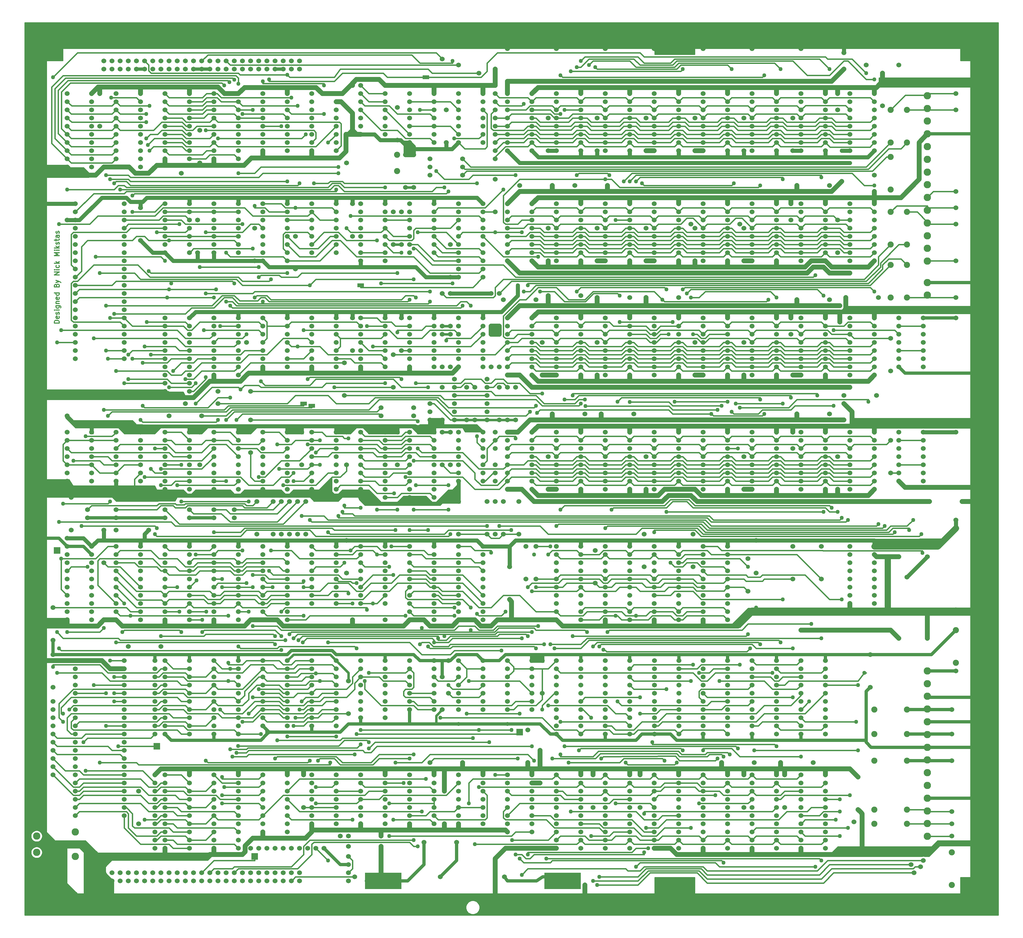
<source format=gbr>
G04 #@! TF.GenerationSoftware,KiCad,Pcbnew,(5.1.5)-3*
G04 #@! TF.CreationDate,2021-10-30T22:10:07-06:00*
G04 #@! TF.ProjectId,taito_video_processor_pcb,74616974-6f5f-4766-9964-656f5f70726f,rev?*
G04 #@! TF.SameCoordinates,Original*
G04 #@! TF.FileFunction,Copper,L1,Top*
G04 #@! TF.FilePolarity,Positive*
%FSLAX46Y46*%
G04 Gerber Fmt 4.6, Leading zero omitted, Abs format (unit mm)*
G04 Created by KiCad (PCBNEW (5.1.5)-3) date 2021-10-30 22:10:07*
%MOMM*%
%LPD*%
G04 APERTURE LIST*
%ADD10C,0.300000*%
%ADD11C,1.524000*%
%ADD12C,4.064000*%
%ADD13R,2.032000X1.270000*%
%ADD14C,2.286000*%
%ADD15C,1.905000*%
%ADD16R,2.032000X2.032000*%
%ADD17R,11.430000X5.080000*%
%ADD18C,1.270000*%
%ADD19C,5.080000*%
%ADD20C,1.016000*%
%ADD21C,1.524000*%
%ADD22C,1.270000*%
%ADD23C,0.381000*%
%ADD24C,1.905000*%
%ADD25C,2.540000*%
%ADD26C,0.762000*%
%ADD27C,0.254000*%
G04 APERTURE END LIST*
D10*
X163873571Y-170460000D02*
X162373571Y-170460000D01*
X162373571Y-170102857D01*
X162445000Y-169888571D01*
X162587857Y-169745714D01*
X162730714Y-169674285D01*
X163016428Y-169602857D01*
X163230714Y-169602857D01*
X163516428Y-169674285D01*
X163659285Y-169745714D01*
X163802142Y-169888571D01*
X163873571Y-170102857D01*
X163873571Y-170460000D01*
X163802142Y-168388571D02*
X163873571Y-168531428D01*
X163873571Y-168817142D01*
X163802142Y-168960000D01*
X163659285Y-169031428D01*
X163087857Y-169031428D01*
X162945000Y-168960000D01*
X162873571Y-168817142D01*
X162873571Y-168531428D01*
X162945000Y-168388571D01*
X163087857Y-168317142D01*
X163230714Y-168317142D01*
X163373571Y-169031428D01*
X163802142Y-167745714D02*
X163873571Y-167602857D01*
X163873571Y-167317142D01*
X163802142Y-167174285D01*
X163659285Y-167102857D01*
X163587857Y-167102857D01*
X163445000Y-167174285D01*
X163373571Y-167317142D01*
X163373571Y-167531428D01*
X163302142Y-167674285D01*
X163159285Y-167745714D01*
X163087857Y-167745714D01*
X162945000Y-167674285D01*
X162873571Y-167531428D01*
X162873571Y-167317142D01*
X162945000Y-167174285D01*
X163873571Y-166460000D02*
X162873571Y-166460000D01*
X162373571Y-166460000D02*
X162445000Y-166531428D01*
X162516428Y-166460000D01*
X162445000Y-166388571D01*
X162373571Y-166460000D01*
X162516428Y-166460000D01*
X162873571Y-165102857D02*
X164087857Y-165102857D01*
X164230714Y-165174285D01*
X164302142Y-165245714D01*
X164373571Y-165388571D01*
X164373571Y-165602857D01*
X164302142Y-165745714D01*
X163802142Y-165102857D02*
X163873571Y-165245714D01*
X163873571Y-165531428D01*
X163802142Y-165674285D01*
X163730714Y-165745714D01*
X163587857Y-165817142D01*
X163159285Y-165817142D01*
X163016428Y-165745714D01*
X162945000Y-165674285D01*
X162873571Y-165531428D01*
X162873571Y-165245714D01*
X162945000Y-165102857D01*
X162873571Y-164388571D02*
X163873571Y-164388571D01*
X163016428Y-164388571D02*
X162945000Y-164317142D01*
X162873571Y-164174285D01*
X162873571Y-163960000D01*
X162945000Y-163817142D01*
X163087857Y-163745714D01*
X163873571Y-163745714D01*
X163802142Y-162460000D02*
X163873571Y-162602857D01*
X163873571Y-162888571D01*
X163802142Y-163031428D01*
X163659285Y-163102857D01*
X163087857Y-163102857D01*
X162945000Y-163031428D01*
X162873571Y-162888571D01*
X162873571Y-162602857D01*
X162945000Y-162460000D01*
X163087857Y-162388571D01*
X163230714Y-162388571D01*
X163373571Y-163102857D01*
X163873571Y-161102857D02*
X162373571Y-161102857D01*
X163802142Y-161102857D02*
X163873571Y-161245714D01*
X163873571Y-161531428D01*
X163802142Y-161674285D01*
X163730714Y-161745714D01*
X163587857Y-161817142D01*
X163159285Y-161817142D01*
X163016428Y-161745714D01*
X162945000Y-161674285D01*
X162873571Y-161531428D01*
X162873571Y-161245714D01*
X162945000Y-161102857D01*
X163087857Y-158745714D02*
X163159285Y-158531428D01*
X163230714Y-158460000D01*
X163373571Y-158388571D01*
X163587857Y-158388571D01*
X163730714Y-158460000D01*
X163802142Y-158531428D01*
X163873571Y-158674285D01*
X163873571Y-159245714D01*
X162373571Y-159245714D01*
X162373571Y-158745714D01*
X162445000Y-158602857D01*
X162516428Y-158531428D01*
X162659285Y-158460000D01*
X162802142Y-158460000D01*
X162945000Y-158531428D01*
X163016428Y-158602857D01*
X163087857Y-158745714D01*
X163087857Y-159245714D01*
X162873571Y-157888571D02*
X163873571Y-157531428D01*
X162873571Y-157174285D02*
X163873571Y-157531428D01*
X164230714Y-157674285D01*
X164302142Y-157745714D01*
X164373571Y-157888571D01*
X163873571Y-155460000D02*
X162373571Y-155460000D01*
X163873571Y-154602857D01*
X162373571Y-154602857D01*
X163873571Y-153888571D02*
X162873571Y-153888571D01*
X162373571Y-153888571D02*
X162445000Y-153960000D01*
X162516428Y-153888571D01*
X162445000Y-153817142D01*
X162373571Y-153888571D01*
X162516428Y-153888571D01*
X163802142Y-152531428D02*
X163873571Y-152674285D01*
X163873571Y-152960000D01*
X163802142Y-153102857D01*
X163730714Y-153174285D01*
X163587857Y-153245714D01*
X163159285Y-153245714D01*
X163016428Y-153174285D01*
X162945000Y-153102857D01*
X162873571Y-152960000D01*
X162873571Y-152674285D01*
X162945000Y-152531428D01*
X163873571Y-151888571D02*
X162373571Y-151888571D01*
X163302142Y-151745714D02*
X163873571Y-151317142D01*
X162873571Y-151317142D02*
X163445000Y-151888571D01*
X163873571Y-149531428D02*
X162373571Y-149531428D01*
X163445000Y-149031428D01*
X162373571Y-148531428D01*
X163873571Y-148531428D01*
X163873571Y-147817142D02*
X162873571Y-147817142D01*
X162373571Y-147817142D02*
X162445000Y-147888571D01*
X162516428Y-147817142D01*
X162445000Y-147745714D01*
X162373571Y-147817142D01*
X162516428Y-147817142D01*
X163873571Y-147102857D02*
X162373571Y-147102857D01*
X163302142Y-146960000D02*
X163873571Y-146531428D01*
X162873571Y-146531428D02*
X163445000Y-147102857D01*
X163802142Y-145960000D02*
X163873571Y-145817142D01*
X163873571Y-145531428D01*
X163802142Y-145388571D01*
X163659285Y-145317142D01*
X163587857Y-145317142D01*
X163445000Y-145388571D01*
X163373571Y-145531428D01*
X163373571Y-145745714D01*
X163302142Y-145888571D01*
X163159285Y-145960000D01*
X163087857Y-145960000D01*
X162945000Y-145888571D01*
X162873571Y-145745714D01*
X162873571Y-145531428D01*
X162945000Y-145388571D01*
X162873571Y-144888571D02*
X162873571Y-144317142D01*
X162373571Y-144674285D02*
X163659285Y-144674285D01*
X163802142Y-144602857D01*
X163873571Y-144460000D01*
X163873571Y-144317142D01*
X163873571Y-143174285D02*
X163087857Y-143174285D01*
X162945000Y-143245714D01*
X162873571Y-143388571D01*
X162873571Y-143674285D01*
X162945000Y-143817142D01*
X163802142Y-143174285D02*
X163873571Y-143317142D01*
X163873571Y-143674285D01*
X163802142Y-143817142D01*
X163659285Y-143888571D01*
X163516428Y-143888571D01*
X163373571Y-143817142D01*
X163302142Y-143674285D01*
X163302142Y-143317142D01*
X163230714Y-143174285D01*
X163802142Y-142531428D02*
X163873571Y-142388571D01*
X163873571Y-142102857D01*
X163802142Y-141960000D01*
X163659285Y-141888571D01*
X163587857Y-141888571D01*
X163445000Y-141960000D01*
X163373571Y-142102857D01*
X163373571Y-142317142D01*
X163302142Y-142460000D01*
X163159285Y-142531428D01*
X163087857Y-142531428D01*
X162945000Y-142460000D01*
X162873571Y-142317142D01*
X162873571Y-142102857D01*
X162945000Y-141960000D01*
D11*
X282575000Y-342900000D03*
X302575000Y-342900000D03*
X356957000Y-275590000D03*
X356957000Y-278130000D03*
X356957000Y-280670000D03*
X356957000Y-283210000D03*
X356957000Y-285750000D03*
X356957000Y-288290000D03*
X356957000Y-290830000D03*
X356957000Y-293370000D03*
X356957000Y-295910000D03*
X356957000Y-298450000D03*
X349337000Y-298450000D03*
X349337000Y-295910000D03*
X349337000Y-293370000D03*
X349337000Y-290830000D03*
X349337000Y-288290000D03*
X349337000Y-285750000D03*
X349337000Y-283210000D03*
X349337000Y-280670000D03*
X349337000Y-278130000D03*
X349337000Y-275590000D03*
X425450000Y-212090000D03*
X425450000Y-209550000D03*
X425450000Y-204470000D03*
X425450000Y-207010000D03*
X425450000Y-214630000D03*
X425450000Y-217170000D03*
X425450000Y-219710000D03*
X433070000Y-219710000D03*
X433070000Y-217170000D03*
X433070000Y-214630000D03*
X433070000Y-212090000D03*
X433070000Y-209550000D03*
X433070000Y-207010000D03*
X433070000Y-204470000D03*
D12*
X355600000Y-83820000D03*
X449580000Y-83820000D03*
X160020000Y-83820000D03*
X160020000Y-347980000D03*
X355600000Y-347980000D03*
X449580000Y-347980000D03*
D11*
X184150000Y-306070000D03*
X184150000Y-308610000D03*
X184150000Y-311150000D03*
X184150000Y-313690000D03*
X184150000Y-316230000D03*
X184150000Y-318770000D03*
X184150000Y-321310000D03*
X184150000Y-323850000D03*
X168910000Y-323850000D03*
X168910000Y-321310000D03*
X168910000Y-318770000D03*
X168910000Y-316230000D03*
X168910000Y-313690000D03*
X168910000Y-311150000D03*
X168910000Y-308610000D03*
X168910000Y-306070000D03*
X168910000Y-275590000D03*
X168910000Y-278130000D03*
X168910000Y-280670000D03*
X168910000Y-283210000D03*
X168910000Y-285750000D03*
X168910000Y-288290000D03*
X168910000Y-290830000D03*
X168910000Y-293370000D03*
X168910000Y-295910000D03*
X168910000Y-298450000D03*
X168910000Y-300990000D03*
X168910000Y-303530000D03*
X184150000Y-303530000D03*
X184150000Y-300990000D03*
X184150000Y-298450000D03*
X184150000Y-295910000D03*
X184150000Y-293370000D03*
X184150000Y-290830000D03*
X184150000Y-288290000D03*
X184150000Y-285750000D03*
X184150000Y-283210000D03*
X184150000Y-280670000D03*
X184150000Y-278130000D03*
X184150000Y-275590000D03*
X196850000Y-311150000D03*
X196850000Y-313690000D03*
X196850000Y-316230000D03*
X196850000Y-318770000D03*
X196850000Y-321310000D03*
X196850000Y-323850000D03*
X196850000Y-326390000D03*
X196850000Y-328930000D03*
X196850000Y-331470000D03*
X196850000Y-334010000D03*
X204470000Y-334010000D03*
X204470000Y-331470000D03*
X204470000Y-328930000D03*
X204470000Y-326390000D03*
X204470000Y-323850000D03*
X204470000Y-321310000D03*
X204470000Y-318770000D03*
X204470000Y-316230000D03*
X204470000Y-313690000D03*
X204470000Y-311150000D03*
X219710000Y-311150000D03*
X219710000Y-313690000D03*
X219710000Y-316230000D03*
X219710000Y-318770000D03*
X219710000Y-321310000D03*
X219710000Y-323850000D03*
X219710000Y-326390000D03*
X219710000Y-328930000D03*
X219710000Y-331470000D03*
X219710000Y-334010000D03*
X212090000Y-334010000D03*
X212090000Y-331470000D03*
X212090000Y-328930000D03*
X212090000Y-326390000D03*
X212090000Y-323850000D03*
X212090000Y-321310000D03*
X212090000Y-318770000D03*
X212090000Y-316230000D03*
X212090000Y-313690000D03*
X212090000Y-311150000D03*
X166370000Y-240030000D03*
X166370000Y-242570000D03*
X166370000Y-245110000D03*
X166370000Y-247650000D03*
X166370000Y-250190000D03*
X166370000Y-252730000D03*
X166370000Y-255270000D03*
X166370000Y-257810000D03*
X166370000Y-260350000D03*
X166370000Y-262890000D03*
X173990000Y-262890000D03*
X173990000Y-260350000D03*
X173990000Y-257810000D03*
X173990000Y-255270000D03*
X173990000Y-252730000D03*
X173990000Y-250190000D03*
X173990000Y-247650000D03*
X173990000Y-245110000D03*
X173990000Y-242570000D03*
X173990000Y-240030000D03*
X189230000Y-240030000D03*
X189230000Y-242570000D03*
X189230000Y-245110000D03*
X189230000Y-247650000D03*
X189230000Y-250190000D03*
X189230000Y-252730000D03*
X189230000Y-255270000D03*
X189230000Y-257810000D03*
X189230000Y-260350000D03*
X189230000Y-262890000D03*
X181610000Y-262890000D03*
X181610000Y-260350000D03*
X181610000Y-257810000D03*
X181610000Y-255270000D03*
X181610000Y-252730000D03*
X181610000Y-250190000D03*
X181610000Y-247650000D03*
X181610000Y-245110000D03*
X181610000Y-242570000D03*
X181610000Y-240030000D03*
X196850000Y-240030000D03*
X196850000Y-242570000D03*
X196850000Y-245110000D03*
X196850000Y-247650000D03*
X196850000Y-250190000D03*
X196850000Y-252730000D03*
X196850000Y-255270000D03*
X196850000Y-257810000D03*
X196850000Y-260350000D03*
X196850000Y-262890000D03*
X204470000Y-262890000D03*
X204470000Y-260350000D03*
X204470000Y-257810000D03*
X204470000Y-255270000D03*
X204470000Y-252730000D03*
X204470000Y-250190000D03*
X204470000Y-247650000D03*
X204470000Y-245110000D03*
X204470000Y-242570000D03*
X204470000Y-240030000D03*
X219710000Y-240030000D03*
X219710000Y-242570000D03*
X219710000Y-245110000D03*
X219710000Y-247650000D03*
X219710000Y-250190000D03*
X219710000Y-252730000D03*
X219710000Y-255270000D03*
X219710000Y-257810000D03*
X219710000Y-260350000D03*
X219710000Y-262890000D03*
X212090000Y-262890000D03*
X212090000Y-260350000D03*
X212090000Y-257810000D03*
X212090000Y-255270000D03*
X212090000Y-252730000D03*
X212090000Y-250190000D03*
X212090000Y-247650000D03*
X212090000Y-245110000D03*
X212090000Y-242570000D03*
X212090000Y-240030000D03*
X227330000Y-240030000D03*
X227330000Y-242570000D03*
X227330000Y-245110000D03*
X227330000Y-247650000D03*
X227330000Y-250190000D03*
X227330000Y-252730000D03*
X227330000Y-255270000D03*
X227330000Y-257810000D03*
X227330000Y-260350000D03*
X227330000Y-262890000D03*
X234950000Y-262890000D03*
X234950000Y-260350000D03*
X234950000Y-257810000D03*
X234950000Y-255270000D03*
X234950000Y-252730000D03*
X234950000Y-250190000D03*
X234950000Y-247650000D03*
X234950000Y-245110000D03*
X234950000Y-242570000D03*
X234950000Y-240030000D03*
X204470000Y-275590000D03*
X204470000Y-278130000D03*
X204470000Y-280670000D03*
X204470000Y-283210000D03*
X204470000Y-285750000D03*
X204470000Y-288290000D03*
X204470000Y-290830000D03*
X204470000Y-293370000D03*
X204470000Y-295910000D03*
X204470000Y-298450000D03*
X196850000Y-298450000D03*
X196850000Y-295910000D03*
X196850000Y-293370000D03*
X196850000Y-290830000D03*
X196850000Y-288290000D03*
X196850000Y-285750000D03*
X196850000Y-283210000D03*
X196850000Y-280670000D03*
X196850000Y-278130000D03*
X196850000Y-275590000D03*
X212090000Y-275590000D03*
X212090000Y-278130000D03*
X212090000Y-280670000D03*
X212090000Y-283210000D03*
X212090000Y-285750000D03*
X212090000Y-288290000D03*
X212090000Y-290830000D03*
X212090000Y-293370000D03*
X212090000Y-295910000D03*
X212090000Y-298450000D03*
X219710000Y-298450000D03*
X219710000Y-295910000D03*
X219710000Y-293370000D03*
X219710000Y-290830000D03*
X219710000Y-288290000D03*
X219710000Y-285750000D03*
X219710000Y-283210000D03*
X219710000Y-280670000D03*
X219710000Y-278130000D03*
X219710000Y-275590000D03*
X234950000Y-311150000D03*
X234950000Y-313690000D03*
X234950000Y-316230000D03*
X234950000Y-318770000D03*
X234950000Y-321310000D03*
X234950000Y-323850000D03*
X234950000Y-326390000D03*
X234950000Y-328930000D03*
X227330000Y-328930000D03*
X227330000Y-326390000D03*
X227330000Y-323850000D03*
X227330000Y-321310000D03*
X227330000Y-311150000D03*
X227330000Y-313690000D03*
X227330000Y-316230000D03*
X227330000Y-318770000D03*
X250190000Y-311150000D03*
X250190000Y-313690000D03*
X250190000Y-316230000D03*
X250190000Y-318770000D03*
X250190000Y-321310000D03*
X250190000Y-323850000D03*
X250190000Y-326390000D03*
X242570000Y-326390000D03*
X242570000Y-323850000D03*
X242570000Y-321310000D03*
X242570000Y-313690000D03*
X242570000Y-311150000D03*
X242570000Y-316230000D03*
X242570000Y-318770000D03*
X257810000Y-318770000D03*
X257810000Y-316230000D03*
X257810000Y-311150000D03*
X257810000Y-313690000D03*
X257810000Y-321310000D03*
X257810000Y-323850000D03*
X257810000Y-326390000D03*
X265430000Y-326390000D03*
X265430000Y-323850000D03*
X265430000Y-321310000D03*
X265430000Y-318770000D03*
X265430000Y-316230000D03*
X265430000Y-313690000D03*
X265430000Y-311150000D03*
X273050000Y-318770000D03*
X273050000Y-316230000D03*
X273050000Y-311150000D03*
X273050000Y-313690000D03*
X273050000Y-321310000D03*
X273050000Y-323850000D03*
X273050000Y-326390000D03*
X280670000Y-326390000D03*
X280670000Y-323850000D03*
X280670000Y-321310000D03*
X280670000Y-318770000D03*
X280670000Y-316230000D03*
X280670000Y-313690000D03*
X280670000Y-311150000D03*
X295910000Y-311150000D03*
X295910000Y-313690000D03*
X295910000Y-316230000D03*
X295910000Y-318770000D03*
X295910000Y-321310000D03*
X295910000Y-323850000D03*
X295910000Y-326390000D03*
X288290000Y-326390000D03*
X288290000Y-323850000D03*
X288290000Y-321310000D03*
X288290000Y-313690000D03*
X288290000Y-311150000D03*
X288290000Y-316230000D03*
X288290000Y-318770000D03*
X303530000Y-318770000D03*
X303530000Y-316230000D03*
X303530000Y-313690000D03*
X303530000Y-311150000D03*
X303530000Y-321310000D03*
X303530000Y-323850000D03*
X303530000Y-326390000D03*
X303530000Y-328930000D03*
X311150000Y-328930000D03*
X311150000Y-326390000D03*
X311150000Y-323850000D03*
X311150000Y-321310000D03*
X311150000Y-318770000D03*
X311150000Y-316230000D03*
X311150000Y-313690000D03*
X311150000Y-311150000D03*
X326390000Y-311150000D03*
X326390000Y-313690000D03*
X326390000Y-316230000D03*
X326390000Y-318770000D03*
X326390000Y-321310000D03*
X326390000Y-323850000D03*
X326390000Y-326390000D03*
X326390000Y-328930000D03*
X326390000Y-331470000D03*
X326390000Y-334010000D03*
X318770000Y-334010000D03*
X318770000Y-331470000D03*
X318770000Y-328930000D03*
X318770000Y-326390000D03*
X318770000Y-323850000D03*
X318770000Y-321310000D03*
X318770000Y-318770000D03*
X318770000Y-316230000D03*
X318770000Y-313690000D03*
X318770000Y-311150000D03*
X334010000Y-311150000D03*
X334010000Y-313690000D03*
X334010000Y-316230000D03*
X334010000Y-318770000D03*
X334010000Y-321310000D03*
X334010000Y-323850000D03*
X334010000Y-326390000D03*
X334010000Y-328930000D03*
X334010000Y-331470000D03*
X334010000Y-334010000D03*
X341630000Y-334010000D03*
X341630000Y-331470000D03*
X341630000Y-328930000D03*
X341630000Y-326390000D03*
X341630000Y-323850000D03*
X341630000Y-321310000D03*
X341630000Y-318770000D03*
X341630000Y-316230000D03*
X341630000Y-313690000D03*
X341630000Y-311150000D03*
X349250000Y-311150000D03*
X349250000Y-313690000D03*
X349250000Y-316230000D03*
X349250000Y-318770000D03*
X349250000Y-321310000D03*
X349250000Y-323850000D03*
X349250000Y-326390000D03*
X349250000Y-328930000D03*
X349250000Y-331470000D03*
X349250000Y-334010000D03*
X356870000Y-334010000D03*
X356870000Y-331470000D03*
X356870000Y-328930000D03*
X356870000Y-326390000D03*
X356870000Y-323850000D03*
X356870000Y-321310000D03*
X356870000Y-318770000D03*
X356870000Y-316230000D03*
X356870000Y-313690000D03*
X356870000Y-311150000D03*
X372110000Y-311150000D03*
X372110000Y-313690000D03*
X372110000Y-316230000D03*
X372110000Y-318770000D03*
X372110000Y-321310000D03*
X372110000Y-323850000D03*
X372110000Y-326390000D03*
X372110000Y-328930000D03*
X372110000Y-331470000D03*
X372110000Y-334010000D03*
X364490000Y-334010000D03*
X364490000Y-331470000D03*
X364490000Y-328930000D03*
X364490000Y-326390000D03*
X364490000Y-323850000D03*
X364490000Y-321310000D03*
X364490000Y-318770000D03*
X364490000Y-316230000D03*
X364490000Y-313690000D03*
X364490000Y-311150000D03*
X379730000Y-311150000D03*
X379730000Y-313690000D03*
X379730000Y-316230000D03*
X379730000Y-318770000D03*
X379730000Y-321310000D03*
X379730000Y-323850000D03*
X379730000Y-326390000D03*
X379730000Y-328930000D03*
X379730000Y-331470000D03*
X379730000Y-334010000D03*
X387350000Y-334010000D03*
X387350000Y-331470000D03*
X387350000Y-328930000D03*
X387350000Y-326390000D03*
X387350000Y-323850000D03*
X387350000Y-321310000D03*
X387350000Y-318770000D03*
X387350000Y-316230000D03*
X387350000Y-313690000D03*
X387350000Y-311150000D03*
X402590000Y-311150000D03*
X402590000Y-313690000D03*
X402590000Y-316230000D03*
X402590000Y-318770000D03*
X402590000Y-321310000D03*
X402590000Y-323850000D03*
X402590000Y-326390000D03*
X402590000Y-328930000D03*
X402590000Y-331470000D03*
X402590000Y-334010000D03*
X394970000Y-334010000D03*
X394970000Y-331470000D03*
X394970000Y-328930000D03*
X394970000Y-326390000D03*
X394970000Y-323850000D03*
X394970000Y-321310000D03*
X394970000Y-318770000D03*
X394970000Y-316230000D03*
X394970000Y-313690000D03*
X394970000Y-311150000D03*
X227330000Y-285750000D03*
X227330000Y-283210000D03*
X227330000Y-280670000D03*
X227330000Y-278130000D03*
X227330000Y-275590000D03*
X227330000Y-288290000D03*
X227330000Y-290830000D03*
X227330000Y-293370000D03*
X227330000Y-295910000D03*
X234950000Y-295910000D03*
X234950000Y-293370000D03*
X234950000Y-290830000D03*
X234950000Y-288290000D03*
X234950000Y-285750000D03*
X234950000Y-283210000D03*
X234950000Y-280670000D03*
X234950000Y-278130000D03*
X234950000Y-275590000D03*
X250190000Y-275590000D03*
X250190000Y-278130000D03*
X250190000Y-280670000D03*
X250190000Y-283210000D03*
X250190000Y-285750000D03*
X250190000Y-288290000D03*
X250190000Y-290830000D03*
X250190000Y-293370000D03*
X250190000Y-295910000D03*
X242570000Y-295910000D03*
X242570000Y-293370000D03*
X242570000Y-290830000D03*
X242570000Y-288290000D03*
X242570000Y-275590000D03*
X242570000Y-278130000D03*
X242570000Y-280670000D03*
X242570000Y-283210000D03*
X242570000Y-285750000D03*
X257810000Y-283210000D03*
X257810000Y-280670000D03*
X257810000Y-278130000D03*
X257810000Y-275590000D03*
X257810000Y-285750000D03*
X257810000Y-288290000D03*
X257810000Y-290830000D03*
X257810000Y-293370000D03*
X265430000Y-293370000D03*
X265430000Y-290830000D03*
X265430000Y-288290000D03*
X265430000Y-285750000D03*
X265430000Y-283210000D03*
X265430000Y-280670000D03*
X265430000Y-278130000D03*
X265430000Y-275590000D03*
X273050000Y-283210000D03*
X273050000Y-280670000D03*
X273050000Y-275590000D03*
X273050000Y-278130000D03*
X273050000Y-285750000D03*
X273050000Y-288290000D03*
X273050000Y-290830000D03*
X280670000Y-290830000D03*
X280670000Y-288290000D03*
X280670000Y-285750000D03*
X280670000Y-283210000D03*
X280670000Y-280670000D03*
X280670000Y-278130000D03*
X280670000Y-275590000D03*
X295910000Y-275590000D03*
X295910000Y-278130000D03*
X295910000Y-280670000D03*
X295910000Y-283210000D03*
X295910000Y-285750000D03*
X295910000Y-288290000D03*
X295910000Y-290830000D03*
X288290000Y-290830000D03*
X288290000Y-288290000D03*
X288290000Y-285750000D03*
X288290000Y-278130000D03*
X288290000Y-275590000D03*
X288290000Y-280670000D03*
X288290000Y-283210000D03*
X303530000Y-283210000D03*
X303530000Y-280670000D03*
X303530000Y-275590000D03*
X303530000Y-278130000D03*
X303530000Y-285750000D03*
X303530000Y-288290000D03*
X303530000Y-290830000D03*
X311150000Y-290830000D03*
X311150000Y-288290000D03*
X311150000Y-285750000D03*
X311150000Y-283210000D03*
X311150000Y-280670000D03*
X311150000Y-278130000D03*
X311150000Y-275590000D03*
X318770000Y-275590000D03*
X318770000Y-278130000D03*
X318770000Y-280670000D03*
X318770000Y-283210000D03*
X318770000Y-285750000D03*
X318770000Y-288290000D03*
X318770000Y-290830000D03*
X318770000Y-293370000D03*
X318770000Y-295910000D03*
X318770000Y-298450000D03*
X326390000Y-298450000D03*
X326390000Y-295910000D03*
X326390000Y-293370000D03*
X326390000Y-290830000D03*
X326390000Y-288290000D03*
X326390000Y-285750000D03*
X326390000Y-283210000D03*
X326390000Y-280670000D03*
X326390000Y-278130000D03*
X326390000Y-275590000D03*
X334010000Y-275590000D03*
X334010000Y-278130000D03*
X334010000Y-280670000D03*
X334010000Y-283210000D03*
X334010000Y-285750000D03*
X334010000Y-288290000D03*
X334010000Y-290830000D03*
X334010000Y-293370000D03*
X334010000Y-295910000D03*
X334010000Y-298450000D03*
X341630000Y-298450000D03*
X341630000Y-295910000D03*
X341630000Y-293370000D03*
X341630000Y-290830000D03*
X341630000Y-288290000D03*
X341630000Y-285750000D03*
X341630000Y-283210000D03*
X341630000Y-280670000D03*
X341630000Y-278130000D03*
X341630000Y-275590000D03*
X372110000Y-275590000D03*
X372110000Y-278130000D03*
X372110000Y-280670000D03*
X372110000Y-283210000D03*
X372110000Y-285750000D03*
X372110000Y-288290000D03*
X372110000Y-290830000D03*
X372110000Y-293370000D03*
X372110000Y-295910000D03*
X372110000Y-298450000D03*
X364490000Y-298450000D03*
X364490000Y-295910000D03*
X364490000Y-293370000D03*
X364490000Y-290830000D03*
X364490000Y-288290000D03*
X364490000Y-285750000D03*
X364490000Y-283210000D03*
X364490000Y-280670000D03*
X364490000Y-278130000D03*
X364490000Y-275590000D03*
X387350000Y-275590000D03*
X387350000Y-278130000D03*
X387350000Y-280670000D03*
X387350000Y-283210000D03*
X387350000Y-285750000D03*
X387350000Y-288290000D03*
X387350000Y-290830000D03*
X387350000Y-293370000D03*
X387350000Y-295910000D03*
X387350000Y-298450000D03*
X379730000Y-298450000D03*
X379730000Y-295910000D03*
X379730000Y-293370000D03*
X379730000Y-290830000D03*
X379730000Y-288290000D03*
X379730000Y-285750000D03*
X379730000Y-283210000D03*
X379730000Y-280670000D03*
X379730000Y-278130000D03*
X379730000Y-275590000D03*
X394970000Y-275590000D03*
X394970000Y-278130000D03*
X394970000Y-280670000D03*
X394970000Y-283210000D03*
X394970000Y-285750000D03*
X394970000Y-288290000D03*
X394970000Y-290830000D03*
X394970000Y-293370000D03*
X394970000Y-295910000D03*
X394970000Y-298450000D03*
X402590000Y-298450000D03*
X402590000Y-295910000D03*
X402590000Y-293370000D03*
X402590000Y-290830000D03*
X402590000Y-288290000D03*
X402590000Y-285750000D03*
X402590000Y-283210000D03*
X402590000Y-280670000D03*
X402590000Y-278130000D03*
X402590000Y-275590000D03*
X242570000Y-247650000D03*
X242570000Y-245110000D03*
X242570000Y-242570000D03*
X242570000Y-240030000D03*
X242570000Y-250190000D03*
X242570000Y-252730000D03*
X242570000Y-255270000D03*
X242570000Y-257810000D03*
X250190000Y-257810000D03*
X250190000Y-255270000D03*
X250190000Y-252730000D03*
X250190000Y-250190000D03*
X250190000Y-247650000D03*
X250190000Y-245110000D03*
X250190000Y-242570000D03*
X250190000Y-240030000D03*
X265430000Y-240030000D03*
X265430000Y-242570000D03*
X265430000Y-245110000D03*
X265430000Y-247650000D03*
X265430000Y-250190000D03*
X265430000Y-252730000D03*
X265430000Y-255270000D03*
X265430000Y-257810000D03*
X257810000Y-257810000D03*
X257810000Y-255270000D03*
X257810000Y-252730000D03*
X257810000Y-250190000D03*
X257810000Y-240030000D03*
X257810000Y-242570000D03*
X257810000Y-245110000D03*
X257810000Y-247650000D03*
X280670000Y-240030000D03*
X280670000Y-242570000D03*
X280670000Y-245110000D03*
X280670000Y-247650000D03*
X280670000Y-250190000D03*
X280670000Y-252730000D03*
X280670000Y-255270000D03*
X280670000Y-257810000D03*
X280670000Y-260350000D03*
X280670000Y-262890000D03*
X273050000Y-262890000D03*
X273050000Y-260350000D03*
X273050000Y-257810000D03*
X273050000Y-255270000D03*
X273050000Y-252730000D03*
X273050000Y-250190000D03*
X273050000Y-247650000D03*
X273050000Y-245110000D03*
X273050000Y-242570000D03*
X273050000Y-240030000D03*
X288290000Y-240030000D03*
X288290000Y-242570000D03*
X288290000Y-245110000D03*
X288290000Y-247650000D03*
X288290000Y-250190000D03*
X288290000Y-252730000D03*
X288290000Y-255270000D03*
X288290000Y-257810000D03*
X288290000Y-260350000D03*
X288290000Y-262890000D03*
X295910000Y-262890000D03*
X295910000Y-260350000D03*
X295910000Y-257810000D03*
X295910000Y-255270000D03*
X295910000Y-252730000D03*
X295910000Y-250190000D03*
X295910000Y-247650000D03*
X295910000Y-245110000D03*
X295910000Y-242570000D03*
X295910000Y-240030000D03*
X326390000Y-240030000D03*
X326390000Y-242570000D03*
X326390000Y-245110000D03*
X326390000Y-247650000D03*
X326390000Y-250190000D03*
X326390000Y-252730000D03*
X326390000Y-255270000D03*
X326390000Y-257810000D03*
X326390000Y-260350000D03*
X326390000Y-262890000D03*
X318770000Y-262890000D03*
X318770000Y-260350000D03*
X318770000Y-257810000D03*
X318770000Y-255270000D03*
X318770000Y-252730000D03*
X318770000Y-250190000D03*
X318770000Y-247650000D03*
X318770000Y-245110000D03*
X318770000Y-242570000D03*
X318770000Y-240030000D03*
X334010000Y-240030000D03*
X334010000Y-242570000D03*
X334010000Y-245110000D03*
X334010000Y-247650000D03*
X334010000Y-250190000D03*
X334010000Y-252730000D03*
X334010000Y-255270000D03*
X334010000Y-257810000D03*
X334010000Y-260350000D03*
X334010000Y-262890000D03*
X341630000Y-262890000D03*
X341630000Y-260350000D03*
X341630000Y-257810000D03*
X341630000Y-255270000D03*
X341630000Y-252730000D03*
X341630000Y-250190000D03*
X341630000Y-247650000D03*
X341630000Y-245110000D03*
X341630000Y-242570000D03*
X341630000Y-240030000D03*
X349250000Y-240030000D03*
X349250000Y-242570000D03*
X349250000Y-245110000D03*
X349250000Y-247650000D03*
X349250000Y-250190000D03*
X349250000Y-252730000D03*
X349250000Y-255270000D03*
X349250000Y-257810000D03*
X349250000Y-260350000D03*
X349250000Y-262890000D03*
X356870000Y-262890000D03*
X356870000Y-260350000D03*
X356870000Y-257810000D03*
X356870000Y-255270000D03*
X356870000Y-252730000D03*
X356870000Y-250190000D03*
X356870000Y-247650000D03*
X356870000Y-245110000D03*
X356870000Y-242570000D03*
X356870000Y-240030000D03*
X372110000Y-240030000D03*
X372110000Y-242570000D03*
X372110000Y-245110000D03*
X372110000Y-247650000D03*
X372110000Y-250190000D03*
X372110000Y-252730000D03*
X372110000Y-255270000D03*
X372110000Y-257810000D03*
X372110000Y-260350000D03*
X372110000Y-262890000D03*
X364490000Y-262890000D03*
X364490000Y-260350000D03*
X364490000Y-257810000D03*
X364490000Y-255270000D03*
X364490000Y-252730000D03*
X364490000Y-250190000D03*
X364490000Y-247650000D03*
X364490000Y-245110000D03*
X364490000Y-242570000D03*
X364490000Y-240030000D03*
X410210000Y-247650000D03*
X410210000Y-245110000D03*
X410210000Y-242570000D03*
X410210000Y-240030000D03*
X410210000Y-250190000D03*
X410210000Y-252730000D03*
X410210000Y-255270000D03*
X410210000Y-257810000D03*
X417830000Y-257810000D03*
X417830000Y-255270000D03*
X417830000Y-252730000D03*
X417830000Y-250190000D03*
X417830000Y-247650000D03*
X417830000Y-245110000D03*
X417830000Y-242570000D03*
X417830000Y-240030000D03*
X265430000Y-96520000D03*
X265430000Y-99060000D03*
X265430000Y-101600000D03*
X265430000Y-104140000D03*
X265430000Y-106680000D03*
X265430000Y-109220000D03*
X265430000Y-111760000D03*
X257810000Y-111760000D03*
X257810000Y-109220000D03*
X257810000Y-106680000D03*
X257810000Y-99060000D03*
X257810000Y-96520000D03*
X257810000Y-101600000D03*
X257810000Y-104140000D03*
X257810000Y-140970000D03*
X257810000Y-138430000D03*
X257810000Y-135890000D03*
X257810000Y-133350000D03*
X257810000Y-143510000D03*
X257810000Y-146050000D03*
X257810000Y-148590000D03*
X257810000Y-151130000D03*
X265430000Y-151130000D03*
X265430000Y-148590000D03*
X265430000Y-146050000D03*
X265430000Y-143510000D03*
X265430000Y-140970000D03*
X265430000Y-138430000D03*
X265430000Y-135890000D03*
X265430000Y-133350000D03*
X257810000Y-176530000D03*
X257810000Y-173990000D03*
X257810000Y-168910000D03*
X257810000Y-171450000D03*
X257810000Y-179070000D03*
X257810000Y-181610000D03*
X257810000Y-184150000D03*
X265430000Y-184150000D03*
X265430000Y-181610000D03*
X265430000Y-179070000D03*
X265430000Y-176530000D03*
X265430000Y-173990000D03*
X265430000Y-171450000D03*
X265430000Y-168910000D03*
X257810000Y-214630000D03*
X257810000Y-212090000D03*
X257810000Y-209550000D03*
X257810000Y-207010000D03*
X257810000Y-204470000D03*
X257810000Y-217170000D03*
X257810000Y-219710000D03*
X257810000Y-222250000D03*
X257810000Y-224790000D03*
X265430000Y-224790000D03*
X265430000Y-222250000D03*
X265430000Y-219710000D03*
X265430000Y-217170000D03*
X265430000Y-214630000D03*
X265430000Y-212090000D03*
X265430000Y-209550000D03*
X265430000Y-207010000D03*
X265430000Y-204470000D03*
X173990000Y-204470000D03*
X173990000Y-207010000D03*
X173990000Y-209550000D03*
X173990000Y-212090000D03*
X173990000Y-214630000D03*
X173990000Y-217170000D03*
X173990000Y-219710000D03*
X166370000Y-219710000D03*
X166370000Y-217170000D03*
X166370000Y-214630000D03*
X166370000Y-207010000D03*
X166370000Y-204470000D03*
X166370000Y-209550000D03*
X166370000Y-212090000D03*
X181610000Y-212090000D03*
X181610000Y-209550000D03*
X181610000Y-204470000D03*
X181610000Y-207010000D03*
X181610000Y-214630000D03*
X181610000Y-217170000D03*
X181610000Y-219710000D03*
X189230000Y-219710000D03*
X189230000Y-217170000D03*
X189230000Y-214630000D03*
X189230000Y-212090000D03*
X189230000Y-209550000D03*
X189230000Y-207010000D03*
X189230000Y-204470000D03*
X204470000Y-204470000D03*
X204470000Y-207010000D03*
X204470000Y-209550000D03*
X204470000Y-212090000D03*
X204470000Y-214630000D03*
X204470000Y-217170000D03*
X204470000Y-219710000D03*
X204470000Y-222250000D03*
X196850000Y-222250000D03*
X196850000Y-219710000D03*
X196850000Y-217170000D03*
X196850000Y-214630000D03*
X196850000Y-204470000D03*
X196850000Y-207010000D03*
X196850000Y-209550000D03*
X196850000Y-212090000D03*
X212090000Y-212090000D03*
X212090000Y-209550000D03*
X212090000Y-207010000D03*
X212090000Y-204470000D03*
X212090000Y-214630000D03*
X212090000Y-217170000D03*
X212090000Y-219710000D03*
X212090000Y-222250000D03*
X219710000Y-222250000D03*
X219710000Y-219710000D03*
X219710000Y-217170000D03*
X219710000Y-214630000D03*
X219710000Y-212090000D03*
X219710000Y-209550000D03*
X219710000Y-207010000D03*
X219710000Y-204470000D03*
X234950000Y-204470000D03*
X234950000Y-207010000D03*
X234950000Y-209550000D03*
X234950000Y-212090000D03*
X234950000Y-214630000D03*
X234950000Y-217170000D03*
X234950000Y-219710000D03*
X234950000Y-222250000D03*
X227330000Y-222250000D03*
X227330000Y-219710000D03*
X227330000Y-217170000D03*
X227330000Y-214630000D03*
X227330000Y-204470000D03*
X227330000Y-207010000D03*
X227330000Y-209550000D03*
X227330000Y-212090000D03*
X242570000Y-212090000D03*
X242570000Y-209550000D03*
X242570000Y-207010000D03*
X242570000Y-204470000D03*
X242570000Y-214630000D03*
X242570000Y-217170000D03*
X242570000Y-219710000D03*
X242570000Y-222250000D03*
X250190000Y-222250000D03*
X250190000Y-219710000D03*
X250190000Y-217170000D03*
X250190000Y-214630000D03*
X250190000Y-212090000D03*
X250190000Y-209550000D03*
X250190000Y-207010000D03*
X250190000Y-204470000D03*
X273050000Y-214630000D03*
X273050000Y-212090000D03*
X273050000Y-209550000D03*
X273050000Y-207010000D03*
X273050000Y-204470000D03*
X273050000Y-217170000D03*
X273050000Y-219710000D03*
X273050000Y-222250000D03*
X273050000Y-224790000D03*
X280670000Y-224790000D03*
X280670000Y-222250000D03*
X280670000Y-219710000D03*
X280670000Y-217170000D03*
X280670000Y-214630000D03*
X280670000Y-212090000D03*
X280670000Y-209550000D03*
X280670000Y-207010000D03*
X280670000Y-204470000D03*
X288290000Y-212090000D03*
X288290000Y-209550000D03*
X288290000Y-204470000D03*
X288290000Y-207010000D03*
X288290000Y-214630000D03*
X288290000Y-217170000D03*
X288290000Y-219710000D03*
X295910000Y-219710000D03*
X295910000Y-217170000D03*
X295910000Y-214630000D03*
X295910000Y-212090000D03*
X295910000Y-209550000D03*
X295910000Y-207010000D03*
X295910000Y-204470000D03*
X303530000Y-212090000D03*
X303530000Y-209550000D03*
X303530000Y-207010000D03*
X303530000Y-204470000D03*
X303530000Y-214630000D03*
X303530000Y-217170000D03*
X303530000Y-219710000D03*
X303530000Y-222250000D03*
X311150000Y-222250000D03*
X311150000Y-219710000D03*
X311150000Y-217170000D03*
X311150000Y-214630000D03*
X311150000Y-212090000D03*
X311150000Y-209550000D03*
X311150000Y-207010000D03*
X311150000Y-204470000D03*
X318770000Y-212090000D03*
X318770000Y-209550000D03*
X318770000Y-207010000D03*
X318770000Y-204470000D03*
X318770000Y-214630000D03*
X318770000Y-217170000D03*
X318770000Y-219710000D03*
X318770000Y-222250000D03*
X326390000Y-222250000D03*
X326390000Y-219710000D03*
X326390000Y-217170000D03*
X326390000Y-214630000D03*
X326390000Y-212090000D03*
X326390000Y-209550000D03*
X326390000Y-207010000D03*
X326390000Y-204470000D03*
X341630000Y-204470000D03*
X341630000Y-207010000D03*
X341630000Y-209550000D03*
X341630000Y-212090000D03*
X341630000Y-214630000D03*
X341630000Y-217170000D03*
X341630000Y-219710000D03*
X341630000Y-222250000D03*
X334010000Y-222250000D03*
X334010000Y-219710000D03*
X334010000Y-217170000D03*
X334010000Y-214630000D03*
X334010000Y-204470000D03*
X334010000Y-207010000D03*
X334010000Y-209550000D03*
X334010000Y-212090000D03*
X349250000Y-212090000D03*
X349250000Y-209550000D03*
X349250000Y-207010000D03*
X349250000Y-204470000D03*
X349250000Y-214630000D03*
X349250000Y-217170000D03*
X349250000Y-219710000D03*
X349250000Y-222250000D03*
X356870000Y-222250000D03*
X356870000Y-219710000D03*
X356870000Y-217170000D03*
X356870000Y-214630000D03*
X356870000Y-212090000D03*
X356870000Y-209550000D03*
X356870000Y-207010000D03*
X356870000Y-204470000D03*
X372110000Y-204470000D03*
X372110000Y-207010000D03*
X372110000Y-209550000D03*
X372110000Y-212090000D03*
X372110000Y-214630000D03*
X372110000Y-217170000D03*
X372110000Y-219710000D03*
X372110000Y-222250000D03*
X364490000Y-222250000D03*
X364490000Y-219710000D03*
X364490000Y-217170000D03*
X364490000Y-214630000D03*
X364490000Y-204470000D03*
X364490000Y-207010000D03*
X364490000Y-209550000D03*
X364490000Y-212090000D03*
X379730000Y-212090000D03*
X379730000Y-209550000D03*
X379730000Y-207010000D03*
X379730000Y-204470000D03*
X379730000Y-214630000D03*
X379730000Y-217170000D03*
X379730000Y-219710000D03*
X379730000Y-222250000D03*
X387350000Y-222250000D03*
X387350000Y-219710000D03*
X387350000Y-217170000D03*
X387350000Y-214630000D03*
X387350000Y-212090000D03*
X387350000Y-209550000D03*
X387350000Y-207010000D03*
X387350000Y-204470000D03*
X402590000Y-204470000D03*
X402590000Y-207010000D03*
X402590000Y-209550000D03*
X402590000Y-212090000D03*
X402590000Y-214630000D03*
X402590000Y-217170000D03*
X402590000Y-219710000D03*
X402590000Y-222250000D03*
X394970000Y-222250000D03*
X394970000Y-219710000D03*
X394970000Y-217170000D03*
X394970000Y-214630000D03*
X394970000Y-204470000D03*
X394970000Y-207010000D03*
X394970000Y-209550000D03*
X394970000Y-212090000D03*
X417830000Y-204470000D03*
X417830000Y-207010000D03*
X417830000Y-209550000D03*
X417830000Y-212090000D03*
X417830000Y-214630000D03*
X417830000Y-217170000D03*
X417830000Y-219710000D03*
X417830000Y-222250000D03*
X410210000Y-222250000D03*
X410210000Y-219710000D03*
X410210000Y-217170000D03*
X410210000Y-214630000D03*
X410210000Y-204470000D03*
X410210000Y-207010000D03*
X410210000Y-209550000D03*
X410210000Y-212090000D03*
X196850000Y-168910000D03*
X196850000Y-171450000D03*
X196850000Y-173990000D03*
X196850000Y-176530000D03*
X196850000Y-179070000D03*
X196850000Y-181610000D03*
X196850000Y-184150000D03*
X196850000Y-186690000D03*
X196850000Y-189230000D03*
X196850000Y-191770000D03*
X204470000Y-191770000D03*
X204470000Y-189230000D03*
X204470000Y-186690000D03*
X204470000Y-184150000D03*
X204470000Y-181610000D03*
X204470000Y-179070000D03*
X204470000Y-176530000D03*
X204470000Y-173990000D03*
X204470000Y-171450000D03*
X204470000Y-168910000D03*
X212090000Y-176530000D03*
X212090000Y-173990000D03*
X212090000Y-171450000D03*
X212090000Y-168910000D03*
X212090000Y-179070000D03*
X212090000Y-181610000D03*
X212090000Y-184150000D03*
X212090000Y-186690000D03*
X219710000Y-186690000D03*
X219710000Y-184150000D03*
X219710000Y-181610000D03*
X219710000Y-179070000D03*
X219710000Y-176530000D03*
X219710000Y-173990000D03*
X219710000Y-171450000D03*
X219710000Y-168910000D03*
X234950000Y-168910000D03*
X234950000Y-171450000D03*
X234950000Y-173990000D03*
X234950000Y-176530000D03*
X234950000Y-179070000D03*
X234950000Y-181610000D03*
X234950000Y-184150000D03*
X227330000Y-184150000D03*
X227330000Y-181610000D03*
X227330000Y-179070000D03*
X227330000Y-171450000D03*
X227330000Y-168910000D03*
X227330000Y-173990000D03*
X227330000Y-176530000D03*
X242570000Y-176530000D03*
X242570000Y-173990000D03*
X242570000Y-168910000D03*
X242570000Y-171450000D03*
X242570000Y-179070000D03*
X242570000Y-181610000D03*
X242570000Y-184150000D03*
X250190000Y-184150000D03*
X250190000Y-181610000D03*
X250190000Y-179070000D03*
X250190000Y-176530000D03*
X250190000Y-173990000D03*
X250190000Y-171450000D03*
X250190000Y-168910000D03*
X273050000Y-176530000D03*
X273050000Y-173990000D03*
X273050000Y-168910000D03*
X273050000Y-171450000D03*
X273050000Y-179070000D03*
X273050000Y-181610000D03*
X273050000Y-184150000D03*
X280670000Y-184150000D03*
X280670000Y-181610000D03*
X280670000Y-179070000D03*
X280670000Y-176530000D03*
X280670000Y-173990000D03*
X280670000Y-171450000D03*
X280670000Y-168910000D03*
X295910000Y-168910000D03*
X295910000Y-171450000D03*
X295910000Y-173990000D03*
X295910000Y-176530000D03*
X295910000Y-179070000D03*
X295910000Y-181610000D03*
X295910000Y-184150000D03*
X288290000Y-184150000D03*
X288290000Y-181610000D03*
X288290000Y-179070000D03*
X288290000Y-171450000D03*
X288290000Y-168910000D03*
X288290000Y-173990000D03*
X288290000Y-176530000D03*
X303530000Y-176530000D03*
X303530000Y-173990000D03*
X303530000Y-171450000D03*
X303530000Y-168910000D03*
X303530000Y-179070000D03*
X303530000Y-181610000D03*
X303530000Y-184150000D03*
X303530000Y-186690000D03*
X311150000Y-186690000D03*
X311150000Y-184150000D03*
X311150000Y-181610000D03*
X311150000Y-179070000D03*
X311150000Y-176530000D03*
X311150000Y-173990000D03*
X311150000Y-171450000D03*
X311150000Y-168910000D03*
X326390000Y-168910000D03*
X326390000Y-171450000D03*
X326390000Y-173990000D03*
X326390000Y-176530000D03*
X326390000Y-179070000D03*
X326390000Y-181610000D03*
X326390000Y-184150000D03*
X326390000Y-186690000D03*
X318770000Y-186690000D03*
X318770000Y-184150000D03*
X318770000Y-181610000D03*
X318770000Y-179070000D03*
X318770000Y-168910000D03*
X318770000Y-171450000D03*
X318770000Y-173990000D03*
X318770000Y-176530000D03*
X334010000Y-176530000D03*
X334010000Y-173990000D03*
X334010000Y-171450000D03*
X334010000Y-168910000D03*
X334010000Y-179070000D03*
X334010000Y-181610000D03*
X334010000Y-184150000D03*
X334010000Y-186690000D03*
X341630000Y-186690000D03*
X341630000Y-184150000D03*
X341630000Y-181610000D03*
X341630000Y-179070000D03*
X341630000Y-176530000D03*
X341630000Y-173990000D03*
X341630000Y-171450000D03*
X341630000Y-168910000D03*
X356870000Y-168910000D03*
X356870000Y-171450000D03*
X356870000Y-173990000D03*
X356870000Y-176530000D03*
X356870000Y-179070000D03*
X356870000Y-181610000D03*
X356870000Y-184150000D03*
X356870000Y-186690000D03*
X349250000Y-186690000D03*
X349250000Y-184150000D03*
X349250000Y-181610000D03*
X349250000Y-179070000D03*
X349250000Y-168910000D03*
X349250000Y-171450000D03*
X349250000Y-173990000D03*
X349250000Y-176530000D03*
X364490000Y-176530000D03*
X364490000Y-173990000D03*
X364490000Y-171450000D03*
X364490000Y-168910000D03*
X364490000Y-179070000D03*
X364490000Y-181610000D03*
X364490000Y-184150000D03*
X364490000Y-186690000D03*
X372110000Y-186690000D03*
X372110000Y-184150000D03*
X372110000Y-181610000D03*
X372110000Y-179070000D03*
X372110000Y-176530000D03*
X372110000Y-173990000D03*
X372110000Y-171450000D03*
X372110000Y-168910000D03*
X387350000Y-168910000D03*
X387350000Y-171450000D03*
X387350000Y-173990000D03*
X387350000Y-176530000D03*
X387350000Y-179070000D03*
X387350000Y-181610000D03*
X387350000Y-184150000D03*
X387350000Y-186690000D03*
X379730000Y-186690000D03*
X379730000Y-184150000D03*
X379730000Y-181610000D03*
X379730000Y-179070000D03*
X379730000Y-168910000D03*
X379730000Y-171450000D03*
X379730000Y-173990000D03*
X379730000Y-176530000D03*
X394970000Y-176530000D03*
X394970000Y-173990000D03*
X394970000Y-171450000D03*
X394970000Y-168910000D03*
X394970000Y-179070000D03*
X394970000Y-181610000D03*
X394970000Y-184150000D03*
X394970000Y-186690000D03*
X402590000Y-186690000D03*
X402590000Y-184150000D03*
X402590000Y-181610000D03*
X402590000Y-179070000D03*
X402590000Y-176530000D03*
X402590000Y-173990000D03*
X402590000Y-171450000D03*
X402590000Y-168910000D03*
X417830000Y-168910000D03*
X417830000Y-171450000D03*
X417830000Y-173990000D03*
X417830000Y-176530000D03*
X417830000Y-179070000D03*
X417830000Y-181610000D03*
X417830000Y-184150000D03*
X417830000Y-186690000D03*
X410210000Y-186690000D03*
X410210000Y-184150000D03*
X410210000Y-181610000D03*
X410210000Y-179070000D03*
X410210000Y-168910000D03*
X410210000Y-171450000D03*
X410210000Y-173990000D03*
X410210000Y-176530000D03*
X425450000Y-176530000D03*
X425450000Y-173990000D03*
X425450000Y-168910000D03*
X425450000Y-171450000D03*
X425450000Y-179070000D03*
X425450000Y-181610000D03*
X425450000Y-184150000D03*
X433070000Y-184150000D03*
X433070000Y-181610000D03*
X433070000Y-179070000D03*
X433070000Y-176530000D03*
X433070000Y-173990000D03*
X433070000Y-171450000D03*
X433070000Y-168910000D03*
X184150000Y-163830000D03*
X184150000Y-166370000D03*
X184150000Y-168910000D03*
X184150000Y-171450000D03*
X184150000Y-173990000D03*
X184150000Y-176530000D03*
X184150000Y-179070000D03*
X184150000Y-181610000D03*
X168910000Y-181610000D03*
X168910000Y-179070000D03*
X168910000Y-176530000D03*
X168910000Y-173990000D03*
X168910000Y-171450000D03*
X168910000Y-168910000D03*
X168910000Y-166370000D03*
X168910000Y-163830000D03*
X168910000Y-133350000D03*
X168910000Y-135890000D03*
X168910000Y-138430000D03*
X168910000Y-140970000D03*
X168910000Y-143510000D03*
X168910000Y-146050000D03*
X168910000Y-148590000D03*
X168910000Y-151130000D03*
X168910000Y-153670000D03*
X168910000Y-156210000D03*
X168910000Y-158750000D03*
X168910000Y-161290000D03*
X184150000Y-161290000D03*
X184150000Y-158750000D03*
X184150000Y-156210000D03*
X184150000Y-153670000D03*
X184150000Y-151130000D03*
X184150000Y-148590000D03*
X184150000Y-146050000D03*
X184150000Y-143510000D03*
X184150000Y-140970000D03*
X184150000Y-138430000D03*
X184150000Y-135890000D03*
X184150000Y-133350000D03*
X196850000Y-140970000D03*
X196850000Y-138430000D03*
X196850000Y-133350000D03*
X196850000Y-135890000D03*
X196850000Y-143510000D03*
X196850000Y-146050000D03*
X196850000Y-148590000D03*
X204470000Y-148590000D03*
X204470000Y-146050000D03*
X204470000Y-143510000D03*
X204470000Y-140970000D03*
X204470000Y-138430000D03*
X204470000Y-135890000D03*
X204470000Y-133350000D03*
X212090000Y-140970000D03*
X212090000Y-138430000D03*
X212090000Y-133350000D03*
X212090000Y-135890000D03*
X212090000Y-143510000D03*
X212090000Y-146050000D03*
X212090000Y-148590000D03*
X219710000Y-148590000D03*
X219710000Y-146050000D03*
X219710000Y-143510000D03*
X219710000Y-140970000D03*
X219710000Y-138430000D03*
X219710000Y-135890000D03*
X219710000Y-133350000D03*
X227330000Y-140970000D03*
X227330000Y-138430000D03*
X227330000Y-135890000D03*
X227330000Y-133350000D03*
X227330000Y-143510000D03*
X227330000Y-146050000D03*
X227330000Y-148590000D03*
X227330000Y-151130000D03*
X234950000Y-151130000D03*
X234950000Y-148590000D03*
X234950000Y-146050000D03*
X234950000Y-143510000D03*
X234950000Y-140970000D03*
X234950000Y-138430000D03*
X234950000Y-135890000D03*
X234950000Y-133350000D03*
X250190000Y-133350000D03*
X250190000Y-135890000D03*
X250190000Y-138430000D03*
X250190000Y-140970000D03*
X250190000Y-143510000D03*
X250190000Y-146050000D03*
X250190000Y-148590000D03*
X242570000Y-148590000D03*
X242570000Y-146050000D03*
X242570000Y-143510000D03*
X242570000Y-135890000D03*
X242570000Y-133350000D03*
X242570000Y-138430000D03*
X242570000Y-140970000D03*
X280670000Y-133350000D03*
X280670000Y-135890000D03*
X280670000Y-138430000D03*
X280670000Y-140970000D03*
X280670000Y-143510000D03*
X280670000Y-146050000D03*
X280670000Y-148590000D03*
X273050000Y-148590000D03*
X273050000Y-146050000D03*
X273050000Y-143510000D03*
X273050000Y-135890000D03*
X273050000Y-133350000D03*
X273050000Y-138430000D03*
X273050000Y-140970000D03*
X288290000Y-133350000D03*
X288290000Y-135890000D03*
X288290000Y-138430000D03*
X288290000Y-140970000D03*
X288290000Y-143510000D03*
X288290000Y-146050000D03*
X288290000Y-148590000D03*
X288290000Y-151130000D03*
X288290000Y-153670000D03*
X288290000Y-156210000D03*
X295910000Y-156210000D03*
X295910000Y-153670000D03*
X295910000Y-151130000D03*
X295910000Y-148590000D03*
X295910000Y-146050000D03*
X295910000Y-143510000D03*
X295910000Y-140970000D03*
X295910000Y-138430000D03*
X295910000Y-135890000D03*
X295910000Y-133350000D03*
X311150000Y-133350000D03*
X311150000Y-135890000D03*
X311150000Y-138430000D03*
X311150000Y-140970000D03*
X311150000Y-143510000D03*
X311150000Y-146050000D03*
X311150000Y-148590000D03*
X311150000Y-151130000D03*
X303530000Y-151130000D03*
X303530000Y-148590000D03*
X303530000Y-146050000D03*
X303530000Y-143510000D03*
X303530000Y-133350000D03*
X303530000Y-135890000D03*
X303530000Y-138430000D03*
X303530000Y-140970000D03*
X318770000Y-140970000D03*
X318770000Y-138430000D03*
X318770000Y-135890000D03*
X318770000Y-133350000D03*
X318770000Y-143510000D03*
X318770000Y-146050000D03*
X318770000Y-148590000D03*
X318770000Y-151130000D03*
X326390000Y-151130000D03*
X326390000Y-148590000D03*
X326390000Y-146050000D03*
X326390000Y-143510000D03*
X326390000Y-140970000D03*
X326390000Y-138430000D03*
X326390000Y-135890000D03*
X326390000Y-133350000D03*
X341630000Y-133350000D03*
X341630000Y-135890000D03*
X341630000Y-138430000D03*
X341630000Y-140970000D03*
X341630000Y-143510000D03*
X341630000Y-146050000D03*
X341630000Y-148590000D03*
X341630000Y-151130000D03*
X334010000Y-151130000D03*
X334010000Y-148590000D03*
X334010000Y-146050000D03*
X334010000Y-143510000D03*
X334010000Y-133350000D03*
X334010000Y-135890000D03*
X334010000Y-138430000D03*
X334010000Y-140970000D03*
X349250000Y-140970000D03*
X349250000Y-138430000D03*
X349250000Y-135890000D03*
X349250000Y-133350000D03*
X349250000Y-143510000D03*
X349250000Y-146050000D03*
X349250000Y-148590000D03*
X349250000Y-151130000D03*
X356870000Y-151130000D03*
X356870000Y-148590000D03*
X356870000Y-146050000D03*
X356870000Y-143510000D03*
X356870000Y-140970000D03*
X356870000Y-138430000D03*
X356870000Y-135890000D03*
X356870000Y-133350000D03*
X372110000Y-133350000D03*
X372110000Y-135890000D03*
X372110000Y-138430000D03*
X372110000Y-140970000D03*
X372110000Y-143510000D03*
X372110000Y-146050000D03*
X372110000Y-148590000D03*
X372110000Y-151130000D03*
X364490000Y-151130000D03*
X364490000Y-148590000D03*
X364490000Y-146050000D03*
X364490000Y-143510000D03*
X364490000Y-133350000D03*
X364490000Y-135890000D03*
X364490000Y-138430000D03*
X364490000Y-140970000D03*
X379730000Y-140970000D03*
X379730000Y-138430000D03*
X379730000Y-135890000D03*
X379730000Y-133350000D03*
X379730000Y-143510000D03*
X379730000Y-146050000D03*
X379730000Y-148590000D03*
X379730000Y-151130000D03*
X387350000Y-151130000D03*
X387350000Y-148590000D03*
X387350000Y-146050000D03*
X387350000Y-143510000D03*
X387350000Y-140970000D03*
X387350000Y-138430000D03*
X387350000Y-135890000D03*
X387350000Y-133350000D03*
X402590000Y-133350000D03*
X402590000Y-135890000D03*
X402590000Y-138430000D03*
X402590000Y-140970000D03*
X402590000Y-143510000D03*
X402590000Y-146050000D03*
X402590000Y-148590000D03*
X402590000Y-151130000D03*
X394970000Y-151130000D03*
X394970000Y-148590000D03*
X394970000Y-146050000D03*
X394970000Y-143510000D03*
X394970000Y-133350000D03*
X394970000Y-135890000D03*
X394970000Y-138430000D03*
X394970000Y-140970000D03*
X410210000Y-140970000D03*
X410210000Y-138430000D03*
X410210000Y-135890000D03*
X410210000Y-133350000D03*
X410210000Y-143510000D03*
X410210000Y-146050000D03*
X410210000Y-148590000D03*
X410210000Y-151130000D03*
X417830000Y-151130000D03*
X417830000Y-148590000D03*
X417830000Y-146050000D03*
X417830000Y-143510000D03*
X417830000Y-140970000D03*
X417830000Y-138430000D03*
X417830000Y-135890000D03*
X417830000Y-133350000D03*
X173990000Y-99060000D03*
X173990000Y-101600000D03*
X173990000Y-104140000D03*
X173990000Y-106680000D03*
X173990000Y-109220000D03*
X173990000Y-111760000D03*
X173990000Y-114300000D03*
X173990000Y-116840000D03*
X173990000Y-119380000D03*
X173990000Y-121920000D03*
X166370000Y-121920000D03*
X166370000Y-119380000D03*
X166370000Y-116840000D03*
X166370000Y-114300000D03*
X166370000Y-111760000D03*
X166370000Y-109220000D03*
X166370000Y-106680000D03*
X166370000Y-104140000D03*
X166370000Y-101600000D03*
X166370000Y-99060000D03*
X181610000Y-99060000D03*
X181610000Y-101600000D03*
X181610000Y-104140000D03*
X181610000Y-106680000D03*
X181610000Y-109220000D03*
X181610000Y-111760000D03*
X181610000Y-114300000D03*
X181610000Y-116840000D03*
X181610000Y-119380000D03*
X181610000Y-121920000D03*
X189230000Y-121920000D03*
X189230000Y-119380000D03*
X189230000Y-116840000D03*
X189230000Y-114300000D03*
X189230000Y-111760000D03*
X189230000Y-109220000D03*
X189230000Y-106680000D03*
X189230000Y-104140000D03*
X189230000Y-101600000D03*
X189230000Y-99060000D03*
X204470000Y-99060000D03*
X204470000Y-101600000D03*
X204470000Y-104140000D03*
X204470000Y-106680000D03*
X204470000Y-109220000D03*
X204470000Y-111760000D03*
X204470000Y-114300000D03*
X204470000Y-116840000D03*
X204470000Y-119380000D03*
X196850000Y-119380000D03*
X196850000Y-116840000D03*
X196850000Y-114300000D03*
X196850000Y-111760000D03*
X196850000Y-99060000D03*
X196850000Y-101600000D03*
X196850000Y-104140000D03*
X196850000Y-106680000D03*
X196850000Y-109220000D03*
X212090000Y-109220000D03*
X212090000Y-106680000D03*
X212090000Y-104140000D03*
X212090000Y-101600000D03*
X212090000Y-99060000D03*
X212090000Y-111760000D03*
X212090000Y-114300000D03*
X212090000Y-116840000D03*
X212090000Y-119380000D03*
X219710000Y-119380000D03*
X219710000Y-116840000D03*
X219710000Y-114300000D03*
X219710000Y-111760000D03*
X219710000Y-109220000D03*
X219710000Y-106680000D03*
X219710000Y-104140000D03*
X219710000Y-101600000D03*
X219710000Y-99060000D03*
X234950000Y-99060000D03*
X234950000Y-101600000D03*
X234950000Y-104140000D03*
X234950000Y-106680000D03*
X234950000Y-109220000D03*
X234950000Y-111760000D03*
X234950000Y-114300000D03*
X234950000Y-116840000D03*
X227330000Y-116840000D03*
X227330000Y-114300000D03*
X227330000Y-111760000D03*
X227330000Y-109220000D03*
X227330000Y-99060000D03*
X227330000Y-101600000D03*
X227330000Y-104140000D03*
X227330000Y-106680000D03*
X242570000Y-106680000D03*
X242570000Y-104140000D03*
X242570000Y-101600000D03*
X242570000Y-99060000D03*
X242570000Y-109220000D03*
X242570000Y-111760000D03*
X242570000Y-114300000D03*
X242570000Y-116840000D03*
X250190000Y-116840000D03*
X250190000Y-114300000D03*
X250190000Y-111760000D03*
X250190000Y-109220000D03*
X250190000Y-106680000D03*
X250190000Y-104140000D03*
X250190000Y-101600000D03*
X250190000Y-99060000D03*
X280670000Y-99060000D03*
X280670000Y-101600000D03*
X280670000Y-104140000D03*
X280670000Y-106680000D03*
X280670000Y-109220000D03*
X280670000Y-111760000D03*
X280670000Y-114300000D03*
X273050000Y-114300000D03*
X273050000Y-111760000D03*
X273050000Y-109220000D03*
X273050000Y-101600000D03*
X273050000Y-99060000D03*
X273050000Y-104140000D03*
X273050000Y-106680000D03*
X288290000Y-106680000D03*
X288290000Y-104140000D03*
X288290000Y-99060000D03*
X288290000Y-101600000D03*
X288290000Y-109220000D03*
X288290000Y-111760000D03*
X288290000Y-114300000D03*
X295910000Y-114300000D03*
X295910000Y-111760000D03*
X295910000Y-109220000D03*
X295910000Y-106680000D03*
X295910000Y-104140000D03*
X295910000Y-101600000D03*
X295910000Y-99060000D03*
X303530000Y-106680000D03*
X303530000Y-104140000D03*
X303530000Y-101600000D03*
X303530000Y-99060000D03*
X303530000Y-109220000D03*
X303530000Y-111760000D03*
X303530000Y-114300000D03*
X303530000Y-116840000D03*
X311150000Y-116840000D03*
X311150000Y-114300000D03*
X311150000Y-111760000D03*
X311150000Y-109220000D03*
X311150000Y-106680000D03*
X311150000Y-104140000D03*
X311150000Y-101600000D03*
X311150000Y-99060000D03*
X326390000Y-99060000D03*
X326390000Y-101600000D03*
X326390000Y-104140000D03*
X326390000Y-106680000D03*
X326390000Y-109220000D03*
X326390000Y-111760000D03*
X326390000Y-114300000D03*
X326390000Y-116840000D03*
X318770000Y-116840000D03*
X318770000Y-114300000D03*
X318770000Y-111760000D03*
X318770000Y-109220000D03*
X318770000Y-99060000D03*
X318770000Y-101600000D03*
X318770000Y-104140000D03*
X318770000Y-106680000D03*
X334010000Y-106680000D03*
X334010000Y-104140000D03*
X334010000Y-101600000D03*
X334010000Y-99060000D03*
X334010000Y-109220000D03*
X334010000Y-111760000D03*
X334010000Y-114300000D03*
X334010000Y-116840000D03*
X341630000Y-116840000D03*
X341630000Y-114300000D03*
X341630000Y-111760000D03*
X341630000Y-109220000D03*
X341630000Y-106680000D03*
X341630000Y-104140000D03*
X341630000Y-101600000D03*
X341630000Y-99060000D03*
X356870000Y-99060000D03*
X356870000Y-101600000D03*
X356870000Y-104140000D03*
X356870000Y-106680000D03*
X356870000Y-109220000D03*
X356870000Y-111760000D03*
X356870000Y-114300000D03*
X356870000Y-116840000D03*
X349250000Y-116840000D03*
X349250000Y-114300000D03*
X349250000Y-111760000D03*
X349250000Y-109220000D03*
X349250000Y-99060000D03*
X349250000Y-101600000D03*
X349250000Y-104140000D03*
X349250000Y-106680000D03*
X364490000Y-106680000D03*
X364490000Y-104140000D03*
X364490000Y-101600000D03*
X364490000Y-99060000D03*
X364490000Y-109220000D03*
X364490000Y-111760000D03*
X364490000Y-114300000D03*
X364490000Y-116840000D03*
X372110000Y-116840000D03*
X372110000Y-114300000D03*
X372110000Y-111760000D03*
X372110000Y-109220000D03*
X372110000Y-106680000D03*
X372110000Y-104140000D03*
X372110000Y-101600000D03*
X372110000Y-99060000D03*
X387350000Y-99060000D03*
X387350000Y-101600000D03*
X387350000Y-104140000D03*
X387350000Y-106680000D03*
X387350000Y-109220000D03*
X387350000Y-111760000D03*
X387350000Y-114300000D03*
X387350000Y-116840000D03*
X379730000Y-116840000D03*
X379730000Y-114300000D03*
X379730000Y-111760000D03*
X379730000Y-109220000D03*
X379730000Y-99060000D03*
X379730000Y-101600000D03*
X379730000Y-104140000D03*
X379730000Y-106680000D03*
X402590000Y-99060000D03*
X402590000Y-101600000D03*
X402590000Y-104140000D03*
X402590000Y-106680000D03*
X402590000Y-109220000D03*
X402590000Y-111760000D03*
X402590000Y-114300000D03*
X402590000Y-116840000D03*
X394970000Y-116840000D03*
X394970000Y-114300000D03*
X394970000Y-111760000D03*
X394970000Y-109220000D03*
X394970000Y-99060000D03*
X394970000Y-101600000D03*
X394970000Y-104140000D03*
X394970000Y-106680000D03*
X410210000Y-106680000D03*
X410210000Y-104140000D03*
X410210000Y-101600000D03*
X410210000Y-99060000D03*
X410210000Y-109220000D03*
X410210000Y-111760000D03*
X410210000Y-114300000D03*
X410210000Y-116840000D03*
X417830000Y-116840000D03*
X417830000Y-114300000D03*
X417830000Y-111760000D03*
X417830000Y-109220000D03*
X417830000Y-106680000D03*
X417830000Y-104140000D03*
X417830000Y-101600000D03*
X417830000Y-99060000D03*
X208280000Y-341630000D03*
X210820000Y-341630000D03*
X205740000Y-341630000D03*
X203200000Y-341630000D03*
X200660000Y-341630000D03*
X198120000Y-341630000D03*
X195580000Y-341630000D03*
X177800000Y-341630000D03*
X180340000Y-341630000D03*
X182880000Y-341630000D03*
X185420000Y-341630000D03*
X190500000Y-341630000D03*
X187960000Y-341630000D03*
X193040000Y-341630000D03*
X213360000Y-341630000D03*
X215900000Y-341630000D03*
X218440000Y-341630000D03*
X220980000Y-341630000D03*
X226060000Y-341630000D03*
X223520000Y-341630000D03*
X228600000Y-341630000D03*
X187960000Y-344170000D03*
X190500000Y-344170000D03*
X185420000Y-344170000D03*
X220980000Y-344170000D03*
X213360000Y-344170000D03*
X182880000Y-344170000D03*
X180340000Y-344170000D03*
X218440000Y-344170000D03*
X215900000Y-344170000D03*
X193040000Y-344170000D03*
X208280000Y-344170000D03*
X205740000Y-344170000D03*
X177800000Y-344170000D03*
X195580000Y-344170000D03*
X198120000Y-344170000D03*
X210820000Y-344170000D03*
X200660000Y-344170000D03*
X203200000Y-344170000D03*
X228600000Y-344170000D03*
X223520000Y-344170000D03*
X226060000Y-344170000D03*
X231140000Y-341630000D03*
X236220000Y-344170000D03*
X233680000Y-344170000D03*
X238760000Y-344170000D03*
X231140000Y-344170000D03*
X238760000Y-341630000D03*
X233680000Y-341630000D03*
X236220000Y-341630000D03*
X236220000Y-88900000D03*
X233680000Y-88900000D03*
X238760000Y-88900000D03*
X231140000Y-91440000D03*
X238760000Y-91440000D03*
X233680000Y-91440000D03*
X236220000Y-91440000D03*
X231140000Y-88900000D03*
X226060000Y-91440000D03*
X223520000Y-91440000D03*
X228600000Y-91440000D03*
X203200000Y-91440000D03*
X200660000Y-91440000D03*
X210820000Y-91440000D03*
X198120000Y-91440000D03*
X195580000Y-91440000D03*
X177800000Y-91440000D03*
X205740000Y-91440000D03*
X208280000Y-91440000D03*
X193040000Y-91440000D03*
X215900000Y-91440000D03*
X218440000Y-91440000D03*
X180340000Y-91440000D03*
X182880000Y-91440000D03*
X213360000Y-91440000D03*
X220980000Y-91440000D03*
X185420000Y-91440000D03*
X190500000Y-91440000D03*
X187960000Y-91440000D03*
X228600000Y-88900000D03*
X223520000Y-88900000D03*
X226060000Y-88900000D03*
X220980000Y-88900000D03*
X218440000Y-88900000D03*
X215900000Y-88900000D03*
X213360000Y-88900000D03*
X193040000Y-88900000D03*
X187960000Y-88900000D03*
X190500000Y-88900000D03*
X185420000Y-88900000D03*
X182880000Y-88900000D03*
X180340000Y-88900000D03*
X177800000Y-88900000D03*
X195580000Y-88900000D03*
X198120000Y-88900000D03*
X200660000Y-88900000D03*
X203200000Y-88900000D03*
X205740000Y-88900000D03*
X210820000Y-88900000D03*
X208280000Y-88900000D03*
X299720000Y-91440000D03*
X299720000Y-81280000D03*
X303530000Y-85090000D03*
X303530000Y-95250000D03*
X318770000Y-95250000D03*
X318770000Y-85090000D03*
X334010000Y-85090000D03*
X334010000Y-95250000D03*
X349250000Y-95250000D03*
X349250000Y-85090000D03*
X364490000Y-85090000D03*
X364490000Y-95250000D03*
X379730000Y-95250000D03*
X379730000Y-85090000D03*
X394970000Y-85090000D03*
X394970000Y-95250000D03*
X299720000Y-96520000D03*
X299720000Y-99060000D03*
X299720000Y-101600000D03*
X299720000Y-104140000D03*
X299720000Y-106680000D03*
X299720000Y-109220000D03*
X299720000Y-111760000D03*
X299720000Y-114300000D03*
X299720000Y-116840000D03*
X299720000Y-119380000D03*
D13*
X278130000Y-93980000D03*
D11*
X408305000Y-86360000D03*
X408305000Y-91440000D03*
X406400000Y-104140000D03*
X406400000Y-99060000D03*
X415290000Y-90170000D03*
X425450000Y-90170000D03*
D14*
X434340000Y-302539400D03*
X434340000Y-306501800D03*
X434340000Y-298577000D03*
X434340000Y-294614600D03*
X434340000Y-290652200D03*
X434340000Y-286689800D03*
X434340000Y-282727400D03*
X434340000Y-278765000D03*
X434340000Y-310464200D03*
X434340000Y-314426600D03*
X434340000Y-318389000D03*
X434340000Y-322351400D03*
X434340000Y-326313800D03*
X434340000Y-330276200D03*
X434340000Y-151206200D03*
X434340000Y-147243800D03*
X434340000Y-143281400D03*
X434340000Y-139319000D03*
X434340000Y-135356600D03*
X434340000Y-131394200D03*
X434340000Y-99695000D03*
X434340000Y-103657400D03*
X434340000Y-107619800D03*
X434340000Y-111582200D03*
X434340000Y-115544600D03*
X434340000Y-119507000D03*
X434340000Y-127431800D03*
X434340000Y-123469400D03*
D11*
X176530000Y-99060000D03*
X176530000Y-109220000D03*
X191770000Y-123825000D03*
X201930000Y-123825000D03*
X207645000Y-110490000D03*
X207645000Y-120650000D03*
X255270000Y-106680000D03*
X255270000Y-96520000D03*
X269240000Y-113538000D03*
X269240000Y-103378000D03*
X284480000Y-104140000D03*
X284480000Y-114300000D03*
X316230000Y-116840000D03*
X316230000Y-106680000D03*
X331470000Y-106680000D03*
X331470000Y-116840000D03*
X346710000Y-106680000D03*
X346710000Y-116840000D03*
X361950000Y-116840000D03*
X361950000Y-106680000D03*
X377190000Y-106680000D03*
X377190000Y-116840000D03*
X392430000Y-116840000D03*
X392430000Y-106680000D03*
X420370000Y-92710000D03*
X420370000Y-102870000D03*
X443230000Y-99060000D03*
X453390000Y-99060000D03*
X443230000Y-104140000D03*
X453390000Y-104140000D03*
D15*
X269113000Y-123190000D03*
X269113000Y-118110000D03*
D11*
X271780000Y-118110000D03*
X271780000Y-128270000D03*
X274320000Y-128270000D03*
X274320000Y-118110000D03*
X289560000Y-119380000D03*
X279400000Y-119380000D03*
X279400000Y-121920000D03*
X289560000Y-121920000D03*
X279400000Y-124460000D03*
X289560000Y-124460000D03*
X267970000Y-135890000D03*
X267970000Y-146050000D03*
X270510000Y-135890000D03*
X270510000Y-146050000D03*
D15*
X422910000Y-104140000D03*
X422910000Y-114300000D03*
X427990000Y-114300000D03*
X427990000Y-104140000D03*
X422910000Y-118745000D03*
X422910000Y-128905000D03*
X422910000Y-135890000D03*
X422910000Y-146050000D03*
X427990000Y-146050000D03*
X427990000Y-135890000D03*
X422910000Y-162560000D03*
X422910000Y-152400000D03*
X427990000Y-152400000D03*
X427990000Y-162560000D03*
D11*
X299720000Y-125730000D03*
X299720000Y-135890000D03*
D14*
X434340000Y-157835600D03*
X434340000Y-161798000D03*
D11*
X443230000Y-129540000D03*
X453390000Y-129540000D03*
X453390000Y-134620000D03*
X443230000Y-134620000D03*
X443230000Y-139700000D03*
X453390000Y-139700000D03*
X453390000Y-151130000D03*
X443230000Y-151130000D03*
X453390000Y-162560000D03*
X443230000Y-162560000D03*
X443230000Y-168910000D03*
X453390000Y-168910000D03*
X166370000Y-138430000D03*
X156210000Y-138430000D03*
X189230000Y-144780000D03*
X189230000Y-134620000D03*
X207010000Y-138430000D03*
X207010000Y-148590000D03*
X224790000Y-151130000D03*
X224790000Y-140970000D03*
X237490000Y-143510000D03*
X237490000Y-153670000D03*
X285750000Y-156210000D03*
X285750000Y-146050000D03*
X317500000Y-127635000D03*
X307340000Y-127635000D03*
X334645000Y-127635000D03*
X324485000Y-127635000D03*
X316230000Y-151130000D03*
X316230000Y-140970000D03*
X331470000Y-140970000D03*
X331470000Y-151130000D03*
X346710000Y-151130000D03*
X346710000Y-140970000D03*
X360680000Y-139700000D03*
X360680000Y-129540000D03*
X361950000Y-140970000D03*
X361950000Y-151130000D03*
X375920000Y-139700000D03*
X375920000Y-129540000D03*
X377190000Y-151130000D03*
X377190000Y-140970000D03*
X391795000Y-133350000D03*
X391795000Y-138430000D03*
X403860000Y-127635000D03*
X393700000Y-127635000D03*
X407670000Y-131445000D03*
X407670000Y-126365000D03*
X417830000Y-124460000D03*
X417830000Y-129540000D03*
X255270000Y-143510000D03*
X255270000Y-133350000D03*
X406400000Y-138430000D03*
X406400000Y-148590000D03*
X222250000Y-186690000D03*
X222250000Y-176530000D03*
X255270000Y-168910000D03*
X255270000Y-179070000D03*
X270510000Y-179070000D03*
X270510000Y-168910000D03*
X312420000Y-163195000D03*
X302260000Y-163195000D03*
X316230000Y-161925000D03*
X326390000Y-161925000D03*
X314325000Y-176530000D03*
X314325000Y-186690000D03*
X331470000Y-186690000D03*
X331470000Y-176530000D03*
X341630000Y-162560000D03*
X331470000Y-162560000D03*
X346710000Y-162560000D03*
X356870000Y-162560000D03*
X361950000Y-176530000D03*
X361950000Y-186690000D03*
X377190000Y-186690000D03*
X377190000Y-176530000D03*
X391795000Y-173990000D03*
X391795000Y-168910000D03*
X403860000Y-163195000D03*
X393700000Y-163195000D03*
X407035000Y-165100000D03*
X407035000Y-170180000D03*
X419100000Y-162560000D03*
X408940000Y-162560000D03*
X252730000Y-193040000D03*
X252730000Y-182880000D03*
X267970000Y-180340000D03*
X267970000Y-190500000D03*
X283210000Y-173990000D03*
X283210000Y-184150000D03*
X285750000Y-184150000D03*
X285750000Y-173990000D03*
X283210000Y-161290000D03*
X283210000Y-171450000D03*
X285750000Y-171450000D03*
X285750000Y-161290000D03*
X298450000Y-171450000D03*
X298450000Y-161290000D03*
X300990000Y-161290000D03*
X300990000Y-171450000D03*
X298450000Y-184150000D03*
X298450000Y-173990000D03*
X300990000Y-173990000D03*
X300990000Y-184150000D03*
X422910000Y-185420000D03*
X422910000Y-175260000D03*
D13*
X257810000Y-158750000D03*
D11*
X392430000Y-209550000D03*
X392430000Y-204470000D03*
X408305000Y-200660000D03*
X408305000Y-195580000D03*
X279400000Y-200660000D03*
X279400000Y-198120000D03*
X279400000Y-195580000D03*
X287020000Y-195580000D03*
X287020000Y-198120000D03*
X287020000Y-200660000D03*
X287020000Y-193040000D03*
X287020000Y-190500000D03*
X287020000Y-187960000D03*
X297180000Y-193040000D03*
X297180000Y-190500000D03*
X297180000Y-187960000D03*
X297180000Y-200660000D03*
X297180000Y-198120000D03*
X297180000Y-195580000D03*
X299720000Y-204470000D03*
X299720000Y-207010000D03*
X299720000Y-209550000D03*
X299720000Y-214630000D03*
X299720000Y-217170000D03*
X299720000Y-219710000D03*
X254000000Y-339090000D03*
X254000000Y-341630000D03*
X254000000Y-344170000D03*
X283210000Y-200660000D03*
X283210000Y-190500000D03*
X290830000Y-190500000D03*
X290830000Y-200660000D03*
X293370000Y-200660000D03*
X293370000Y-190500000D03*
X300990000Y-200660000D03*
X300990000Y-190500000D03*
X303530000Y-190500000D03*
X303530000Y-200660000D03*
X306070000Y-200660000D03*
X306070000Y-190500000D03*
X161925000Y-311150000D03*
X161925000Y-308610000D03*
X161925000Y-306070000D03*
X161925000Y-303530000D03*
X161925000Y-300990000D03*
X161925000Y-298450000D03*
X161925000Y-295910000D03*
X161925000Y-293370000D03*
X161925000Y-290830000D03*
X161925000Y-288290000D03*
X193675000Y-275590000D03*
X193675000Y-278130000D03*
X193675000Y-280670000D03*
X193675000Y-283210000D03*
X193675000Y-285750000D03*
X193675000Y-288290000D03*
X193675000Y-290830000D03*
X193675000Y-293370000D03*
X193675000Y-295910000D03*
X193675000Y-298450000D03*
X193675000Y-334010000D03*
X193675000Y-331470000D03*
X193675000Y-328930000D03*
X193675000Y-326390000D03*
X193675000Y-323850000D03*
X193675000Y-321310000D03*
X193675000Y-318770000D03*
X193675000Y-316230000D03*
X193675000Y-313690000D03*
X193675000Y-311150000D03*
X246380000Y-334010000D03*
X243840000Y-334010000D03*
X241300000Y-334010000D03*
X238760000Y-334010000D03*
X236220000Y-334010000D03*
X233680000Y-334010000D03*
X231140000Y-334010000D03*
X228600000Y-334010000D03*
X226060000Y-334010000D03*
X223520000Y-334010000D03*
D13*
X240030000Y-195580000D03*
X242570000Y-196215000D03*
D11*
X225425000Y-236220000D03*
X225425000Y-226060000D03*
X230505000Y-236220000D03*
X230505000Y-226060000D03*
X233045000Y-236220000D03*
X233045000Y-226060000D03*
X235585000Y-226060000D03*
X235585000Y-236220000D03*
X238125000Y-226060000D03*
X238125000Y-236220000D03*
X240665000Y-226060000D03*
X240665000Y-236220000D03*
X208280000Y-199390000D03*
X198120000Y-199390000D03*
X203200000Y-195580000D03*
X213360000Y-195580000D03*
X213360000Y-191770000D03*
X223520000Y-191770000D03*
X223520000Y-200660000D03*
X223520000Y-210820000D03*
X274320000Y-196850000D03*
X264160000Y-196850000D03*
X264160000Y-199390000D03*
X274320000Y-199390000D03*
X327660000Y-198755000D03*
X317500000Y-198755000D03*
X332740000Y-198755000D03*
X342900000Y-198755000D03*
X403860000Y-198755000D03*
X393700000Y-198755000D03*
X418465000Y-193040000D03*
X408305000Y-193040000D03*
X166370000Y-199390000D03*
X156210000Y-199390000D03*
X207645000Y-214630000D03*
X207645000Y-204470000D03*
X239395000Y-204470000D03*
X239395000Y-214630000D03*
X253365000Y-214630000D03*
X253365000Y-204470000D03*
X269240000Y-204470000D03*
X269240000Y-214630000D03*
X316230000Y-212090000D03*
X316230000Y-222250000D03*
X346710000Y-212090000D03*
X346710000Y-222250000D03*
X377190000Y-222250000D03*
X377190000Y-212090000D03*
X406400000Y-222250000D03*
X406400000Y-212090000D03*
X453390000Y-204470000D03*
X443230000Y-204470000D03*
X434975000Y-226060000D03*
X445135000Y-226060000D03*
X283210000Y-214630000D03*
X283210000Y-204470000D03*
X285750000Y-204470000D03*
X285750000Y-214630000D03*
X422910000Y-217170000D03*
X422910000Y-207010000D03*
X196850000Y-231140000D03*
X196850000Y-228600000D03*
X204470000Y-228600000D03*
X204470000Y-231140000D03*
X212090000Y-228600000D03*
X212090000Y-231140000D03*
X218440000Y-231140000D03*
X218440000Y-228600000D03*
X172720000Y-231140000D03*
X172720000Y-228600000D03*
X181610000Y-228600000D03*
X181610000Y-231140000D03*
X425450000Y-243205000D03*
X425450000Y-268605000D03*
X434340000Y-268605000D03*
X434340000Y-243205000D03*
X443230000Y-234315000D03*
X443230000Y-259715000D03*
X167640000Y-234950000D03*
X167640000Y-224790000D03*
X191770000Y-234950000D03*
X181610000Y-234950000D03*
X288290000Y-226060000D03*
X288290000Y-236220000D03*
X297180000Y-236220000D03*
X297180000Y-226060000D03*
X299720000Y-226060000D03*
X299720000Y-236220000D03*
X302260000Y-226060000D03*
X302260000Y-236220000D03*
X307086000Y-236220000D03*
X307086000Y-226060000D03*
X177800000Y-245110000D03*
X177800000Y-234950000D03*
X309245000Y-250190000D03*
X309245000Y-240030000D03*
X312420000Y-240030000D03*
X312420000Y-250190000D03*
X330835000Y-251460000D03*
X330835000Y-241300000D03*
X346075000Y-236220000D03*
X346075000Y-246380000D03*
X361315000Y-246380000D03*
X361315000Y-236220000D03*
D16*
X163195000Y-241300000D03*
D11*
X161925000Y-259080000D03*
X161925000Y-269240000D03*
X156210000Y-237490000D03*
X166370000Y-237490000D03*
X265430000Y-262890000D03*
X255270000Y-262890000D03*
X304165000Y-256540000D03*
X304165000Y-246380000D03*
X381000000Y-238125000D03*
X381000000Y-248285000D03*
X443230000Y-231775000D03*
X453390000Y-231775000D03*
X378460000Y-243840000D03*
X378460000Y-254000000D03*
X392430000Y-250190000D03*
X392430000Y-240030000D03*
X401320000Y-240030000D03*
X401320000Y-250190000D03*
X443230000Y-278765000D03*
X453390000Y-278765000D03*
X441960000Y-290830000D03*
X452120000Y-290830000D03*
X452120000Y-298450000D03*
X441960000Y-298450000D03*
X254000000Y-330200000D03*
X264160000Y-330200000D03*
X452120000Y-330200000D03*
X441960000Y-330200000D03*
D15*
X443230000Y-266065000D03*
X443230000Y-276225000D03*
X417830000Y-290830000D03*
X427990000Y-290830000D03*
X427990000Y-298450000D03*
X417830000Y-298450000D03*
X441960000Y-335280000D03*
X441960000Y-345440000D03*
D11*
X411480000Y-351155000D03*
X411480000Y-325755000D03*
X452120000Y-306705000D03*
X441960000Y-306705000D03*
X441960000Y-322580000D03*
X452120000Y-322580000D03*
X441960000Y-326390000D03*
X452120000Y-326390000D03*
D15*
X427990000Y-306705000D03*
X417830000Y-306705000D03*
X417830000Y-321945000D03*
X427990000Y-321945000D03*
X427990000Y-326390000D03*
X417830000Y-326390000D03*
D11*
X195580000Y-271145000D03*
X185420000Y-271145000D03*
X254000000Y-281940000D03*
X254000000Y-292100000D03*
X285115000Y-285750000D03*
X285115000Y-275590000D03*
X188595000Y-326390000D03*
X188595000Y-316230000D03*
X264160000Y-333375000D03*
X254000000Y-333375000D03*
X264160000Y-336550000D03*
X254000000Y-336550000D03*
X289560000Y-307340000D03*
X279400000Y-307340000D03*
X309880000Y-297180000D03*
X309880000Y-307340000D03*
X370205000Y-307340000D03*
X380365000Y-307340000D03*
X398780000Y-307340000D03*
X388620000Y-307340000D03*
D16*
X194310000Y-302260000D03*
X307340000Y-297815000D03*
X224790000Y-336550000D03*
D11*
X161925000Y-273685000D03*
X161925000Y-283845000D03*
X283210000Y-290830000D03*
X283210000Y-280670000D03*
X314325000Y-275590000D03*
X314325000Y-285750000D03*
X416560000Y-283845000D03*
X416560000Y-273685000D03*
X240030000Y-321310000D03*
X240030000Y-311150000D03*
X251460000Y-330200000D03*
X241300000Y-330200000D03*
X283845000Y-326390000D03*
X283845000Y-316230000D03*
X313690000Y-303530000D03*
X313690000Y-313690000D03*
X330200000Y-321310000D03*
X330200000Y-311150000D03*
X344805000Y-311150000D03*
X344805000Y-321310000D03*
X377190000Y-321310000D03*
X377190000Y-311150000D03*
X389890000Y-311150000D03*
X389890000Y-321310000D03*
X412750000Y-311785000D03*
X412750000Y-321945000D03*
D14*
X168910000Y-336550000D03*
X168910000Y-332740000D03*
X168910000Y-328930000D03*
X156845000Y-335280000D03*
X156845000Y-330200000D03*
D17*
X264795000Y-344170000D03*
X320675000Y-344170000D03*
D11*
X325120000Y-345440000D03*
X327660000Y-345440000D03*
X253365000Y-238125000D03*
X253365000Y-248285000D03*
X277495000Y-332105000D03*
X287655000Y-332105000D03*
X253365000Y-120650000D03*
D18*
X306705000Y-158750000D03*
X285750000Y-131445000D03*
X190500000Y-325120000D03*
X161925000Y-277495000D03*
X163195000Y-279400000D03*
X165100000Y-294640000D03*
X381000000Y-259080000D03*
D11*
X224790000Y-81280000D03*
X251460000Y-81280000D03*
X278130000Y-81280000D03*
X198120000Y-81280000D03*
X156210000Y-107950000D03*
X156210000Y-168910000D03*
X156210000Y-290830000D03*
X156210000Y-317500000D03*
X167640000Y-351790000D03*
X194310000Y-351790000D03*
X220980000Y-351790000D03*
X246380000Y-351790000D03*
X315595000Y-351790000D03*
X344170000Y-351790000D03*
X370840000Y-351790000D03*
X396240000Y-351790000D03*
X423545000Y-351790000D03*
D18*
X331470000Y-97155000D03*
D11*
X406400000Y-202565000D03*
X303530000Y-334010000D03*
D18*
X303530000Y-295275000D03*
X207010000Y-224155000D03*
X313690000Y-334010000D03*
D11*
X316230000Y-202565000D03*
X346710000Y-202565000D03*
D18*
X377190000Y-202565000D03*
X262890000Y-242570000D03*
X261620000Y-257810000D03*
X224790000Y-133985000D03*
X213995000Y-171450000D03*
X360045000Y-264795000D03*
X362585000Y-167005000D03*
X345440000Y-264795000D03*
X346710000Y-131445000D03*
X331470000Y-131445000D03*
X329565000Y-264795000D03*
X331470000Y-167005000D03*
X273050000Y-153035000D03*
X242570000Y-153035000D03*
X288290000Y-295275000D03*
X242570000Y-264795000D03*
X230505000Y-119126000D03*
X251460000Y-264795000D03*
X172085000Y-309880000D03*
X171450000Y-300990000D03*
X166370000Y-128905000D03*
X166370000Y-266700000D03*
X177800000Y-265430000D03*
X265430000Y-128270000D03*
X178435000Y-285750000D03*
X167005000Y-290830000D03*
X165100000Y-292100000D03*
X178435000Y-295910000D03*
X182245000Y-302260000D03*
X179070000Y-199390000D03*
X180975000Y-288290000D03*
X177800000Y-197485000D03*
X180975000Y-285750000D03*
X243840000Y-314960000D03*
X174625000Y-283210000D03*
X176530000Y-307340000D03*
X248285000Y-307340000D03*
X180975000Y-280670000D03*
X172720000Y-246380000D03*
X179705000Y-275590000D03*
X250190000Y-128905000D03*
X274320000Y-156845000D03*
X164465000Y-243840000D03*
X176530000Y-154940000D03*
X178435000Y-179070000D03*
X179705000Y-226060000D03*
X165100000Y-226695000D03*
X311785000Y-242570000D03*
X314325000Y-192405000D03*
X274955000Y-189230000D03*
X241935000Y-158750000D03*
X220980000Y-294640000D03*
X179705000Y-168910000D03*
X314960000Y-270510000D03*
X278765000Y-190500000D03*
X276225000Y-270510000D03*
X226695000Y-188595000D03*
X185420000Y-180340000D03*
X222885000Y-292100000D03*
X313055000Y-264795000D03*
X276860000Y-265430000D03*
X224155000Y-264795000D03*
X224155000Y-287020000D03*
X312420000Y-252730000D03*
X186690000Y-181610000D03*
X312420000Y-271780000D03*
X278765000Y-271145000D03*
X226060000Y-284480000D03*
X343535000Y-261620000D03*
X184150000Y-189230000D03*
X292100000Y-259080000D03*
X185420000Y-187960000D03*
X328295000Y-266700000D03*
X292100000Y-266065000D03*
X236855000Y-295910000D03*
X235585000Y-267335000D03*
X184150000Y-257810000D03*
X311150000Y-254000000D03*
X189865000Y-182880000D03*
X183515000Y-266700000D03*
X311150000Y-266700000D03*
X283845000Y-267970000D03*
X201930000Y-266700000D03*
X237490000Y-293370000D03*
X236855000Y-268605000D03*
X238760000Y-290830000D03*
X309880000Y-252730000D03*
X190500000Y-177800000D03*
X309880000Y-267970000D03*
X281940000Y-268605000D03*
X238379000Y-269240000D03*
X239395000Y-288290000D03*
X186055000Y-261620000D03*
X216535000Y-261620000D03*
X316230000Y-242570000D03*
X307975000Y-268605000D03*
X191135000Y-170180000D03*
X280670000Y-269875000D03*
X239776000Y-269875000D03*
X291465000Y-281940000D03*
X193675000Y-236220000D03*
X285750000Y-236220000D03*
X201930000Y-214630000D03*
X201930000Y-226060000D03*
X222885000Y-226060000D03*
X200660000Y-220980000D03*
X206629000Y-250571000D03*
X209677000Y-260350000D03*
X233045000Y-260350000D03*
X259715000Y-259715000D03*
X208915000Y-172720000D03*
X233045000Y-267970000D03*
X208407000Y-262890000D03*
X208407000Y-266700000D03*
X203200000Y-187960000D03*
X201295000Y-260350000D03*
X199390000Y-185420000D03*
X200660000Y-252730000D03*
X195580000Y-220980000D03*
X271145000Y-313690000D03*
X268605000Y-234950000D03*
X212090000Y-235585000D03*
X206375000Y-242570000D03*
X220980000Y-241300000D03*
X214630000Y-250190000D03*
X222250000Y-251460000D03*
X256540000Y-271780000D03*
X219710000Y-271145000D03*
X222885000Y-260350000D03*
X224155000Y-252730000D03*
X214630000Y-252730000D03*
X260350000Y-300990000D03*
X219583000Y-302133000D03*
X257810000Y-301625000D03*
X217170000Y-303149000D03*
X240030000Y-250825000D03*
X230378000Y-252730000D03*
X240030000Y-261620000D03*
X271780000Y-261620000D03*
X224155000Y-248920000D03*
X226060000Y-218440000D03*
X236855000Y-219710000D03*
X243840000Y-210820000D03*
X246380000Y-105410000D03*
X216535000Y-276225000D03*
X216535000Y-281940000D03*
X226695000Y-298450000D03*
X229235000Y-247650000D03*
X279400000Y-163830000D03*
X227330000Y-163830000D03*
X180975000Y-167640000D03*
X213995000Y-290830000D03*
X229870000Y-241300000D03*
X247650000Y-114300000D03*
X233680000Y-220980000D03*
X311150000Y-302260000D03*
X217170000Y-278130000D03*
X219075000Y-304292000D03*
X233045000Y-109220000D03*
X243840000Y-279517499D03*
X232410000Y-215900000D03*
X245110000Y-214630000D03*
X274320000Y-331470000D03*
X209550000Y-306705000D03*
X241935000Y-306705000D03*
X214630000Y-311785000D03*
X214630000Y-317500000D03*
X214630000Y-320040000D03*
X215265000Y-314960000D03*
X245110000Y-281940000D03*
X245110000Y-207010000D03*
X273050000Y-306070000D03*
X275590000Y-333375000D03*
X244475000Y-306705000D03*
X231775000Y-208280000D03*
X163830000Y-139700000D03*
X163195000Y-266700000D03*
X234315000Y-269240000D03*
X278130000Y-312420000D03*
X278765000Y-234950000D03*
X273050000Y-234950000D03*
X276860000Y-322580000D03*
D11*
X283210000Y-88265000D03*
D18*
X161925000Y-93980000D03*
X163830000Y-271780000D03*
X233045000Y-272288000D03*
X255270000Y-325120000D03*
X254000000Y-206375000D03*
X257810000Y-227965000D03*
X252730000Y-227330000D03*
X254635000Y-241300000D03*
X274320000Y-304800000D03*
X231140000Y-306070000D03*
X196850000Y-151130000D03*
X175260000Y-149860000D03*
X181610000Y-269875000D03*
X231140000Y-270510000D03*
X229870000Y-156845000D03*
X250190000Y-299212000D03*
X234950000Y-299212000D03*
X243840000Y-320040000D03*
X290830000Y-292100000D03*
X307340000Y-292100000D03*
X313055000Y-149860000D03*
X304800000Y-297180000D03*
X294640000Y-297180000D03*
X257810000Y-297180000D03*
X163195000Y-176530000D03*
X297180000Y-233680000D03*
X260350000Y-302895000D03*
X297815000Y-300990000D03*
X163830000Y-232410000D03*
X209550000Y-187325000D03*
X217805000Y-305435000D03*
X255905000Y-304800000D03*
X286385000Y-88900000D03*
X270510000Y-148590000D03*
X179070000Y-181610000D03*
X273050000Y-163195000D03*
X178435000Y-165100000D03*
X234950000Y-93218000D03*
D11*
X294640000Y-92710000D03*
D18*
X286893000Y-113030000D03*
X285115000Y-283210000D03*
X267970000Y-325120000D03*
X269240000Y-228600000D03*
X262890000Y-228600000D03*
X267335000Y-240030000D03*
X282575000Y-293370000D03*
X274955000Y-220980000D03*
X275590000Y-142240000D03*
X181610000Y-185420000D03*
X285115000Y-220980000D03*
X270510000Y-187960000D03*
X241300000Y-187960000D03*
X266700000Y-320040000D03*
X309880000Y-158750000D03*
X306705000Y-306070000D03*
X424180000Y-235585000D03*
X300990000Y-233680000D03*
X229235000Y-94615000D03*
X415290000Y-92710000D03*
X299720000Y-311150000D03*
X302260000Y-128905000D03*
X294640000Y-314960000D03*
X291465000Y-320040000D03*
X285115000Y-228600000D03*
X274320000Y-228600000D03*
X284480000Y-175895000D03*
X231140000Y-267970000D03*
X194310000Y-234315000D03*
X168275000Y-213360000D03*
X294005000Y-260985000D03*
X292735000Y-299720000D03*
X302895000Y-260350000D03*
X170815000Y-233680000D03*
X306070000Y-124460000D03*
X195580000Y-267970000D03*
X281305000Y-123190000D03*
X231775000Y-300355000D03*
X301625000Y-272415000D03*
X247650000Y-269875000D03*
X304927000Y-331470000D03*
X304673000Y-234950000D03*
X247650000Y-235585000D03*
X266700000Y-330200000D03*
X266700000Y-246380000D03*
X347345000Y-334010000D03*
X309880000Y-335915000D03*
X267970000Y-248920000D03*
X311785000Y-306705000D03*
X268605000Y-307340000D03*
X307340000Y-337185000D03*
X370840000Y-338455000D03*
X346075000Y-335280000D03*
X306070000Y-335915000D03*
X358140000Y-303530000D03*
X325755000Y-303530000D03*
X360680000Y-327660000D03*
X361315000Y-173990000D03*
X373380000Y-91440000D03*
X330835000Y-90805000D03*
X274320000Y-147320000D03*
X293370000Y-332740000D03*
X399415000Y-155575000D03*
X316230000Y-289560000D03*
X374015000Y-127000000D03*
X345440000Y-127000000D03*
X375285000Y-209550000D03*
X370840000Y-305435000D03*
X317500000Y-306070000D03*
X320040000Y-294640000D03*
X372745000Y-304800000D03*
X320040000Y-304800000D03*
X337820000Y-288290000D03*
X368935000Y-306070000D03*
X374650000Y-195580000D03*
X389255000Y-195580000D03*
X332740000Y-306070000D03*
X343535000Y-126365000D03*
X389255000Y-125730000D03*
X388620000Y-91440000D03*
X329565000Y-330200000D03*
X329565000Y-293370000D03*
X328930000Y-90170000D03*
X344805000Y-292100000D03*
X387350000Y-162560000D03*
X360680000Y-162560000D03*
X344805000Y-287020000D03*
X356235000Y-307340000D03*
X340360000Y-307340000D03*
X368300000Y-317500000D03*
X337185000Y-320040000D03*
X405130000Y-196215000D03*
X354330000Y-245110000D03*
X373380000Y-198120000D03*
X353060000Y-284480000D03*
X341630000Y-126365000D03*
X401320000Y-125095000D03*
X403860000Y-91440000D03*
X326390000Y-88900000D03*
X352425000Y-306705000D03*
X322580000Y-307340000D03*
X401955000Y-161925000D03*
X359410000Y-161290000D03*
X323215000Y-322580000D03*
X375920000Y-276860000D03*
X375285000Y-302895000D03*
X321310000Y-302260000D03*
X417830000Y-160655000D03*
X378460000Y-246380000D03*
X358140000Y-160020000D03*
X417830000Y-94615000D03*
X323850000Y-267970000D03*
X325120000Y-90805000D03*
X378460000Y-267335000D03*
X360680000Y-281940000D03*
X417830000Y-127635000D03*
X339725000Y-126365000D03*
X415925000Y-194945000D03*
X375920000Y-196850000D03*
X361315000Y-276860000D03*
X363220000Y-279400000D03*
X363220000Y-320040000D03*
X379095000Y-271780000D03*
X333375000Y-272161000D03*
X383540000Y-198755000D03*
X367030000Y-198755000D03*
X312737500Y-198437500D03*
X382270000Y-127635000D03*
X334010000Y-125730000D03*
X409575000Y-327660000D03*
X320040000Y-105410000D03*
X320040000Y-93345000D03*
X383540000Y-93345000D03*
X351790000Y-163195000D03*
X384810000Y-163195000D03*
X386080000Y-279400000D03*
X346075000Y-323215000D03*
X410210000Y-317500000D03*
X407035000Y-318770000D03*
X346710000Y-327660000D03*
X401320000Y-337820000D03*
X314325000Y-290830000D03*
X315595000Y-337185000D03*
X401955000Y-229235000D03*
X353060000Y-160020000D03*
X325120000Y-160655000D03*
X353060000Y-229235000D03*
X321310000Y-104140000D03*
X320040000Y-228600000D03*
X404495000Y-227965000D03*
X407035000Y-330200000D03*
X405765000Y-325120000D03*
X406400000Y-229235000D03*
X335915000Y-228600000D03*
X335280000Y-124460000D03*
X325120000Y-124460000D03*
X407035000Y-322580000D03*
X407670000Y-256540000D03*
X368935000Y-197485000D03*
X327787000Y-196342000D03*
X392430000Y-271780000D03*
X332105000Y-271145000D03*
X392430000Y-287020000D03*
X261620000Y-177800000D03*
X259080000Y-281940000D03*
D11*
X433070000Y-337820000D03*
D18*
X307975000Y-342265000D03*
D11*
X429260000Y-339090000D03*
D18*
X332105000Y-342900000D03*
X330200000Y-344170000D03*
D11*
X432181000Y-339725000D03*
D18*
X331470000Y-345440000D03*
D11*
X430149000Y-341630000D03*
D18*
X260350000Y-279400000D03*
X262890000Y-144780000D03*
X298450000Y-241935000D03*
D11*
X255905000Y-342900000D03*
D18*
X256540000Y-298450000D03*
X318135000Y-271780000D03*
X388620000Y-269875000D03*
X391795000Y-193675000D03*
X321310000Y-194310000D03*
X358140000Y-91440000D03*
X400050000Y-193040000D03*
X323215000Y-92075000D03*
X323850000Y-193040000D03*
X401320000Y-268605000D03*
X316865000Y-270510000D03*
X330200000Y-271145000D03*
X382270000Y-270510000D03*
X382270000Y-194310000D03*
X337820000Y-194945000D03*
X337185000Y-138430000D03*
X397510000Y-288290000D03*
X398145000Y-264160000D03*
X354965000Y-170180000D03*
X334645000Y-266700000D03*
X338455000Y-170180000D03*
X399415000Y-339725000D03*
X343535000Y-339725000D03*
X353695000Y-173990000D03*
X389255000Y-256540000D03*
X387350000Y-302260000D03*
X348615000Y-300990000D03*
X369570000Y-281940000D03*
X394970000Y-305435000D03*
X364490000Y-303530000D03*
X372110000Y-194945000D03*
X355600000Y-194945000D03*
X370205000Y-196215000D03*
X341630000Y-195072000D03*
X414655000Y-279400000D03*
X380365000Y-303530000D03*
X412750000Y-303530000D03*
X412115000Y-294640000D03*
X412750000Y-283210000D03*
X252730000Y-245110000D03*
X421005000Y-233680000D03*
X241935000Y-231775000D03*
X419100000Y-233045000D03*
X240030000Y-252730000D03*
X239395000Y-230505000D03*
X254000000Y-254635000D03*
X255270000Y-257810000D03*
X256540000Y-251460000D03*
X287020000Y-261620000D03*
X287020000Y-259080000D03*
X299720000Y-142240000D03*
X337185000Y-261620000D03*
X338455000Y-161925000D03*
X313690000Y-160655000D03*
X307975000Y-142240000D03*
X318770000Y-233680000D03*
X429895000Y-231775000D03*
X428625000Y-234950000D03*
X334010000Y-234315000D03*
X432816000Y-242062000D03*
X432435000Y-236220000D03*
X349250000Y-235585000D03*
X409575000Y-231775000D03*
X250825000Y-230505000D03*
X407670000Y-231140000D03*
X252095000Y-229235000D03*
X259715000Y-171450000D03*
X253365000Y-140970000D03*
X206375000Y-195580000D03*
X220345000Y-191135000D03*
X265430000Y-189230000D03*
X286385000Y-158115000D03*
X264160000Y-158115000D03*
X241300000Y-208280000D03*
X268224000Y-223520000D03*
X174625000Y-175260000D03*
X164465000Y-172720000D03*
X172085000Y-205740000D03*
X190500000Y-218440000D03*
X240030000Y-172720000D03*
X236855000Y-217170000D03*
X217170000Y-165100000D03*
X189865000Y-196215000D03*
X289560000Y-165100000D03*
X217170000Y-193675000D03*
X189230000Y-200660000D03*
X213360000Y-200660000D03*
X292100000Y-165100000D03*
X215900000Y-163830000D03*
X312420000Y-196215000D03*
X308610000Y-102235000D03*
X310515000Y-198120000D03*
X192405000Y-180340000D03*
X192405000Y-215900000D03*
X279400000Y-160655000D03*
X209550000Y-161290000D03*
X193675000Y-209550000D03*
X194310000Y-142240000D03*
X198120000Y-190500000D03*
X206375000Y-189230000D03*
X195580000Y-215900000D03*
X271780000Y-218440000D03*
X274320000Y-213360000D03*
X220980000Y-139700000D03*
X275590000Y-209550000D03*
X275590000Y-201041000D03*
X274955000Y-162560000D03*
X224790000Y-162560000D03*
X224155000Y-147320000D03*
X306070000Y-206375000D03*
X294005000Y-205740000D03*
D11*
X394970000Y-266065000D03*
D18*
X364490000Y-129540000D03*
X379730000Y-129540000D03*
X349250000Y-129540000D03*
D11*
X379730000Y-165100000D03*
X364490000Y-165100000D03*
X349250000Y-165100000D03*
X379730000Y-200660000D03*
X364490000Y-200660000D03*
X349250000Y-200660000D03*
D18*
X392430000Y-186690000D03*
X410210000Y-120650000D03*
X394970000Y-120650000D03*
X379730000Y-120650000D03*
X364490000Y-120650000D03*
X349250000Y-120650000D03*
X334010000Y-120650000D03*
X318770000Y-120650000D03*
X407670000Y-116840000D03*
X410210000Y-154940000D03*
X410210000Y-190500000D03*
X394970000Y-190500000D03*
X379730000Y-190500000D03*
X364490000Y-190500000D03*
X349250000Y-190500000D03*
X334010000Y-190500000D03*
X318770000Y-190500000D03*
D11*
X427990000Y-249555000D03*
D18*
X394970000Y-154940000D03*
X410210000Y-226060000D03*
D11*
X318770000Y-226060000D03*
D18*
X318770000Y-154940000D03*
X334010000Y-154940000D03*
X349250000Y-154940000D03*
X364490000Y-154940000D03*
X379730000Y-154940000D03*
X392430000Y-154940000D03*
X392430000Y-226060000D03*
X394970000Y-226060000D03*
X379730000Y-226060000D03*
X364490000Y-226060000D03*
X334010000Y-226060000D03*
X349250000Y-226060000D03*
X327660000Y-194310000D03*
X326390000Y-195580000D03*
X316865000Y-240030000D03*
X197485000Y-162560000D03*
X212090000Y-162560000D03*
X198120000Y-160020000D03*
X212725000Y-160020000D03*
X198755000Y-158115000D03*
X218440000Y-158115000D03*
X198120000Y-144780000D03*
X186690000Y-135890000D03*
X201295000Y-139700000D03*
X222250000Y-173990000D03*
X191770000Y-154305000D03*
X234950000Y-154940000D03*
X180086000Y-100330000D03*
X180975000Y-127000000D03*
X238760000Y-127000000D03*
X227330000Y-95250000D03*
X246380000Y-96520000D03*
X237490000Y-134620000D03*
X254635000Y-137160000D03*
X276225000Y-104140000D03*
X269240000Y-173355000D03*
X269240000Y-154940000D03*
X226060000Y-156210000D03*
X182880000Y-128905000D03*
X283845000Y-128270000D03*
X186690000Y-130810000D03*
X285115000Y-129540000D03*
X405130000Y-172720000D03*
X209550000Y-142240000D03*
X226060000Y-153035000D03*
X207645000Y-153035000D03*
X215900000Y-148590000D03*
X294005000Y-127000000D03*
X243205000Y-127000000D03*
X179705000Y-125730000D03*
X234950000Y-126365000D03*
X178435000Y-124460000D03*
X250825000Y-123825000D03*
X250825000Y-121920000D03*
X219710000Y-123825000D03*
X219710000Y-96012000D03*
X218440000Y-94742000D03*
X216916000Y-95504000D03*
X215265000Y-96520000D03*
X191008000Y-113030000D03*
X191008000Y-107950000D03*
X191008000Y-105410000D03*
X191516000Y-115062000D03*
X192024000Y-102870000D03*
X192024000Y-116840000D03*
X238125000Y-102870000D03*
X224155000Y-104140000D03*
X236220000Y-100330000D03*
X213360000Y-113030000D03*
X240665000Y-111760000D03*
X209550000Y-110490000D03*
X220980000Y-105410000D03*
D11*
X288290000Y-90170000D03*
D18*
X238125000Y-177800000D03*
X308610000Y-160655000D03*
X249555000Y-190500000D03*
X215900000Y-219710000D03*
X215900000Y-200660000D03*
X219075000Y-200660000D03*
D19*
X261620000Y-344170000D03*
X267970000Y-344170000D03*
D11*
X315595000Y-342900000D03*
D18*
X247650000Y-337820000D03*
D20*
X443230000Y-168910000D02*
X433070000Y-168910000D01*
D21*
X234950000Y-97155000D02*
X234950000Y-99060000D01*
X245825602Y-99060000D02*
X250190000Y-99060000D01*
X234950000Y-97155000D02*
X243920602Y-97155000D01*
X243920602Y-97155000D02*
X245825602Y-99060000D01*
X250190000Y-99060000D02*
X252095000Y-99060000D01*
X252095000Y-99060000D02*
X254635000Y-96520000D01*
X263525000Y-94615000D02*
X265430000Y-96520000D01*
X254635000Y-96520000D02*
X256459398Y-94615000D01*
X256459398Y-94615000D02*
X263525000Y-94615000D01*
X255270000Y-96520000D02*
X254635000Y-96520000D01*
X265430000Y-96520000D02*
X280670000Y-96520000D01*
X280670000Y-96520000D02*
X280670000Y-99060000D01*
X280670000Y-96520000D02*
X295910000Y-96520000D01*
X295910000Y-96520000D02*
X295910000Y-99060000D01*
X295910000Y-96520000D02*
X299720000Y-96520000D01*
X299720000Y-96520000D02*
X299720000Y-91440000D01*
X221615000Y-97155000D02*
X219710000Y-99060000D01*
X234950000Y-97155000D02*
X221615000Y-97155000D01*
X219710000Y-99060000D02*
X215392000Y-99060000D01*
X215392000Y-99060000D02*
X213360000Y-97028000D01*
X213360000Y-97028000D02*
X204724000Y-97028000D01*
X204470000Y-97282000D02*
X204470000Y-99060000D01*
X204724000Y-97028000D02*
X204470000Y-97282000D01*
X204724000Y-97028000D02*
X188976000Y-97028000D01*
X189230000Y-97282000D02*
X189230000Y-99060000D01*
X188976000Y-97028000D02*
X189230000Y-97282000D01*
X176022000Y-97028000D02*
X173990000Y-99060000D01*
X188976000Y-97028000D02*
X176022000Y-97028000D01*
X176530000Y-97536000D02*
X176022000Y-97028000D01*
X176530000Y-99060000D02*
X176530000Y-97536000D01*
D22*
X326390000Y-118872000D02*
X326390000Y-116840000D01*
X311150000Y-116840000D02*
X313182000Y-118872000D01*
X313182000Y-118872000D02*
X326390000Y-118872000D01*
X326390000Y-118872000D02*
X331470000Y-118872000D01*
X331470000Y-118872000D02*
X331470000Y-116840000D01*
X341630000Y-118872000D02*
X341630000Y-116840000D01*
X331470000Y-118872000D02*
X341630000Y-118872000D01*
X341630000Y-118872000D02*
X356870000Y-118872000D01*
X356870000Y-118872000D02*
X356870000Y-116840000D01*
X356870000Y-118872000D02*
X372110000Y-118872000D01*
X372110000Y-118872000D02*
X372110000Y-116840000D01*
X372110000Y-118872000D02*
X377190000Y-118872000D01*
X377190000Y-118872000D02*
X377190000Y-116840000D01*
X377190000Y-118872000D02*
X387350000Y-118872000D01*
X387350000Y-118872000D02*
X387350000Y-116840000D01*
X402590000Y-118872000D02*
X402590000Y-116840000D01*
X387350000Y-118872000D02*
X402590000Y-118872000D01*
X415798000Y-118872000D02*
X417830000Y-116840000D01*
X402590000Y-118872000D02*
X415798000Y-118872000D01*
X166370000Y-138430000D02*
X168910000Y-138430000D01*
D20*
X172720000Y-231140000D02*
X181610000Y-231140000D01*
X181610000Y-231140000D02*
X196850000Y-231140000D01*
X204470000Y-231140000D02*
X212090000Y-231140000D01*
D21*
X326390000Y-153035000D02*
X326390000Y-151130000D01*
X311150000Y-151130000D02*
X313055000Y-153035000D01*
X316230000Y-151130000D02*
X316230000Y-153035000D01*
X313055000Y-153035000D02*
X316230000Y-153035000D01*
X316230000Y-153035000D02*
X326390000Y-153035000D01*
X326390000Y-153035000D02*
X341630000Y-153035000D01*
X341630000Y-153035000D02*
X341630000Y-151130000D01*
X341630000Y-153035000D02*
X356870000Y-153035000D01*
X356870000Y-153035000D02*
X356870000Y-151130000D01*
X356870000Y-153035000D02*
X361950000Y-153035000D01*
X361950000Y-153035000D02*
X361950000Y-151130000D01*
X361950000Y-153035000D02*
X372110000Y-153035000D01*
X372110000Y-153035000D02*
X372110000Y-151130000D01*
X387350000Y-153035000D02*
X387350000Y-151130000D01*
X372110000Y-153035000D02*
X387350000Y-153035000D01*
X417830000Y-151130000D02*
X415925000Y-153035000D01*
X404495000Y-153035000D02*
X402590000Y-151130000D01*
X415925000Y-153035000D02*
X404495000Y-153035000D01*
X402590000Y-151130000D02*
X398145000Y-151130000D01*
X398145000Y-151130000D02*
X396240000Y-153035000D01*
X396240000Y-153035000D02*
X387350000Y-153035000D01*
X326390000Y-188595000D02*
X326390000Y-186690000D01*
X311150000Y-186690000D02*
X313055000Y-188595000D01*
X313055000Y-188595000D02*
X326390000Y-188595000D01*
X326390000Y-188595000D02*
X331470000Y-188595000D01*
X331470000Y-188595000D02*
X331470000Y-186690000D01*
X341630000Y-188595000D02*
X341630000Y-186690000D01*
X331470000Y-188595000D02*
X341630000Y-188595000D01*
X341630000Y-188595000D02*
X356870000Y-188595000D01*
X356870000Y-186690000D02*
X356870000Y-188595000D01*
X356870000Y-188595000D02*
X372110000Y-188595000D01*
X372110000Y-188595000D02*
X372110000Y-186690000D01*
X372110000Y-188595000D02*
X377190000Y-188595000D01*
X377190000Y-188595000D02*
X377190000Y-186690000D01*
X377190000Y-188595000D02*
X387350000Y-188595000D01*
X387350000Y-188595000D02*
X387350000Y-186690000D01*
X402590000Y-188595000D02*
X402590000Y-186690000D01*
X387350000Y-188595000D02*
X402590000Y-188595000D01*
X415925000Y-188595000D02*
X417830000Y-186690000D01*
X402590000Y-188595000D02*
X415925000Y-188595000D01*
X406400000Y-224155000D02*
X406400000Y-222250000D01*
X417830000Y-222250000D02*
X415925000Y-224155000D01*
X415925000Y-224155000D02*
X406400000Y-224155000D01*
X406400000Y-224155000D02*
X402590000Y-224155000D01*
X402590000Y-224155000D02*
X402590000Y-222250000D01*
X402590000Y-224155000D02*
X387350000Y-224155000D01*
X387350000Y-224155000D02*
X387350000Y-222250000D01*
X387350000Y-224155000D02*
X372110000Y-224155000D01*
X372110000Y-224155000D02*
X372110000Y-222250000D01*
X372110000Y-224155000D02*
X363855000Y-224155000D01*
X363855000Y-224155000D02*
X361950000Y-222250000D01*
X361950000Y-222250000D02*
X356870000Y-222250000D01*
X356870000Y-222250000D02*
X352425000Y-222250000D01*
X352425000Y-222250000D02*
X350520000Y-224155000D01*
X350520000Y-224155000D02*
X346710000Y-224155000D01*
X346710000Y-224155000D02*
X346710000Y-222250000D01*
X346710000Y-224155000D02*
X341630000Y-224155000D01*
X341630000Y-224155000D02*
X341630000Y-222250000D01*
X341630000Y-224155000D02*
X326390000Y-224155000D01*
X326390000Y-224155000D02*
X326390000Y-222250000D01*
X313055000Y-224155000D02*
X311150000Y-222250000D01*
X326390000Y-224155000D02*
X313055000Y-224155000D01*
D22*
X443230000Y-204470000D02*
X433070000Y-204470000D01*
X189230000Y-132715000D02*
X189230000Y-134620000D01*
X189230000Y-132715000D02*
X189865000Y-132715000D01*
X189865000Y-132715000D02*
X191135000Y-131445000D01*
X191135000Y-131445000D02*
X204470000Y-131445000D01*
X204470000Y-131445000D02*
X204470000Y-133350000D01*
X204470000Y-131445000D02*
X219710000Y-131445000D01*
X219710000Y-131445000D02*
X219710000Y-133350000D01*
X219710000Y-131445000D02*
X234950000Y-131445000D01*
X234950000Y-131445000D02*
X234950000Y-133350000D01*
X250190000Y-131445000D02*
X250190000Y-133350000D01*
X234950000Y-131445000D02*
X250190000Y-131445000D01*
X250190000Y-131445000D02*
X255270000Y-131445000D01*
X255270000Y-131445000D02*
X255270000Y-133350000D01*
X255270000Y-131445000D02*
X265430000Y-131445000D01*
X265430000Y-131445000D02*
X265430000Y-133350000D01*
X265430000Y-131445000D02*
X280670000Y-131445000D01*
X280670000Y-131445000D02*
X280670000Y-133350000D01*
X294005000Y-131445000D02*
X295910000Y-133350000D01*
X280670000Y-131445000D02*
X294005000Y-131445000D01*
X219710000Y-167005000D02*
X219710000Y-168910000D01*
X204470000Y-168910000D02*
X206375000Y-167005000D01*
X206375000Y-167005000D02*
X219710000Y-167005000D01*
X219710000Y-167005000D02*
X234950000Y-167005000D01*
X234950000Y-167005000D02*
X234950000Y-168910000D01*
X234950000Y-167005000D02*
X250190000Y-167005000D01*
X250190000Y-167005000D02*
X250190000Y-168910000D01*
X250190000Y-167005000D02*
X255270000Y-167005000D01*
X255270000Y-167005000D02*
X255270000Y-168910000D01*
X255270000Y-167005000D02*
X265430000Y-167005000D01*
X265430000Y-167005000D02*
X265430000Y-168910000D01*
X265430000Y-167005000D02*
X270510000Y-167005000D01*
X270510000Y-167005000D02*
X270510000Y-168910000D01*
X270510000Y-167005000D02*
X280670000Y-167005000D01*
X280670000Y-167005000D02*
X280670000Y-168910000D01*
X280670000Y-167005000D02*
X295910000Y-167005000D01*
X295910000Y-167005000D02*
X295910000Y-168910000D01*
X171450000Y-237490000D02*
X173990000Y-240030000D01*
X166370000Y-237490000D02*
X171450000Y-237490000D01*
X177800000Y-238125000D02*
X177800000Y-234950000D01*
X173990000Y-240030000D02*
X175895000Y-238125000D01*
X175895000Y-238125000D02*
X177800000Y-238125000D01*
X189230000Y-238125000D02*
X189230000Y-240030000D01*
X177800000Y-238125000D02*
X189230000Y-238125000D01*
X189230000Y-238125000D02*
X190500000Y-238125000D01*
X190500000Y-238125000D02*
X190500000Y-236220000D01*
X190500000Y-236220000D02*
X191770000Y-234950000D01*
X190500000Y-238125000D02*
X204470000Y-238125000D01*
X204470000Y-238125000D02*
X204470000Y-240030000D01*
X204470000Y-238125000D02*
X219710000Y-238125000D01*
X219710000Y-238125000D02*
X219710000Y-240030000D01*
X219710000Y-238125000D02*
X234950000Y-238125000D01*
X234950000Y-238125000D02*
X234950000Y-240030000D01*
X234950000Y-238125000D02*
X250190000Y-238125000D01*
X250190000Y-238125000D02*
X250190000Y-240030000D01*
X250190000Y-238125000D02*
X265430000Y-238125000D01*
X265430000Y-238125000D02*
X265430000Y-240030000D01*
X280670000Y-238125000D02*
X280670000Y-240030000D01*
X265430000Y-238125000D02*
X280670000Y-238125000D01*
X280670000Y-238125000D02*
X294005000Y-238125000D01*
X294005000Y-238125000D02*
X295910000Y-240030000D01*
X295910000Y-240030000D02*
X304165000Y-240030000D01*
X304165000Y-240030000D02*
X304165000Y-246380000D01*
X304165000Y-240030000D02*
X306070000Y-238125000D01*
X306070000Y-238125000D02*
X326390000Y-238125000D01*
X326390000Y-238125000D02*
X326390000Y-240030000D01*
X326390000Y-238125000D02*
X341630000Y-238125000D01*
X341630000Y-238125000D02*
X341630000Y-240030000D01*
X341630000Y-238125000D02*
X356870000Y-238125000D01*
X356870000Y-238125000D02*
X356870000Y-240030000D01*
X356870000Y-238125000D02*
X372110000Y-238125000D01*
X372110000Y-238125000D02*
X372110000Y-240030000D01*
X372110000Y-238125000D02*
X381000000Y-238125000D01*
X381000000Y-238125000D02*
X417830000Y-238125000D01*
X417830000Y-238125000D02*
X417830000Y-240030000D01*
D23*
X438150000Y-239395000D02*
X435610000Y-239395000D01*
X417830000Y-238125000D02*
X424815000Y-238125000D01*
X424815000Y-238125000D02*
X426085000Y-239395000D01*
X426085000Y-239395000D02*
X427990000Y-239395000D01*
D24*
X443230000Y-234315000D02*
X437515000Y-240030000D01*
X437515000Y-240030000D02*
X417830000Y-240030000D01*
D22*
X443230000Y-234315000D02*
X443230000Y-231775000D01*
D20*
X161925000Y-273685000D02*
X193675000Y-273685000D01*
X193675000Y-273685000D02*
X193675000Y-275590000D01*
X193675000Y-273685000D02*
X204470000Y-273685000D01*
X204470000Y-273685000D02*
X204470000Y-275590000D01*
X204470000Y-273685000D02*
X219710000Y-273685000D01*
X219710000Y-273685000D02*
X219710000Y-275590000D01*
X265430000Y-273685000D02*
X265430000Y-275590000D01*
X265430000Y-273685000D02*
X274320000Y-273685000D01*
X274320000Y-273685000D02*
X276225000Y-275590000D01*
X276225000Y-275590000D02*
X280670000Y-275590000D01*
X283210000Y-279592370D02*
X283210000Y-275590000D01*
X283210000Y-280670000D02*
X283210000Y-279592370D01*
X280670000Y-275590000D02*
X283210000Y-275590000D01*
X283210000Y-275590000D02*
X285115000Y-275590000D01*
X285115000Y-275590000D02*
X285750000Y-275590000D01*
X285750000Y-275590000D02*
X287655000Y-273685000D01*
X287655000Y-273685000D02*
X294005000Y-273685000D01*
X294005000Y-273685000D02*
X295910000Y-275590000D01*
X311150000Y-273685000D02*
X311150000Y-275590000D01*
X295910000Y-275590000D02*
X300990000Y-275590000D01*
X302895000Y-273685000D02*
X311150000Y-273685000D01*
X300990000Y-275590000D02*
X302895000Y-273685000D01*
X311150000Y-275590000D02*
X314325000Y-275590000D01*
X311150000Y-273685000D02*
X326390000Y-273685000D01*
X326390000Y-273685000D02*
X326390000Y-275590000D01*
X326390000Y-273685000D02*
X341630000Y-273685000D01*
X341630000Y-273685000D02*
X341630000Y-275590000D01*
X341630000Y-273685000D02*
X356870000Y-273685000D01*
X356957000Y-273772000D02*
X356957000Y-275590000D01*
X356870000Y-273685000D02*
X356957000Y-273772000D01*
X356870000Y-273685000D02*
X372110000Y-273685000D01*
X372110000Y-273685000D02*
X372110000Y-275590000D01*
X372110000Y-273685000D02*
X387350000Y-273685000D01*
X387350000Y-273685000D02*
X387350000Y-275590000D01*
X387350000Y-273685000D02*
X402590000Y-273685000D01*
X402590000Y-273685000D02*
X402590000Y-275590000D01*
X402590000Y-273685000D02*
X416560000Y-273685000D01*
X435610000Y-273685000D02*
X443230000Y-266065000D01*
X416560000Y-273685000D02*
X435610000Y-273685000D01*
D21*
X204470000Y-309245000D02*
X204470000Y-311150000D01*
X193675000Y-311150000D02*
X195580000Y-309245000D01*
X195580000Y-309245000D02*
X204470000Y-309245000D01*
X204470000Y-309245000D02*
X219710000Y-309245000D01*
X219710000Y-309245000D02*
X219710000Y-311150000D01*
X219710000Y-309245000D02*
X234950000Y-309245000D01*
X234950000Y-309245000D02*
X234950000Y-311150000D01*
X234950000Y-309245000D02*
X240030000Y-309245000D01*
X240030000Y-309245000D02*
X240030000Y-311150000D01*
X265430000Y-309245000D02*
X265430000Y-311150000D01*
X240030000Y-309245000D02*
X265430000Y-309245000D01*
X265430000Y-309245000D02*
X280670000Y-309245000D01*
X280670000Y-309245000D02*
X280670000Y-311150000D01*
X289560000Y-309245000D02*
X289560000Y-307340000D01*
X289560000Y-309245000D02*
X295910000Y-309245000D01*
X295910000Y-309245000D02*
X295910000Y-311150000D01*
X283845000Y-316230000D02*
X283845000Y-309245000D01*
X280670000Y-309245000D02*
X283845000Y-309245000D01*
X283845000Y-309245000D02*
X289560000Y-309245000D01*
X311150000Y-309245000D02*
X311150000Y-311150000D01*
X311150000Y-309245000D02*
X313690000Y-309245000D01*
X313690000Y-309245000D02*
X313690000Y-303530000D01*
X309880000Y-307340000D02*
X309880000Y-308417630D01*
X309880000Y-308417630D02*
X309880000Y-309245000D01*
X295910000Y-309245000D02*
X309880000Y-309245000D01*
X309880000Y-309245000D02*
X311150000Y-309245000D01*
X313690000Y-309245000D02*
X326390000Y-309245000D01*
X326390000Y-309245000D02*
X326390000Y-311150000D01*
X326390000Y-309245000D02*
X330200000Y-309245000D01*
X330200000Y-309245000D02*
X330200000Y-311150000D01*
X341630000Y-309245000D02*
X341630000Y-311150000D01*
X330200000Y-309245000D02*
X341630000Y-309245000D01*
X341630000Y-309245000D02*
X344805000Y-309245000D01*
X344805000Y-309245000D02*
X344805000Y-311150000D01*
X356870000Y-309245000D02*
X356870000Y-311150000D01*
X344805000Y-309245000D02*
X356870000Y-309245000D01*
X372110000Y-309245000D02*
X372110000Y-311150000D01*
X370205000Y-307340000D02*
X370205000Y-309245000D01*
X356870000Y-309245000D02*
X370205000Y-309245000D01*
X370205000Y-309245000D02*
X372110000Y-309245000D01*
X372110000Y-309245000D02*
X377190000Y-309245000D01*
X377190000Y-309245000D02*
X377190000Y-311150000D01*
X377190000Y-309245000D02*
X387350000Y-309245000D01*
X387350000Y-309245000D02*
X387350000Y-311150000D01*
X389890000Y-309245000D02*
X389890000Y-311150000D01*
X388620000Y-307340000D02*
X388620000Y-309245000D01*
X387350000Y-309245000D02*
X388620000Y-309245000D01*
X388620000Y-309245000D02*
X389890000Y-309245000D01*
X389890000Y-309245000D02*
X402590000Y-309245000D01*
X402590000Y-309245000D02*
X402590000Y-311150000D01*
X410210000Y-309245000D02*
X412750000Y-311785000D01*
X402590000Y-309245000D02*
X410210000Y-309245000D01*
D20*
X251460000Y-339090000D02*
X254000000Y-339090000D01*
X246380000Y-334010000D02*
X251460000Y-339090000D01*
D23*
X295910000Y-204470000D02*
X295275000Y-203835000D01*
X295275000Y-203835000D02*
X294640000Y-203200000D01*
X294640000Y-203200000D02*
X293370000Y-203200000D01*
X283210000Y-201737630D02*
X283017630Y-201930000D01*
X283210000Y-200660000D02*
X283210000Y-201737630D01*
X283017630Y-201930000D02*
X281940000Y-201930000D01*
X280670000Y-204470000D02*
X280670000Y-203392370D01*
X280670000Y-203392370D02*
X280670000Y-202565000D01*
X279400000Y-200660000D02*
X279400000Y-201737630D01*
X279400000Y-201737630D02*
X279400000Y-202565000D01*
X269240000Y-203392370D02*
X269047630Y-203200000D01*
X269240000Y-204470000D02*
X269240000Y-203392370D01*
X269047630Y-203200000D02*
X267970000Y-203200000D01*
X265430000Y-204470000D02*
X264352370Y-204470000D01*
X264352370Y-204470000D02*
X263525000Y-204470000D01*
X166370000Y-199390000D02*
X167005000Y-200025000D01*
X167005000Y-200025000D02*
X168275000Y-201295000D01*
D20*
X161925000Y-269240000D02*
X161925000Y-273685000D01*
X250190000Y-273685000D02*
X265430000Y-273685000D01*
X248920000Y-272415000D02*
X250190000Y-273685000D01*
X236220000Y-272415000D02*
X248920000Y-272415000D01*
X219710000Y-273685000D02*
X234950000Y-273685000D01*
X234950000Y-273685000D02*
X236220000Y-272415000D01*
D22*
X184785000Y-131445000D02*
X186055000Y-132715000D01*
X177165000Y-131445000D02*
X184785000Y-131445000D01*
X186055000Y-132715000D02*
X189230000Y-132715000D01*
X168910000Y-138430000D02*
X170180000Y-138430000D01*
X170180000Y-138430000D02*
X177165000Y-131445000D01*
X301625000Y-167005000D02*
X295910000Y-167005000D01*
X306705000Y-158750000D02*
X306705000Y-161925000D01*
X306705000Y-161925000D02*
X301625000Y-167005000D01*
D23*
X182880000Y-304800000D02*
X184150000Y-306070000D01*
X161925000Y-303530000D02*
X163195000Y-304800000D01*
X163195000Y-304800000D02*
X182880000Y-304800000D01*
X182880000Y-246380000D02*
X189230000Y-252730000D01*
X177800000Y-245110000D02*
X179070000Y-246380000D01*
X179070000Y-246380000D02*
X182880000Y-246380000D01*
X161925000Y-306070000D02*
X165735000Y-309880000D01*
X165735000Y-309880000D02*
X170180000Y-309880000D01*
X170180000Y-309880000D02*
X171450000Y-311150000D01*
X171450000Y-311150000D02*
X184150000Y-311150000D01*
X161925000Y-308610000D02*
X168275000Y-314960000D01*
X168275000Y-314960000D02*
X170180000Y-314960000D01*
X170180000Y-314960000D02*
X171450000Y-313690000D01*
X171450000Y-313690000D02*
X184150000Y-313690000D01*
X161925000Y-311150000D02*
X168275000Y-317500000D01*
X168275000Y-317500000D02*
X170180000Y-317500000D01*
X170180000Y-317500000D02*
X171450000Y-316230000D01*
X171450000Y-316230000D02*
X184150000Y-316230000D01*
X190500000Y-325120000D02*
X194310000Y-325120000D01*
X194310000Y-325120000D02*
X195580000Y-323850000D01*
X195580000Y-323850000D02*
X196850000Y-323850000D01*
X199390000Y-328930000D02*
X204470000Y-328930000D01*
X198120000Y-327660000D02*
X199390000Y-328930000D01*
X184785000Y-321310000D02*
X186690000Y-323215000D01*
X184150000Y-321310000D02*
X184785000Y-321310000D01*
X186690000Y-323215000D02*
X186690000Y-327025000D01*
X186690000Y-327025000D02*
X187325000Y-327660000D01*
X187325000Y-327660000D02*
X198120000Y-327660000D01*
X199390000Y-334010000D02*
X204470000Y-334010000D01*
X198120000Y-332740000D02*
X199390000Y-334010000D01*
X189230000Y-332740000D02*
X198120000Y-332740000D01*
X184150000Y-323850000D02*
X184150000Y-327660000D01*
X184150000Y-327660000D02*
X189230000Y-332740000D01*
X195580000Y-328930000D02*
X196850000Y-328930000D01*
X170180000Y-322580000D02*
X184785000Y-322580000D01*
X194310000Y-330200000D02*
X195580000Y-328930000D01*
X184785000Y-322580000D02*
X185420000Y-323215000D01*
X187960000Y-330200000D02*
X194310000Y-330200000D01*
X168910000Y-323850000D02*
X170180000Y-322580000D01*
X185420000Y-327660000D02*
X187960000Y-330200000D01*
X185420000Y-323215000D02*
X185420000Y-327660000D01*
X200660000Y-323850000D02*
X204470000Y-323850000D01*
X170180000Y-320040000D02*
X189230000Y-320040000D01*
X191770000Y-322580000D02*
X199390000Y-322580000D01*
X168910000Y-321310000D02*
X170180000Y-320040000D01*
X189230000Y-320040000D02*
X191770000Y-322580000D01*
X199390000Y-322580000D02*
X200660000Y-323850000D01*
X195580000Y-318770000D02*
X196850000Y-318770000D01*
X194310000Y-320040000D02*
X195580000Y-318770000D01*
X189230000Y-317500000D02*
X191770000Y-320040000D01*
X168910000Y-318770000D02*
X170180000Y-318770000D01*
X170180000Y-318770000D02*
X171450000Y-317500000D01*
X171450000Y-317500000D02*
X189230000Y-317500000D01*
X191770000Y-320040000D02*
X194310000Y-320040000D01*
X201295000Y-318770000D02*
X204470000Y-318770000D01*
X170180000Y-316230000D02*
X171450000Y-314960000D01*
X200025000Y-317500000D02*
X201295000Y-318770000D01*
X168910000Y-316230000D02*
X170180000Y-316230000D01*
X171450000Y-314960000D02*
X189230000Y-314960000D01*
X189230000Y-314960000D02*
X191770000Y-317500000D01*
X191770000Y-317500000D02*
X200025000Y-317500000D01*
X195580000Y-313690000D02*
X196850000Y-313690000D01*
X170180000Y-312420000D02*
X189230000Y-312420000D01*
X189230000Y-312420000D02*
X191770000Y-314960000D01*
X168910000Y-313690000D02*
X170180000Y-312420000D01*
X191770000Y-314960000D02*
X194310000Y-314960000D01*
X194310000Y-314960000D02*
X195580000Y-313690000D01*
X161925000Y-276860000D02*
X176530000Y-276860000D01*
X161925000Y-277495000D02*
X161925000Y-276860000D01*
X176530000Y-276860000D02*
X179070000Y-279400000D01*
X194310000Y-279400000D02*
X195580000Y-278130000D01*
X195580000Y-278130000D02*
X196850000Y-278130000D01*
X179070000Y-279400000D02*
X194310000Y-279400000D01*
X201930000Y-283210000D02*
X204470000Y-283210000D01*
X179705000Y-281940000D02*
X200660000Y-281940000D01*
X163195000Y-279400000D02*
X177165000Y-279400000D01*
X200660000Y-281940000D02*
X201930000Y-283210000D01*
X177165000Y-279400000D02*
X179705000Y-281940000D01*
X163830000Y-293370000D02*
X163830000Y-288925000D01*
X195580000Y-283210000D02*
X196850000Y-283210000D01*
X163830000Y-288925000D02*
X168275000Y-284480000D01*
X165100000Y-294640000D02*
X163830000Y-293370000D01*
X194310000Y-284480000D02*
X195580000Y-283210000D01*
X168275000Y-284480000D02*
X194310000Y-284480000D01*
X161925000Y-222885000D02*
X156845000Y-222885000D01*
D20*
X434340000Y-157835600D02*
X453110600Y-157835600D01*
X434340000Y-111582200D02*
X453212200Y-111582200D01*
X434340000Y-286689800D02*
X434644800Y-286689800D01*
X434644800Y-286689800D02*
X434975000Y-287020000D01*
X434975000Y-287020000D02*
X453390000Y-287020000D01*
X434340000Y-294614600D02*
X453364600Y-294614600D01*
X434340000Y-302539400D02*
X453110600Y-302539400D01*
X434340000Y-318389000D02*
X452374000Y-318389000D01*
X452374000Y-318389000D02*
X452755000Y-318770000D01*
X187960000Y-91440000D02*
X190500000Y-91440000D01*
X205740000Y-91440000D02*
X208280000Y-91440000D01*
X208280000Y-91440000D02*
X210820000Y-91440000D01*
X233680000Y-91440000D02*
X231140000Y-91440000D01*
D21*
X181610000Y-121920000D02*
X177800000Y-121920000D01*
X177800000Y-121920000D02*
X175260000Y-124460000D01*
X175260000Y-124460000D02*
X172466000Y-124460000D01*
X181610000Y-121920000D02*
X185674000Y-121920000D01*
X187579000Y-123825000D02*
X191770000Y-123825000D01*
X185674000Y-121920000D02*
X187579000Y-123825000D01*
X191770000Y-123825000D02*
X194310000Y-121412000D01*
X194310000Y-121412000D02*
X194690999Y-121411999D01*
X196850000Y-119380000D02*
X196850000Y-121412000D01*
X194690999Y-121411999D02*
X196850000Y-121412000D01*
X196850000Y-121412000D02*
X212090000Y-121411999D01*
X212090000Y-119380000D02*
X212090000Y-121411999D01*
D23*
X207645000Y-121285000D02*
X207645000Y-120650000D01*
X207771999Y-121411999D02*
X212090000Y-121411999D01*
D21*
X212090000Y-121411999D02*
X221488001Y-121411999D01*
X221488001Y-121411999D02*
X223774000Y-119126000D01*
X242570000Y-119126000D02*
X242570000Y-116840000D01*
X227330000Y-116840000D02*
X227330000Y-119126000D01*
X223774000Y-119126000D02*
X227330000Y-119126000D01*
X242570000Y-119126000D02*
X251206000Y-119126000D01*
X251206000Y-119126000D02*
X253238000Y-117094000D01*
X253238000Y-117094000D02*
X253238000Y-111760000D01*
X255270000Y-105156000D02*
X255270000Y-106680000D01*
X250190000Y-101600000D02*
X251714000Y-101600000D01*
X251714000Y-101600000D02*
X255270000Y-105156000D01*
X254000000Y-111760000D02*
X255270000Y-110490000D01*
X255270000Y-106680000D02*
X255270000Y-110490000D01*
X255270000Y-110490000D02*
X255270000Y-111760000D01*
X254000000Y-111760000D02*
X255270000Y-111760000D01*
X253238000Y-111760000D02*
X254000000Y-111760000D01*
X256286000Y-111760000D02*
X256286000Y-111506000D01*
X256286000Y-111506000D02*
X255270000Y-110490000D01*
X256286000Y-111760000D02*
X257810000Y-111760000D01*
X255270000Y-111760000D02*
X256286000Y-111760000D01*
D22*
X262128000Y-111760000D02*
X263906000Y-113538000D01*
X257810000Y-111760000D02*
X262128000Y-111760000D01*
X269240000Y-113538000D02*
X263906000Y-113538000D01*
X271780000Y-118110000D02*
X271780000Y-115062000D01*
X270256000Y-113538000D02*
X269240000Y-113538000D01*
X274320000Y-115570000D02*
X273050000Y-114300000D01*
X271526000Y-114300000D02*
X271272000Y-114554000D01*
X273050000Y-114300000D02*
X271526000Y-114300000D01*
X271780000Y-115062000D02*
X271272000Y-114554000D01*
X271272000Y-114554000D02*
X270256000Y-113538000D01*
D21*
X273050000Y-114300000D02*
X273050000Y-118110000D01*
X274320000Y-118110000D02*
X273050000Y-118110000D01*
X271780000Y-118110000D02*
X273050000Y-118110000D01*
D22*
X274320000Y-118110000D02*
X274320000Y-116332000D01*
X274320000Y-116332000D02*
X274320000Y-115570000D01*
X284480000Y-116332000D02*
X274320000Y-116332000D01*
X284480000Y-114300000D02*
X284480000Y-116332000D01*
X288290000Y-114300000D02*
X286258000Y-116332000D01*
X286258000Y-116332000D02*
X284480000Y-116332000D01*
D23*
X303530000Y-85090000D02*
X303530000Y-81280000D01*
X318770000Y-85090000D02*
X318770000Y-84012370D01*
X318770000Y-84012370D02*
X318770000Y-80772000D01*
X334010000Y-85090000D02*
X334010000Y-84012370D01*
X334010000Y-84012370D02*
X334010000Y-80772000D01*
X364490000Y-85090000D02*
X364490000Y-84012370D01*
X364490000Y-84012370D02*
X364490000Y-82042000D01*
X379730000Y-85090000D02*
X379730000Y-82042000D01*
X394970000Y-85090000D02*
X394970000Y-84012370D01*
X394970000Y-84012370D02*
X394970000Y-81788000D01*
D22*
X408305000Y-86360000D02*
X408305000Y-83439000D01*
D21*
X417830000Y-97155000D02*
X417830000Y-99060000D01*
X311150000Y-99060000D02*
X313055000Y-97155000D01*
X402590000Y-99060000D02*
X402590000Y-97155000D01*
X406400000Y-99060000D02*
X406400000Y-97155000D01*
X402590000Y-97155000D02*
X406400000Y-97155000D01*
X406400000Y-97155000D02*
X417830000Y-97155000D01*
X387350000Y-99060000D02*
X387350000Y-97982370D01*
X387350000Y-97982370D02*
X387350000Y-97155000D01*
X387350000Y-97155000D02*
X402590000Y-97155000D01*
X372110000Y-99060000D02*
X372110000Y-97155000D01*
X372110000Y-97155000D02*
X387350000Y-97155000D01*
X356870000Y-97982370D02*
X356870000Y-97155000D01*
X356870000Y-99060000D02*
X356870000Y-97982370D01*
X356870000Y-97155000D02*
X372110000Y-97155000D01*
X341630000Y-99060000D02*
X341630000Y-97155000D01*
X341630000Y-97155000D02*
X356870000Y-97155000D01*
X313055000Y-97155000D02*
X326390000Y-97155000D01*
X326390000Y-99060000D02*
X326390000Y-97155000D01*
X326390000Y-97155000D02*
X331470000Y-97155000D01*
X417830000Y-97155000D02*
X418465000Y-97155000D01*
X418465000Y-97155000D02*
X420370000Y-95250000D01*
X420370000Y-95250000D02*
X420370000Y-92710000D01*
X331470000Y-97155000D02*
X341630000Y-97155000D01*
X326390000Y-131445000D02*
X326390000Y-133350000D01*
X311150000Y-133350000D02*
X313055000Y-131445000D01*
X313055000Y-131445000D02*
X326390000Y-131445000D01*
X326390000Y-131445000D02*
X341630000Y-131445000D01*
X341630000Y-131445000D02*
X341630000Y-133350000D01*
X356870000Y-131445000D02*
X356870000Y-133350000D01*
X341630000Y-131445000D02*
X356870000Y-131445000D01*
X356870000Y-131445000D02*
X372110000Y-131445000D01*
X372110000Y-131445000D02*
X372110000Y-133350000D01*
X372110000Y-131445000D02*
X387350000Y-131445000D01*
X387350000Y-131445000D02*
X387350000Y-133350000D01*
X387350000Y-131445000D02*
X391795000Y-131445000D01*
X391795000Y-131445000D02*
X391795000Y-133350000D01*
X391795000Y-131445000D02*
X402590000Y-131445000D01*
X402590000Y-131445000D02*
X402590000Y-133350000D01*
X402590000Y-131445000D02*
X407670000Y-131445000D01*
X407670000Y-131445000D02*
X417830000Y-131445000D01*
X417830000Y-131445000D02*
X417830000Y-133350000D01*
X417830000Y-131445000D02*
X417830000Y-129540000D01*
X431800000Y-114300000D02*
X434340000Y-111582200D01*
X417830000Y-131445000D02*
X426085000Y-131445000D01*
X431800000Y-125730000D02*
X431800000Y-114300000D01*
X426085000Y-131445000D02*
X431800000Y-125730000D01*
D22*
X285750000Y-161290000D02*
X298450000Y-161290000D01*
D21*
X311150000Y-168910000D02*
X313055000Y-167005000D01*
X326390000Y-167005000D02*
X326390000Y-168910000D01*
X313055000Y-167005000D02*
X326390000Y-167005000D01*
X326390000Y-167005000D02*
X341630000Y-167005000D01*
X341630000Y-167005000D02*
X341630000Y-168910000D01*
X341630000Y-167005000D02*
X356870000Y-167005000D01*
X356870000Y-167005000D02*
X356870000Y-168910000D01*
X356870000Y-167005000D02*
X372110000Y-167005000D01*
X372110000Y-167005000D02*
X372110000Y-168910000D01*
X372110000Y-167005000D02*
X387350000Y-167005000D01*
X387350000Y-167005000D02*
X387350000Y-168910000D01*
X387350000Y-167005000D02*
X391795000Y-167005000D01*
X391795000Y-167005000D02*
X391795000Y-168910000D01*
X407035000Y-167005000D02*
X407035000Y-170180000D01*
X408940000Y-162560000D02*
X408940000Y-165735000D01*
X417830000Y-168910000D02*
X417830000Y-166370000D01*
X311150000Y-204470000D02*
X313055000Y-202565000D01*
X326390000Y-202565000D02*
X326390000Y-204470000D01*
X313055000Y-202565000D02*
X326390000Y-202565000D01*
X326390000Y-202565000D02*
X341630000Y-202565000D01*
X341630000Y-202565000D02*
X341630000Y-204470000D01*
X356870000Y-202565000D02*
X356870000Y-204470000D01*
X341630000Y-202565000D02*
X356870000Y-202565000D01*
X356870000Y-202565000D02*
X372110000Y-202565000D01*
X372110000Y-202565000D02*
X372110000Y-204470000D01*
X372110000Y-202565000D02*
X387350000Y-202565000D01*
X387350000Y-202565000D02*
X387350000Y-204470000D01*
X387350000Y-202565000D02*
X391795000Y-202565000D01*
X392430000Y-204470000D02*
X392430000Y-202565000D01*
X402590000Y-204470000D02*
X402590000Y-202565000D01*
X402590000Y-202565000D02*
X408940000Y-202565000D01*
X408940000Y-202565000D02*
X410845000Y-202565000D01*
X410845000Y-202565000D02*
X411480000Y-202565000D01*
X411480000Y-202565000D02*
X412750000Y-201295000D01*
X451485000Y-202565000D02*
X453390000Y-204470000D01*
X417830000Y-204470000D02*
X417830000Y-202565000D01*
X411480000Y-202565000D02*
X417830000Y-202565000D01*
X417830000Y-202565000D02*
X451485000Y-202565000D01*
X408305000Y-195580000D02*
X410845000Y-198120000D01*
X410845000Y-198120000D02*
X410845000Y-202565000D01*
X402590000Y-202565000D02*
X391795000Y-202565000D01*
X425450000Y-219710000D02*
X426085000Y-220345000D01*
X426085000Y-220345000D02*
X427355000Y-221615000D01*
X427355000Y-221615000D02*
X452120000Y-221615000D01*
X445135000Y-226060000D02*
X446212630Y-226060000D01*
X446212630Y-226060000D02*
X452120000Y-226060000D01*
D20*
X425450000Y-184150000D02*
X426085000Y-184785000D01*
X426085000Y-184785000D02*
X427355000Y-186055000D01*
X427355000Y-186055000D02*
X437515000Y-186055000D01*
X437515000Y-186055000D02*
X451485000Y-186055000D01*
D22*
X168910000Y-133350000D02*
X156210000Y-133350000D01*
X189230000Y-144780000D02*
X193040000Y-148590000D01*
X193040000Y-148590000D02*
X196850000Y-148590000D01*
X196850000Y-148590000D02*
X199390000Y-151130000D01*
X207010000Y-148590000D02*
X207010000Y-151130000D01*
X199390000Y-151130000D02*
X207010000Y-151130000D01*
X212090000Y-148590000D02*
X212090000Y-151130000D01*
X207010000Y-151130000D02*
X212090000Y-151130000D01*
X212090000Y-151130000D02*
X224790000Y-151130000D01*
X224790000Y-151130000D02*
X227330000Y-151130000D01*
X227330000Y-151130000D02*
X227965000Y-151765000D01*
X227965000Y-151765000D02*
X229235000Y-153035000D01*
X229235000Y-153035000D02*
X231140000Y-153035000D01*
X231140000Y-153035000D02*
X236220000Y-153035000D01*
X237490000Y-153670000D02*
X237490000Y-153035000D01*
X236220000Y-153035000D02*
X237490000Y-153035000D01*
X257810000Y-153035000D02*
X257810000Y-151130000D01*
X237490000Y-153035000D02*
X257810000Y-153035000D01*
X288290000Y-156210000D02*
X285750000Y-156210000D01*
X285750000Y-156210000D02*
X278130000Y-156210000D01*
X274955000Y-153035000D02*
X257810000Y-153035000D01*
X278130000Y-156210000D02*
X274955000Y-153035000D01*
D21*
X212090000Y-188595000D02*
X212090000Y-186690000D01*
X210820000Y-188595000D02*
X212090000Y-188595000D01*
X156210000Y-193675000D02*
X205740000Y-193675000D01*
X205740000Y-193675000D02*
X210820000Y-188595000D01*
X220345000Y-188595000D02*
X222250000Y-186690000D01*
X212090000Y-188595000D02*
X220345000Y-188595000D01*
X222250000Y-186690000D02*
X222885000Y-186055000D01*
X222885000Y-186055000D02*
X227330000Y-186055000D01*
X227330000Y-186055000D02*
X227330000Y-184150000D01*
X227330000Y-186055000D02*
X242570000Y-186055000D01*
X242570000Y-186055000D02*
X242570000Y-184150000D01*
X242570000Y-186055000D02*
X257810000Y-186055000D01*
X257810000Y-186055000D02*
X257810000Y-184150000D01*
X257810000Y-186055000D02*
X273050000Y-186055000D01*
X273050000Y-186055000D02*
X273050000Y-184150000D01*
D23*
X270510000Y-179070000D02*
X273050000Y-179070000D01*
D21*
X273050000Y-186055000D02*
X286385000Y-186055000D01*
X286385000Y-186055000D02*
X288290000Y-184150000D01*
D25*
X448945000Y-260350000D02*
X445770000Y-260350000D01*
D21*
X364490000Y-264795000D02*
X364490000Y-262890000D01*
X375285000Y-264795000D02*
X364490000Y-264795000D01*
X364490000Y-264795000D02*
X349250000Y-264795000D01*
X349250000Y-264795000D02*
X349250000Y-262890000D01*
X349250000Y-264795000D02*
X334010000Y-264795000D01*
X334010000Y-264795000D02*
X334010000Y-262890000D01*
X334010000Y-264795000D02*
X320675000Y-264795000D01*
X320675000Y-264795000D02*
X318770000Y-262890000D01*
X304800000Y-262890000D02*
X304800000Y-257175000D01*
X318770000Y-262890000D02*
X304800000Y-262890000D01*
X304800000Y-257175000D02*
X304165000Y-256540000D01*
X293358478Y-262890000D02*
X288290000Y-262890000D01*
X298450000Y-264795000D02*
X295263478Y-264795000D01*
X304800000Y-262890000D02*
X300355000Y-262890000D01*
X295263478Y-264795000D02*
X293358478Y-262890000D01*
X300355000Y-262890000D02*
X298450000Y-264795000D01*
X277495000Y-262890000D02*
X273050000Y-262890000D01*
X279400000Y-264795000D02*
X277495000Y-262890000D01*
X288290000Y-262890000D02*
X286385000Y-264795000D01*
X286385000Y-264795000D02*
X279400000Y-264795000D01*
X272415000Y-263525000D02*
X273050000Y-262890000D01*
X255270000Y-262890000D02*
X255270000Y-264795000D01*
X271145000Y-264795000D02*
X272415000Y-263525000D01*
X255270000Y-264795000D02*
X271145000Y-264795000D01*
X255270000Y-264795000D02*
X251460000Y-264795000D01*
X233680000Y-264795000D02*
X231775000Y-262890000D01*
X231775000Y-262890000D02*
X227330000Y-262890000D01*
X212090000Y-264795000D02*
X212090000Y-262890000D01*
X227330000Y-262890000D02*
X223520000Y-262890000D01*
X221615000Y-264795000D02*
X212090000Y-264795000D01*
X223520000Y-262890000D02*
X221615000Y-264795000D01*
X212090000Y-264795000D02*
X196850000Y-264795000D01*
X196850000Y-264795000D02*
X196850000Y-262890000D01*
X183515000Y-264795000D02*
X181610000Y-262890000D01*
X196850000Y-264795000D02*
X183515000Y-264795000D01*
X181610000Y-262890000D02*
X177800000Y-262890000D01*
X177800000Y-262890000D02*
X175895000Y-264795000D01*
X175895000Y-264795000D02*
X166370000Y-264795000D01*
X166370000Y-264795000D02*
X166370000Y-262890000D01*
X166370000Y-264795000D02*
X158115000Y-264795000D01*
D20*
X415290000Y-285115000D02*
X416560000Y-283845000D01*
X434340000Y-302539400D02*
X416839400Y-302539400D01*
X416839400Y-302539400D02*
X415290000Y-300990000D01*
X415290000Y-300355000D02*
X394970000Y-300355000D01*
X415290000Y-300355000D02*
X415290000Y-285115000D01*
X415290000Y-300990000D02*
X415290000Y-300355000D01*
X394970000Y-300355000D02*
X394970000Y-298450000D01*
X379730000Y-300355000D02*
X379730000Y-298577001D01*
X394970000Y-300355000D02*
X379730000Y-300355000D01*
X379730000Y-300355000D02*
X364490000Y-300355000D01*
X364490000Y-300355000D02*
X364490000Y-298577001D01*
X354330000Y-298450000D02*
X349337000Y-298450000D01*
X364490000Y-300355000D02*
X356235000Y-300355000D01*
X356235000Y-300355000D02*
X354330000Y-298450000D01*
X349337000Y-298450000D02*
X345440000Y-298450000D01*
X345440000Y-298450000D02*
X343535000Y-300355000D01*
X343535000Y-300355000D02*
X334010000Y-300355000D01*
X334010000Y-300355000D02*
X334010000Y-298450000D01*
X320675000Y-300355000D02*
X318770000Y-298450000D01*
X334010000Y-300355000D02*
X320675000Y-300355000D01*
X273050000Y-295275000D02*
X273050000Y-290830000D01*
X318770000Y-298450000D02*
X316865000Y-298450000D01*
X316865000Y-298450000D02*
X313690000Y-295275000D01*
X273050000Y-295275000D02*
X257810000Y-295275000D01*
X257810000Y-295275000D02*
X257810000Y-293370000D01*
X257810000Y-295275000D02*
X254000000Y-295275000D01*
X254000000Y-295275000D02*
X251460000Y-297815000D01*
X251460000Y-297815000D02*
X242570000Y-297815000D01*
X242570000Y-297815000D02*
X242570000Y-295910000D01*
X242570000Y-297815000D02*
X229235000Y-297815000D01*
X226695000Y-300355000D02*
X212090000Y-300355000D01*
X212090000Y-300355000D02*
X212090000Y-298450000D01*
X229235000Y-297815000D02*
X228600000Y-298450000D01*
X228600000Y-297180000D02*
X227330000Y-295910000D01*
X228600000Y-297180000D02*
X228600000Y-298450000D01*
X228600000Y-298450000D02*
X226695000Y-300355000D01*
X229235000Y-297815000D02*
X228600000Y-297180000D01*
X198755000Y-300355000D02*
X196850000Y-298450000D01*
X212090000Y-300355000D02*
X198755000Y-300355000D01*
D21*
X168910000Y-275590000D02*
X167832370Y-275590000D01*
X167832370Y-275590000D02*
X156210000Y-275590000D01*
X168910000Y-275590000D02*
X177165000Y-275590000D01*
X177165000Y-275590000D02*
X179705000Y-278130000D01*
X179705000Y-278130000D02*
X184150000Y-278130000D01*
X410210000Y-257810000D02*
X410210000Y-260350000D01*
X418465000Y-243205000D02*
X417830000Y-242570000D01*
X422275000Y-243205000D02*
X418465000Y-243205000D01*
D20*
X422275000Y-243205000D02*
X422275000Y-245745000D01*
D21*
X425450000Y-243205000D02*
X422275000Y-243205000D01*
D25*
X422275000Y-260350000D02*
X410210000Y-260350000D01*
D20*
X422275000Y-260350000D02*
X422275000Y-256540000D01*
D21*
X212090000Y-334010000D02*
X212090000Y-335915000D01*
X212090000Y-335915000D02*
X210820000Y-335915000D01*
X227330000Y-330835000D02*
X227330000Y-328930000D01*
X220980000Y-335915000D02*
X221795999Y-335099001D01*
X212090000Y-335915000D02*
X220980000Y-335915000D01*
X221795999Y-335099001D02*
X221795999Y-333194001D01*
X221795999Y-333194001D02*
X224155000Y-330835000D01*
X224155000Y-330835000D02*
X227330000Y-330835000D01*
X227330000Y-330835000D02*
X240665000Y-330835000D01*
X240665000Y-330835000D02*
X241300000Y-330200000D01*
X241300000Y-330200000D02*
X242570000Y-328930000D01*
X257810000Y-326390000D02*
X257810000Y-328295000D01*
X242570000Y-328930000D02*
X242570000Y-328295000D01*
X257810000Y-328295000D02*
X242570000Y-328295000D01*
X242570000Y-328295000D02*
X242570000Y-326390000D01*
X257810000Y-328295000D02*
X264160000Y-328295000D01*
X264160000Y-328295000D02*
X264160000Y-330200000D01*
X264160000Y-328295000D02*
X273050000Y-328295000D01*
X273050000Y-328295000D02*
X273050000Y-326390000D01*
X273050000Y-328295000D02*
X283845000Y-328295000D01*
X283845000Y-328295000D02*
X283845000Y-326390000D01*
X283845000Y-328295000D02*
X288290000Y-328295000D01*
X288290000Y-328295000D02*
X288290000Y-326390000D01*
X288290000Y-328295000D02*
X302895000Y-328295000D01*
X302895000Y-328295000D02*
X303530000Y-328930000D01*
X302895000Y-334010000D02*
X318770000Y-334010000D01*
X299720000Y-350520000D02*
X299720000Y-337185000D01*
X299720000Y-337185000D02*
X302895000Y-334010000D01*
X349250000Y-334010000D02*
X354330000Y-334010000D01*
X354330000Y-334010000D02*
X356235000Y-335915000D01*
X356235000Y-335915000D02*
X364490000Y-335915000D01*
X364490000Y-335915000D02*
X364490000Y-334010000D01*
X379730000Y-335915000D02*
X379730000Y-334010000D01*
X364490000Y-335915000D02*
X379730000Y-335915000D01*
X379730000Y-335915000D02*
X394970000Y-335915000D01*
X394970000Y-335915000D02*
X394970000Y-334010000D01*
X394970000Y-335915000D02*
X408940000Y-335915000D01*
X412750000Y-321945000D02*
X413385000Y-322580000D01*
X413385000Y-322580000D02*
X414020000Y-323215000D01*
X414020000Y-323215000D02*
X414020000Y-326390000D01*
X414020000Y-326390000D02*
X414020000Y-335280000D01*
X434340000Y-268605000D02*
X434340000Y-260350000D01*
D25*
X445770000Y-260350000D02*
X434340000Y-260350000D01*
X434340000Y-260350000D02*
X422275000Y-260350000D01*
D23*
X201930000Y-311150000D02*
X204470000Y-313690000D01*
X196850000Y-311150000D02*
X201930000Y-311150000D01*
X199390000Y-278130000D02*
X204470000Y-278130000D01*
X196850000Y-275590000D02*
X199390000Y-278130000D01*
X253365000Y-214630000D02*
X253365000Y-215900000D01*
X253365000Y-215900000D02*
X253365000Y-216535000D01*
X253365000Y-216535000D02*
X251460000Y-218440000D01*
X251460000Y-218440000D02*
X248920000Y-218440000D01*
X248920000Y-218440000D02*
X243840000Y-223520000D01*
X242570000Y-222250000D02*
X242570000Y-223520000D01*
D20*
X288290000Y-219710000D02*
X288290000Y-222250000D01*
D23*
X196850000Y-222250000D02*
X196850000Y-224155000D01*
X212090000Y-222250000D02*
X212090000Y-223520000D01*
X227330000Y-222250000D02*
X227330000Y-223520000D01*
X242570000Y-222250000D02*
X242570000Y-224155000D01*
X288290000Y-226060000D02*
X288290000Y-224982370D01*
X288290000Y-224982370D02*
X288290000Y-224155000D01*
X260350000Y-101600000D02*
X265430000Y-101600000D01*
X257810000Y-99060000D02*
X260350000Y-101600000D01*
X297180000Y-105410000D02*
X295910000Y-104140000D01*
X297180000Y-115570000D02*
X297180000Y-105410000D01*
X296545000Y-116205000D02*
X297180000Y-115570000D01*
X288290000Y-114300000D02*
X290195000Y-116205000D01*
X290195000Y-116205000D02*
X296545000Y-116205000D01*
X242570000Y-321310000D02*
X250190000Y-321310000D01*
D21*
X196850000Y-334010000D02*
X196850000Y-335087630D01*
X196850000Y-335087630D02*
X196850000Y-336550000D01*
X327660000Y-345440000D02*
X327660000Y-346517630D01*
X327660000Y-346517630D02*
X327660000Y-351790000D01*
X313690000Y-313690000D02*
X311150000Y-313690000D01*
D20*
X313690000Y-295275000D02*
X280670000Y-295275000D01*
X280670000Y-295275000D02*
X273050000Y-295275000D01*
D26*
X281305000Y-292735000D02*
X281305000Y-295275000D01*
X283210000Y-290830000D02*
X281305000Y-292735000D01*
D23*
X287020000Y-281940000D02*
X288290000Y-280670000D01*
X280670000Y-280670000D02*
X281940000Y-281940000D01*
X281940000Y-281940000D02*
X287020000Y-281940000D01*
X305435000Y-278765000D02*
X303530000Y-280670000D01*
X303530000Y-275590000D02*
X305435000Y-277495000D01*
X311150000Y-278130000D02*
X305435000Y-278130000D01*
X305435000Y-277495000D02*
X305435000Y-278130000D01*
X305435000Y-278130000D02*
X305435000Y-278765000D01*
X303530000Y-290830000D02*
X305435000Y-290830000D01*
X305435000Y-290830000D02*
X306705000Y-289560000D01*
X306705000Y-289560000D02*
X312420000Y-289560000D01*
X312420000Y-289560000D02*
X314325000Y-287655000D01*
X314325000Y-287655000D02*
X314325000Y-285750000D01*
X314325000Y-278130000D02*
X311150000Y-278130000D01*
X314325000Y-285750000D02*
X314325000Y-278130000D01*
X314325000Y-278130000D02*
X316230000Y-278130000D01*
X316230000Y-278130000D02*
X318770000Y-275590000D01*
D20*
X173990000Y-242570000D02*
X171450000Y-240030000D01*
X171450000Y-240030000D02*
X166370000Y-240030000D01*
X163830000Y-237490000D02*
X156210000Y-237490000D01*
X166370000Y-240030000D02*
X163830000Y-237490000D01*
D23*
X381000000Y-259080000D02*
X381000000Y-260350000D01*
D25*
X410210000Y-260350000D02*
X381635000Y-260350000D01*
X381635000Y-260350000D02*
X379730000Y-260350000D01*
D23*
X240030000Y-321310000D02*
X242570000Y-321310000D01*
X262890000Y-242570000D02*
X262890000Y-242570000D01*
X262890000Y-242570000D02*
X265430000Y-242570000D01*
X262890000Y-257810000D02*
X265430000Y-255270000D01*
X257810000Y-257810000D02*
X262255000Y-257810000D01*
X262255000Y-257810000D02*
X262890000Y-257810000D01*
X189230000Y-217170000D02*
X188595000Y-217805000D01*
X188595000Y-217805000D02*
X187325000Y-219075000D01*
X187325000Y-219075000D02*
X187325000Y-223520000D01*
X217170000Y-204470000D02*
X219710000Y-207010000D01*
X212090000Y-204470000D02*
X217170000Y-204470000D01*
X201930000Y-204470000D02*
X204470000Y-207010000D01*
X196850000Y-204470000D02*
X201930000Y-204470000D01*
X232410000Y-204470000D02*
X234950000Y-207010000D01*
X227330000Y-204470000D02*
X232410000Y-204470000D01*
X234950000Y-135890000D02*
X229235000Y-135890000D01*
X229235000Y-135890000D02*
X227965000Y-134620000D01*
X227965000Y-134620000D02*
X224790000Y-134620000D01*
X224790000Y-134620000D02*
X224790000Y-133985000D01*
X224790000Y-133985000D02*
X224790000Y-133985000D01*
X219710000Y-171450000D02*
X213995000Y-171450000D01*
X213995000Y-171450000D02*
X213995000Y-171450000D01*
X167640000Y-224790000D02*
X167640000Y-223520000D01*
X167640000Y-223520000D02*
X166370000Y-222250000D01*
D21*
X402590000Y-168910000D02*
X402590000Y-167005000D01*
X391795000Y-167005000D02*
X402590000Y-167005000D01*
X402590000Y-167005000D02*
X407035000Y-167005000D01*
X230505000Y-119126000D02*
X242570000Y-119126000D01*
X227330000Y-119126000D02*
X230505000Y-119126000D01*
D23*
X257810000Y-222250000D02*
X257810000Y-224790000D01*
X261620000Y-241300000D02*
X262890000Y-242570000D01*
X256540000Y-241300000D02*
X261620000Y-241300000D01*
X250190000Y-242570000D02*
X255270000Y-242570000D01*
X255270000Y-242570000D02*
X256540000Y-241300000D01*
D21*
X251460000Y-264795000D02*
X233680000Y-264795000D01*
D23*
X189865000Y-309880000D02*
X193675000Y-313690000D01*
X172085000Y-309880000D02*
X189865000Y-309880000D01*
X192405000Y-299720000D02*
X193675000Y-298450000D01*
X171450000Y-300990000D02*
X172720000Y-299720000D01*
X172720000Y-299720000D02*
X192405000Y-299720000D01*
X166370000Y-266700000D02*
X176530000Y-266700000D01*
X176530000Y-266700000D02*
X177800000Y-265430000D01*
X177800000Y-265430000D02*
X177800000Y-265430000D01*
X184150000Y-127635000D02*
X184785000Y-128270000D01*
X182245000Y-127635000D02*
X184150000Y-127635000D01*
X166370000Y-128905000D02*
X180975000Y-128905000D01*
X180975000Y-128905000D02*
X182245000Y-127635000D01*
X184785000Y-128270000D02*
X247650000Y-128270000D01*
X247650000Y-128270000D02*
X248920000Y-127000000D01*
X248920000Y-127000000D02*
X251460000Y-127000000D01*
X251460000Y-127000000D02*
X252730000Y-128270000D01*
X252730000Y-128270000D02*
X265430000Y-128270000D01*
X178435000Y-285750000D02*
X168910000Y-285750000D01*
X167640000Y-294640000D02*
X167640000Y-296545000D01*
X200660000Y-297180000D02*
X201930000Y-298450000D01*
X168910000Y-293370000D02*
X167640000Y-294640000D01*
X201930000Y-298450000D02*
X204470000Y-298450000D01*
X167640000Y-296545000D02*
X168275000Y-297180000D01*
X168275000Y-297180000D02*
X200660000Y-297180000D01*
X195580000Y-293370000D02*
X196850000Y-293370000D01*
X194310000Y-294640000D02*
X195580000Y-293370000D01*
X168910000Y-295910000D02*
X170180000Y-294640000D01*
X170180000Y-294640000D02*
X194310000Y-294640000D01*
X199390000Y-293370000D02*
X204470000Y-293370000D01*
X198120000Y-292100000D02*
X199390000Y-293370000D01*
X167640000Y-298450000D02*
X166370000Y-297180000D01*
X167640000Y-292100000D02*
X198120000Y-292100000D01*
X168910000Y-298450000D02*
X167640000Y-298450000D01*
X166370000Y-297180000D02*
X166370000Y-293370000D01*
X166370000Y-293370000D02*
X167640000Y-292100000D01*
X195580000Y-288290000D02*
X196850000Y-288290000D01*
X194310000Y-289560000D02*
X195580000Y-288290000D01*
X167005000Y-290830000D02*
X168275000Y-289560000D01*
X168275000Y-289560000D02*
X194310000Y-289560000D01*
X201930000Y-288290000D02*
X204470000Y-288290000D01*
X164465000Y-292100000D02*
X164465000Y-290195000D01*
X165100000Y-292100000D02*
X164465000Y-292100000D01*
X167640000Y-287020000D02*
X200660000Y-287020000D01*
X164465000Y-290195000D02*
X167640000Y-287020000D01*
X200660000Y-287020000D02*
X201930000Y-288290000D01*
X180340000Y-303530000D02*
X184150000Y-303530000D01*
X179070000Y-302260000D02*
X180340000Y-303530000D01*
X161925000Y-300990000D02*
X163195000Y-302260000D01*
X163195000Y-302260000D02*
X179070000Y-302260000D01*
X186055000Y-260350000D02*
X189230000Y-260350000D01*
X161925000Y-259080000D02*
X184785000Y-259080000D01*
X184785000Y-259080000D02*
X186055000Y-260350000D01*
X170815000Y-299720000D02*
X172085000Y-298450000D01*
X172085000Y-298450000D02*
X184150000Y-298450000D01*
X161925000Y-298450000D02*
X163195000Y-299720000D01*
X163195000Y-299720000D02*
X170815000Y-299720000D01*
X178435000Y-295910000D02*
X184150000Y-295910000D01*
X182245000Y-302260000D02*
X194310000Y-302260000D01*
X180340000Y-198120000D02*
X179070000Y-199390000D01*
X217170000Y-196850000D02*
X215900000Y-198120000D01*
X215900000Y-198120000D02*
X180340000Y-198120000D01*
X242570000Y-196215000D02*
X242570000Y-196850000D01*
X242570000Y-196850000D02*
X217170000Y-196850000D01*
X180975000Y-288290000D02*
X184150000Y-288290000D01*
X216535000Y-196215000D02*
X240030000Y-196215000D01*
X177800000Y-197485000D02*
X215265000Y-197485000D01*
X240030000Y-196215000D02*
X240030000Y-195580000D01*
X215265000Y-197485000D02*
X216535000Y-196215000D01*
X180975000Y-285750000D02*
X184150000Y-285750000D01*
X174625000Y-283210000D02*
X184150000Y-283210000D01*
X176530000Y-307340000D02*
X187960000Y-307340000D01*
X187960000Y-307340000D02*
X188595000Y-307975000D01*
X188595000Y-307975000D02*
X248285000Y-307975000D01*
X248285000Y-307975000D02*
X248285000Y-307340000D01*
X248920000Y-314960000D02*
X243840000Y-314960000D01*
X250190000Y-313690000D02*
X248920000Y-314960000D01*
X180975000Y-280670000D02*
X184150000Y-280670000D01*
X167640000Y-246380000D02*
X167005000Y-247015000D01*
X167005000Y-247015000D02*
X166370000Y-247650000D01*
X172720000Y-246380000D02*
X167640000Y-246380000D01*
X179705000Y-275590000D02*
X184150000Y-275590000D01*
X260350000Y-99060000D02*
X265430000Y-99060000D01*
X257810000Y-96520000D02*
X260350000Y-99060000D01*
X214630000Y-129540000D02*
X250190000Y-129540000D01*
X184785000Y-129540000D02*
X214630000Y-129540000D01*
X184150000Y-130175000D02*
X184785000Y-129540000D01*
X168910000Y-135890000D02*
X174625000Y-130175000D01*
X174625000Y-130175000D02*
X184150000Y-130175000D01*
X250190000Y-129540000D02*
X250190000Y-128905000D01*
X250190000Y-128905000D02*
X250190000Y-128905000D01*
X165735000Y-254635000D02*
X166370000Y-255270000D01*
X164465000Y-253365000D02*
X165735000Y-254635000D01*
X164465000Y-243840000D02*
X164465000Y-253365000D01*
X164465000Y-243840000D02*
X175260000Y-243840000D01*
X175260000Y-243840000D02*
X179070000Y-240030000D01*
X179070000Y-240030000D02*
X181610000Y-240030000D01*
X184150000Y-179070000D02*
X178435000Y-179070000D01*
X179070001Y-226694999D02*
X179705000Y-226060000D01*
X165100000Y-226695000D02*
X179070001Y-226694999D01*
X227330000Y-158750000D02*
X241935000Y-158750000D01*
X187325000Y-154940000D02*
X189230000Y-156845000D01*
X176530000Y-154940000D02*
X187325000Y-154940000D01*
X189230000Y-156845000D02*
X219075000Y-156845000D01*
X219075000Y-156845000D02*
X220980000Y-158750000D01*
X220980000Y-158750000D02*
X227330000Y-158750000D01*
X241935000Y-158750000D02*
X243840000Y-156845000D01*
X258258902Y-156845000D02*
X274320000Y-156845000D01*
X243840000Y-156845000D02*
X258258902Y-156845000D01*
X274955000Y-189230000D02*
X288925000Y-189230000D01*
X288925000Y-189230000D02*
X290195000Y-187960000D01*
X290195000Y-187960000D02*
X295275000Y-187960000D01*
X295275000Y-187960000D02*
X296545000Y-189230000D01*
X296545000Y-189230000D02*
X298450000Y-189230000D01*
X298450000Y-189230000D02*
X299720000Y-187960000D01*
X299720000Y-187960000D02*
X302260000Y-187960000D01*
X302260000Y-187960000D02*
X303530000Y-189230000D01*
X303530000Y-189230000D02*
X307340000Y-189230000D01*
X307340000Y-189230000D02*
X310515000Y-192405000D01*
X310515000Y-192405000D02*
X314325000Y-192405000D01*
X234950000Y-293370000D02*
X233680000Y-293370000D01*
X233680000Y-293370000D02*
X232410000Y-292100000D01*
X232410000Y-292100000D02*
X226695000Y-292100000D01*
X226695000Y-292100000D02*
X224155000Y-294640000D01*
X224155000Y-294640000D02*
X220980000Y-294640000D01*
X205740000Y-246380000D02*
X207010000Y-245110000D01*
X203200000Y-246380000D02*
X205740000Y-246380000D01*
X182880000Y-241300000D02*
X192405000Y-241300000D01*
X194945000Y-243840000D02*
X200660000Y-243840000D01*
X181610000Y-242570000D02*
X182880000Y-241300000D01*
X192405000Y-241300000D02*
X194945000Y-243840000D01*
X207010000Y-245110000D02*
X212090000Y-245110000D01*
X200660000Y-243840000D02*
X203200000Y-246380000D01*
X212090000Y-245110000D02*
X217170000Y-245110000D01*
X217170000Y-245110000D02*
X218440000Y-246380000D01*
X218440000Y-246380000D02*
X220980000Y-246380000D01*
X220980000Y-246380000D02*
X222250000Y-245110000D01*
X222250000Y-245110000D02*
X227330000Y-245110000D01*
X332740000Y-243840000D02*
X334010000Y-242570000D01*
X318770000Y-242570000D02*
X320040000Y-243840000D01*
X320040000Y-243840000D02*
X332740000Y-243840000D01*
X347980000Y-243840000D02*
X349250000Y-242570000D01*
X334010000Y-242570000D02*
X335280000Y-243840000D01*
X335280000Y-243840000D02*
X347980000Y-243840000D01*
X358775000Y-242570000D02*
X364490000Y-242570000D01*
X357505000Y-243840000D02*
X358775000Y-242570000D01*
X349250000Y-242570000D02*
X350520000Y-243840000D01*
X350520000Y-243840000D02*
X357505000Y-243840000D01*
X186690000Y-171450000D02*
X196850000Y-171450000D01*
X184150000Y-168910000D02*
X186690000Y-171450000D01*
X226060000Y-170180000D02*
X227330000Y-171450000D01*
X202565000Y-171450000D02*
X203835000Y-172720000D01*
X196850000Y-171450000D02*
X202565000Y-171450000D01*
X207645000Y-170180000D02*
X226060000Y-170180000D01*
X203835000Y-172720000D02*
X205105000Y-172720000D01*
X205105000Y-172720000D02*
X207645000Y-170180000D01*
X179705000Y-168910000D02*
X184150000Y-168910000D01*
X276860000Y-269875000D02*
X279146000Y-269875000D01*
X280416000Y-271145000D02*
X285115000Y-271145000D01*
X276225000Y-270510000D02*
X276860000Y-269875000D01*
X279146000Y-269875000D02*
X280416000Y-271145000D01*
X285750000Y-270510000D02*
X314960000Y-270510000D01*
X285115000Y-271145000D02*
X285750000Y-270510000D01*
X227965000Y-189865000D02*
X226695000Y-188595000D01*
X270510000Y-190500000D02*
X267970000Y-187960000D01*
X278765000Y-190500000D02*
X270510000Y-190500000D01*
X267970000Y-187960000D02*
X243840000Y-187960000D01*
X243840000Y-187960000D02*
X241935000Y-189865000D01*
X241935000Y-189865000D02*
X227965000Y-189865000D01*
X225425000Y-289560000D02*
X224790000Y-290195000D01*
X234950000Y-290830000D02*
X233680000Y-290830000D01*
X224790000Y-290195000D02*
X222885000Y-292100000D01*
X232410000Y-289560000D02*
X225425000Y-289560000D01*
X233680000Y-290830000D02*
X232410000Y-289560000D01*
X222885000Y-292100000D02*
X222885000Y-292100000D01*
X195580000Y-247650000D02*
X196850000Y-247650000D01*
X194310000Y-246380000D02*
X195580000Y-247650000D01*
X181610000Y-245110000D02*
X187325000Y-245110000D01*
X188595000Y-246380000D02*
X194310000Y-246380000D01*
X187325000Y-245110000D02*
X188595000Y-246380000D01*
X206375000Y-248920000D02*
X207645000Y-247650000D01*
X196850000Y-247650000D02*
X198120000Y-248920000D01*
X207645000Y-247650000D02*
X212090000Y-247650000D01*
X198120000Y-248920000D02*
X206375000Y-248920000D01*
X222250000Y-247650000D02*
X227330000Y-247650000D01*
X220980000Y-248920000D02*
X222250000Y-247650000D01*
X218440000Y-248920000D02*
X220980000Y-248920000D01*
X212090000Y-247650000D02*
X217170000Y-247650000D01*
X217170000Y-247650000D02*
X218440000Y-248920000D01*
X318770000Y-250190000D02*
X312420000Y-250190000D01*
X332740000Y-248920000D02*
X334010000Y-250190000D01*
X318770000Y-250190000D02*
X320040000Y-248920000D01*
X320040000Y-248920000D02*
X332740000Y-248920000D01*
X347980000Y-248920000D02*
X349250000Y-250190000D01*
X334010000Y-250190000D02*
X335280000Y-248920000D01*
X335280000Y-248920000D02*
X347980000Y-248920000D01*
X363220000Y-248920000D02*
X364490000Y-250190000D01*
X349250000Y-250190000D02*
X350520000Y-248920000D01*
X350520000Y-248920000D02*
X363220000Y-248920000D01*
X196850000Y-179070000D02*
X186690000Y-179070000D01*
X186690000Y-179070000D02*
X185420000Y-180340000D01*
X313055000Y-264795000D02*
X300355000Y-264795000D01*
X300355000Y-264795000D02*
X299085000Y-266065000D01*
X299085000Y-266065000D02*
X294640000Y-266065000D01*
X294640000Y-266065000D02*
X293370000Y-264795000D01*
X293370000Y-264795000D02*
X288290000Y-264795000D01*
X288290000Y-264795000D02*
X287020000Y-266065000D01*
X287020000Y-266065000D02*
X276860000Y-266065000D01*
X276860000Y-265430000D02*
X276860000Y-266065000D01*
X276860000Y-266065000D02*
X271145000Y-266065000D01*
X271145000Y-266065000D02*
X247650000Y-266065000D01*
X247650000Y-266065000D02*
X233045000Y-266065000D01*
X233045000Y-266065000D02*
X231775000Y-264795000D01*
X231775000Y-264795000D02*
X224155000Y-264795000D01*
X224155000Y-264795000D02*
X224155000Y-264795000D01*
X234950000Y-288290000D02*
X233680000Y-288290000D01*
X233680000Y-288290000D02*
X232410000Y-287020000D01*
X232410000Y-287020000D02*
X230505000Y-287020000D01*
X230505000Y-287020000D02*
X224155000Y-287020000D01*
X224155000Y-287020000D02*
X224155000Y-287020000D01*
X181610000Y-247650000D02*
X187960000Y-254000000D01*
X195580000Y-254000000D02*
X196850000Y-255270000D01*
X187960000Y-254000000D02*
X195580000Y-254000000D01*
X210820000Y-254000000D02*
X212090000Y-255270000D01*
X196850000Y-255270000D02*
X198120000Y-254000000D01*
X198120000Y-254000000D02*
X210820000Y-254000000D01*
X212090000Y-255270000D02*
X213995000Y-255270000D01*
X213995000Y-255270000D02*
X215265000Y-254000000D01*
X226060000Y-254000000D02*
X227330000Y-255270000D01*
X215265000Y-254000000D02*
X226060000Y-254000000D01*
X279400000Y-250190000D02*
X280670000Y-250190000D01*
X254000000Y-251460000D02*
X256540000Y-254000000D01*
X247650000Y-251460000D02*
X254000000Y-251460000D01*
X227330000Y-255270000D02*
X228600000Y-254000000D01*
X245110000Y-254000000D02*
X247650000Y-251460000D01*
X260985000Y-251460000D02*
X267335000Y-251460000D01*
X278130000Y-248920000D02*
X279400000Y-250190000D01*
X228600000Y-254000000D02*
X245110000Y-254000000D01*
X258445000Y-254000000D02*
X260985000Y-251460000D01*
X256540000Y-254000000D02*
X258445000Y-254000000D01*
X267335000Y-251460000D02*
X269875000Y-248920000D01*
X269875000Y-248920000D02*
X278130000Y-248920000D01*
X318770000Y-252730000D02*
X312420000Y-252730000D01*
X312420000Y-252730000D02*
X312420000Y-252730000D01*
X318770000Y-252730000D02*
X320675000Y-252730000D01*
X320675000Y-252730000D02*
X321945000Y-251460000D01*
X321945000Y-251460000D02*
X328930000Y-251460000D01*
X328930000Y-251460000D02*
X330835000Y-251460000D01*
X332105000Y-252730000D02*
X334010000Y-252730000D01*
X330835000Y-251460000D02*
X332105000Y-252730000D01*
X346710000Y-252730000D02*
X349250000Y-252730000D01*
X345440000Y-251460000D02*
X346710000Y-252730000D01*
X334010000Y-252730000D02*
X335915000Y-252730000D01*
X337185000Y-251460000D02*
X345440000Y-251460000D01*
X335915000Y-252730000D02*
X337185000Y-251460000D01*
X361315000Y-251460000D02*
X362585000Y-252730000D01*
X352425000Y-251460000D02*
X361315000Y-251460000D01*
X362585000Y-252730000D02*
X364490000Y-252730000D01*
X349250000Y-252730000D02*
X351155000Y-252730000D01*
X351155000Y-252730000D02*
X352425000Y-251460000D01*
X196850000Y-181610000D02*
X186690000Y-181610000D01*
X279399999Y-271779999D02*
X278765000Y-271145000D01*
X285750001Y-271779999D02*
X279399999Y-271779999D01*
X286385000Y-271145000D02*
X285750001Y-271779999D01*
X311785000Y-271145000D02*
X286385000Y-271145000D01*
X312420000Y-271780000D02*
X311785000Y-271145000D01*
X234950000Y-285750000D02*
X233680000Y-285750000D01*
X233680000Y-285750000D02*
X232410000Y-284480000D01*
X232410000Y-284480000D02*
X229235000Y-284480000D01*
X229235000Y-284480000D02*
X226060000Y-284480000D01*
X196088001Y-257048001D02*
X196850000Y-257810000D01*
X195697499Y-256657499D02*
X196088001Y-257048001D01*
X188077499Y-256657499D02*
X195697499Y-256657499D01*
X181610000Y-250190000D02*
X188077499Y-256657499D01*
X210185000Y-257810000D02*
X212090000Y-257810000D01*
X208915000Y-256540000D02*
X210185000Y-257810000D01*
X196850000Y-257810000D02*
X198120000Y-256540000D01*
X198120000Y-256540000D02*
X208915000Y-256540000D01*
X212090000Y-257810000D02*
X213995000Y-257810000D01*
X213995000Y-257810000D02*
X215265000Y-256540000D01*
X215265000Y-256540000D02*
X224790000Y-256540000D01*
X226060000Y-257810000D02*
X227330000Y-257810000D01*
X224790000Y-256540000D02*
X226060000Y-257810000D01*
X269240000Y-251460000D02*
X278130000Y-251460000D01*
X279400000Y-252730000D02*
X280670000Y-252730000D01*
X278130000Y-251460000D02*
X279400000Y-252730000D01*
X266700000Y-254000000D02*
X269240000Y-251460000D01*
X228600000Y-257810000D02*
X229870000Y-256540000D01*
X227330000Y-257810000D02*
X228600000Y-257810000D01*
X260985000Y-254000000D02*
X266700000Y-254000000D01*
X229870000Y-256540000D02*
X258445000Y-256540000D01*
X258445000Y-256540000D02*
X260985000Y-254000000D01*
X312420000Y-260350000D02*
X318770000Y-260350000D01*
X307340000Y-255270000D02*
X312420000Y-260350000D01*
X302260000Y-255270000D02*
X307340000Y-255270000D01*
X298450000Y-259080000D02*
X302260000Y-255270000D01*
X280670000Y-252730000D02*
X281940000Y-252730000D01*
X283210000Y-254000000D02*
X289560000Y-254000000D01*
X289560000Y-254000000D02*
X294640000Y-259080000D01*
X281940000Y-252730000D02*
X283210000Y-254000000D01*
X294640000Y-259080000D02*
X298450000Y-259080000D01*
X327025000Y-261620000D02*
X328295000Y-260350000D01*
X328295000Y-260350000D02*
X334010000Y-260350000D01*
X318770000Y-260350000D02*
X320040000Y-261620000D01*
X320040000Y-261620000D02*
X327025000Y-261620000D01*
X334010000Y-260350000D02*
X339090000Y-260350000D01*
X339090000Y-260350000D02*
X340360000Y-261620000D01*
X340360000Y-261620000D02*
X343535000Y-261620000D01*
X343535000Y-261620000D02*
X343535000Y-261620000D01*
X343535000Y-261620000D02*
X346710000Y-261620000D01*
X346710000Y-261620000D02*
X347980000Y-260350000D01*
X347980000Y-260350000D02*
X349250000Y-260350000D01*
X349250000Y-260350000D02*
X354965000Y-260350000D01*
X354965000Y-260350000D02*
X356235000Y-261620000D01*
X356235000Y-261620000D02*
X358140000Y-261620000D01*
X358140000Y-261620000D02*
X359410000Y-260350000D01*
X359410000Y-260350000D02*
X364490000Y-260350000D01*
X196850000Y-189230000D02*
X195772370Y-189230000D01*
X195772370Y-189230000D02*
X184150000Y-189230000D01*
X184150000Y-189230000D02*
X184150000Y-189230000D01*
X237490000Y-295910000D02*
X237490000Y-295910000D01*
X181610000Y-252730000D02*
X187960000Y-259080000D01*
X203200000Y-259080000D02*
X204470000Y-257810000D01*
X187960000Y-259080000D02*
X203200000Y-259080000D01*
X218440000Y-259080000D02*
X219710000Y-257810000D01*
X204470000Y-257810000D02*
X205740000Y-259080000D01*
X205740000Y-259080000D02*
X218440000Y-259080000D01*
X229870000Y-257810000D02*
X234950000Y-257810000D01*
X219710000Y-257810000D02*
X220980000Y-259080000D01*
X228600000Y-259080000D02*
X229870000Y-257810000D01*
X220980000Y-259080000D02*
X228600000Y-259080000D01*
X280670000Y-255270000D02*
X281940000Y-255270000D01*
X281940000Y-255270000D02*
X283210000Y-256540000D01*
X283210000Y-256540000D02*
X289560000Y-256540000D01*
X289560000Y-256540000D02*
X292100000Y-259080000D01*
X292100000Y-259080000D02*
X292100000Y-259080000D01*
X340360000Y-259080000D02*
X341630000Y-260350000D01*
X326390000Y-260350000D02*
X327660000Y-259080000D01*
X327660000Y-259080000D02*
X340360000Y-259080000D01*
X355600000Y-259080000D02*
X356870000Y-260350000D01*
X341630000Y-260350000D02*
X342900000Y-259080000D01*
X342900000Y-259080000D02*
X355600000Y-259080000D01*
X370840000Y-259080000D02*
X372110000Y-260350000D01*
X356870000Y-260350000D02*
X358140000Y-259080000D01*
X358140000Y-259080000D02*
X370840000Y-259080000D01*
X204470000Y-189230000D02*
X203392370Y-189230000D01*
X203392370Y-189230000D02*
X198755000Y-189230000D01*
X198755000Y-189230000D02*
X197485000Y-187960000D01*
X197485000Y-187960000D02*
X185420000Y-187960000D01*
X185420000Y-187960000D02*
X185420000Y-187960000D01*
X236855000Y-295910000D02*
X240030000Y-295910000D01*
X240030000Y-295910000D02*
X241300000Y-294640000D01*
X249555000Y-294005000D02*
X250190000Y-293370000D01*
X241300000Y-294640000D02*
X248920000Y-294640000D01*
X248920000Y-294640000D02*
X249555000Y-294005000D01*
X292100000Y-266700000D02*
X292100000Y-266065000D01*
X328295000Y-266700000D02*
X327660000Y-266065000D01*
X299533328Y-266700000D02*
X292100000Y-266700000D01*
X312420000Y-266065000D02*
X311785000Y-265430000D01*
X327660000Y-266065000D02*
X312420000Y-266065000D01*
X311785000Y-265430000D02*
X300803328Y-265430000D01*
X300803328Y-265430000D02*
X299533328Y-266700000D01*
X236220000Y-266700000D02*
X292100000Y-266700000D01*
X235585000Y-267335000D02*
X236220000Y-266700000D01*
X238125000Y-293370000D02*
X238125000Y-293370000D01*
X181610000Y-255270000D02*
X182245000Y-255905000D01*
X182245000Y-255905000D02*
X184150000Y-257810000D01*
X184150000Y-257810000D02*
X184150000Y-257810000D01*
X215265000Y-255270000D02*
X219710000Y-255270000D01*
X213995000Y-256540000D02*
X215265000Y-255270000D01*
X210185000Y-256540000D02*
X213995000Y-256540000D01*
X204470000Y-255270000D02*
X208915000Y-255270000D01*
X208915000Y-255270000D02*
X210185000Y-256540000D01*
X229870000Y-255270000D02*
X234950000Y-255270000D01*
X219710000Y-255270000D02*
X225425000Y-255270000D01*
X228600000Y-256540000D02*
X229870000Y-255270000D01*
X226695000Y-256540000D02*
X228600000Y-256540000D01*
X225425000Y-255270000D02*
X226695000Y-256540000D01*
X326390000Y-252730000D02*
X325755000Y-253365000D01*
X325755000Y-253365000D02*
X325120000Y-254000000D01*
X325120000Y-254000000D02*
X311150000Y-254000000D01*
X311150000Y-254000000D02*
X311150000Y-254000000D01*
X326390000Y-252730000D02*
X327660000Y-254000000D01*
X327660000Y-254000000D02*
X337185000Y-254000000D01*
X337185000Y-254000000D02*
X338455000Y-252730000D01*
X338455000Y-252730000D02*
X341630000Y-252730000D01*
X341630000Y-252730000D02*
X343535000Y-252730000D01*
X343535000Y-252730000D02*
X344805000Y-254000000D01*
X344805000Y-254000000D02*
X352425000Y-254000000D01*
X352425000Y-254000000D02*
X353695000Y-252730000D01*
X353695000Y-252730000D02*
X356870000Y-252730000D01*
X356870000Y-252730000D02*
X361315000Y-252730000D01*
X371348001Y-253491999D02*
X372110000Y-252730000D01*
X370957499Y-253882501D02*
X371348001Y-253491999D01*
X362467501Y-253882501D02*
X370957499Y-253882501D01*
X361315000Y-252730000D02*
X362467501Y-253882501D01*
X377190000Y-252730000D02*
X378460000Y-254000000D01*
X372110000Y-252730000D02*
X377190000Y-252730000D01*
X204470000Y-181610000D02*
X198755000Y-181610000D01*
X198755000Y-181610000D02*
X197485000Y-182880000D01*
X197485000Y-182880000D02*
X189865000Y-182880000D01*
X189865000Y-182880000D02*
X189865000Y-182880000D01*
X283845000Y-267335000D02*
X283845000Y-267970000D01*
X299720000Y-267335000D02*
X283845000Y-267335000D01*
X311150000Y-266700000D02*
X300355000Y-266700000D01*
X300355000Y-266700000D02*
X299720000Y-267335000D01*
X245745000Y-290830000D02*
X250190000Y-290830000D01*
X237490000Y-293370000D02*
X240030000Y-293370000D01*
X240030000Y-293370000D02*
X241300000Y-292100000D01*
X241300000Y-292100000D02*
X244475000Y-292100000D01*
X244475000Y-292100000D02*
X245745000Y-290830000D01*
X201930000Y-266700000D02*
X201295000Y-266065000D01*
X184149999Y-266065001D02*
X183515000Y-266700000D01*
X201295000Y-266065000D02*
X184149999Y-266065001D01*
X238125000Y-267335000D02*
X236855000Y-268605000D01*
X283845000Y-267335000D02*
X238125000Y-267335000D01*
X250190000Y-288290000D02*
X247015000Y-288290000D01*
X247015000Y-288290000D02*
X245745000Y-289560000D01*
X245745000Y-289560000D02*
X241300000Y-289560000D01*
X241300000Y-289560000D02*
X240030000Y-290830000D01*
X240030000Y-290830000D02*
X238760000Y-290830000D01*
X238760000Y-290830000D02*
X238760000Y-290830000D01*
X201295000Y-247650000D02*
X204470000Y-247650000D01*
X195580000Y-246380000D02*
X200025000Y-246380000D01*
X175895000Y-252095000D02*
X175895000Y-244475000D01*
X200025000Y-246380000D02*
X201295000Y-247650000D01*
X175895000Y-244475000D02*
X176530000Y-243840000D01*
X181610000Y-257810000D02*
X175895000Y-252095000D01*
X176530000Y-243840000D02*
X193040000Y-243840000D01*
X193040000Y-243840000D02*
X195580000Y-246380000D01*
X204470000Y-247650000D02*
X205740000Y-247650000D01*
X205740000Y-247650000D02*
X207010000Y-246380000D01*
X207010000Y-246380000D02*
X217170000Y-246380000D01*
X217170000Y-246380000D02*
X218440000Y-247650000D01*
X218440000Y-247650000D02*
X219710000Y-247650000D01*
X233680000Y-247650000D02*
X234950000Y-247650000D01*
X232410000Y-246380000D02*
X233680000Y-247650000D01*
X222250000Y-246380000D02*
X232410000Y-246380000D01*
X219710000Y-247650000D02*
X220980000Y-247650000D01*
X220980000Y-247650000D02*
X222250000Y-246380000D01*
X326390000Y-250190000D02*
X320675000Y-250190000D01*
X320675000Y-250190000D02*
X319405000Y-251460000D01*
X319405000Y-251460000D02*
X311150000Y-251460000D01*
X311150000Y-251460000D02*
X309880000Y-252730000D01*
X309880000Y-252730000D02*
X309880000Y-252730000D01*
X326390000Y-250190000D02*
X332105000Y-250190000D01*
X332105000Y-250190000D02*
X333375000Y-251460000D01*
X333375000Y-251460000D02*
X334645000Y-251460000D01*
X334645000Y-251460000D02*
X335915000Y-250190000D01*
X335915000Y-250190000D02*
X341630000Y-250190000D01*
X341630000Y-250190000D02*
X346710000Y-250190000D01*
X346710000Y-250190000D02*
X347980000Y-251460000D01*
X347980000Y-251460000D02*
X350520000Y-251460000D01*
X350520000Y-251460000D02*
X351790000Y-250190000D01*
X351790000Y-250190000D02*
X356870000Y-250190000D01*
X356870000Y-250190000D02*
X361315000Y-250190000D01*
X361315000Y-250190000D02*
X362585000Y-251460000D01*
X370840000Y-251460000D02*
X372110000Y-250190000D01*
X362585000Y-251460000D02*
X370840000Y-251460000D01*
X372110000Y-250190000D02*
X377190000Y-250190000D01*
X377190000Y-250190000D02*
X377825000Y-250825000D01*
X377825000Y-250825000D02*
X382905000Y-250825000D01*
X382905000Y-250825000D02*
X383540000Y-250190000D01*
X383540000Y-250190000D02*
X392430000Y-250190000D01*
X204470000Y-179070000D02*
X201295000Y-179070000D01*
X201295000Y-179070000D02*
X200025000Y-177800000D01*
X200025000Y-177800000D02*
X198755000Y-177800000D01*
X198755000Y-177800000D02*
X190500000Y-177800000D01*
X190500000Y-177800000D02*
X190500000Y-177800000D01*
X284480001Y-269239999D02*
X281940000Y-269239998D01*
X309245000Y-267335000D02*
X300990000Y-267335000D01*
X309880000Y-267970000D02*
X309245000Y-267335000D01*
X300990000Y-267335000D02*
X300355000Y-267970000D01*
X300355000Y-267970000D02*
X285750000Y-267970000D01*
X281940000Y-269239998D02*
X281940000Y-268605000D01*
X285750000Y-267970000D02*
X284480001Y-269239999D01*
X238379000Y-269240000D02*
X239649000Y-267970000D01*
X239649000Y-267970000D02*
X281940000Y-267970000D01*
X281940000Y-267970000D02*
X281940000Y-268605000D01*
X250190000Y-285750000D02*
X245745000Y-285750000D01*
X245745000Y-285750000D02*
X244475000Y-287020000D01*
X244475000Y-287020000D02*
X243205000Y-287020000D01*
X243205000Y-287020000D02*
X240665000Y-287020000D01*
X240665000Y-287020000D02*
X239395000Y-288290000D01*
X239395000Y-288290000D02*
X239395000Y-288290000D01*
X181610000Y-260350000D02*
X182245000Y-260985000D01*
X182245000Y-260985000D02*
X182880000Y-261620000D01*
X182880000Y-261620000D02*
X186055000Y-261620000D01*
X186055000Y-261620000D02*
X186055000Y-261620000D01*
X186055000Y-261620000D02*
X216535000Y-261620000D01*
X216535000Y-261620000D02*
X216535000Y-261620000D01*
X218440000Y-243840000D02*
X219710000Y-245110000D01*
X204470000Y-245110000D02*
X205740000Y-243840000D01*
X205740000Y-243840000D02*
X218440000Y-243840000D01*
X219710000Y-245110000D02*
X220980000Y-245110000D01*
X220980000Y-245110000D02*
X222250000Y-243840000D01*
X233680000Y-243840000D02*
X234950000Y-245110000D01*
X222250000Y-243840000D02*
X233680000Y-243840000D01*
X326390000Y-242570000D02*
X325755000Y-241935000D01*
X325755000Y-241935000D02*
X325120000Y-241300000D01*
X325120000Y-241300000D02*
X317500000Y-241300000D01*
X317500000Y-241300000D02*
X316230000Y-242570000D01*
X316230000Y-242570000D02*
X316230000Y-242570000D01*
X326390000Y-242570000D02*
X332105000Y-242570000D01*
X332105000Y-242570000D02*
X333375000Y-241300000D01*
X340360000Y-241300000D02*
X341630000Y-242570000D01*
X333375000Y-241300000D02*
X340360000Y-241300000D01*
X355600000Y-241300000D02*
X356870000Y-242570000D01*
X341630000Y-242570000D02*
X342900000Y-241300000D01*
X342900000Y-241300000D02*
X355600000Y-241300000D01*
X367030000Y-242570000D02*
X372110000Y-242570000D01*
X365760000Y-241300000D02*
X367030000Y-242570000D01*
X356870000Y-242570000D02*
X358140000Y-241300000D01*
X358140000Y-241300000D02*
X365760000Y-241300000D01*
X393700000Y-242570000D02*
X401320000Y-250190000D01*
X372110000Y-242570000D02*
X393700000Y-242570000D01*
X203200000Y-170180000D02*
X203835000Y-170815000D01*
X191135000Y-170180000D02*
X203200000Y-170180000D01*
X203835000Y-170815000D02*
X204470000Y-171450000D01*
X307975000Y-268605000D02*
X286385000Y-268605000D01*
X286385000Y-268605000D02*
X285115000Y-269875000D01*
X285115000Y-269875000D02*
X280670000Y-269875000D01*
X280035000Y-268605000D02*
X241046000Y-268605000D01*
X241046000Y-268605000D02*
X239776000Y-269875000D01*
X280670000Y-269875000D02*
X280670000Y-269240000D01*
X280670000Y-269240000D02*
X280035000Y-268605000D01*
X311150000Y-285750000D02*
X310515000Y-285115000D01*
X310515000Y-285115000D02*
X307340000Y-281940000D01*
X307340000Y-281940000D02*
X306070000Y-281940000D01*
X306070000Y-281940000D02*
X291465000Y-281940000D01*
X291465000Y-281940000D02*
X291465000Y-281940000D01*
X285115001Y-236854999D02*
X285750000Y-236220000D01*
X243840000Y-236855000D02*
X285115001Y-236854999D01*
X194310000Y-236855000D02*
X220345000Y-236855000D01*
X220345000Y-236855000D02*
X222250000Y-234950000D01*
X193675000Y-236220000D02*
X194310000Y-236855000D01*
X241935000Y-234950000D02*
X243840000Y-236855000D01*
X222250000Y-234950000D02*
X241935000Y-234950000D01*
X196850000Y-214630000D02*
X201930000Y-214630000D01*
X201930000Y-214630000D02*
X201930000Y-214630000D01*
X222885000Y-226060000D02*
X201930000Y-226060000D01*
X219710000Y-219710000D02*
X219075000Y-220345000D01*
X219075000Y-220345000D02*
X218440000Y-220980000D01*
X218440000Y-220980000D02*
X200660000Y-220980000D01*
X200660000Y-220980000D02*
X200660000Y-220980000D01*
X206629000Y-250571000D02*
X205105000Y-252095000D01*
X205105000Y-252095000D02*
X204470000Y-252730000D01*
X209550000Y-260350000D02*
X209550000Y-260350000D01*
X204470000Y-260350000D02*
X209677000Y-260350000D01*
X233045000Y-260350000D02*
X233680000Y-259715000D01*
X233680000Y-259715000D02*
X234315000Y-259080000D01*
X234315000Y-259080000D02*
X259715000Y-259080000D01*
X259715000Y-259080000D02*
X259715000Y-259715000D01*
X259715000Y-259715000D02*
X259715000Y-259715000D01*
X227330000Y-173990000D02*
X226695000Y-173355000D01*
X226695000Y-173355000D02*
X226060000Y-172720000D01*
X226060000Y-172720000D02*
X222885000Y-172720000D01*
X222885000Y-172720000D02*
X208915000Y-172720000D01*
X208915000Y-172720000D02*
X208915000Y-172720000D01*
X204470000Y-262890000D02*
X208407000Y-262890000D01*
X231140000Y-266065000D02*
X233045000Y-267970000D01*
X208407000Y-266700000D02*
X209042000Y-266065000D01*
X209042000Y-266065000D02*
X231140000Y-266065000D01*
X200660000Y-260350000D02*
X200660000Y-260350000D01*
X203200000Y-187960000D02*
X205740000Y-187960000D01*
X208280000Y-185420000D02*
X218440000Y-185420000D01*
X205740000Y-187960000D02*
X208280000Y-185420000D01*
X219075000Y-184785000D02*
X219710000Y-184150000D01*
X218440000Y-185420000D02*
X219075000Y-184785000D01*
X196850000Y-260350000D02*
X201295000Y-260350000D01*
X207010000Y-181610000D02*
X212090000Y-181610000D01*
X205740000Y-182880000D02*
X207010000Y-181610000D01*
X199390000Y-185420000D02*
X201930000Y-182880000D01*
X201930000Y-182880000D02*
X205740000Y-182880000D01*
X196850000Y-252730000D02*
X200660000Y-252730000D01*
X200025000Y-219710000D02*
X204470000Y-219710000D01*
X198755000Y-220980000D02*
X200025000Y-219710000D01*
X195580000Y-220980000D02*
X198755000Y-220980000D01*
X265430000Y-313690000D02*
X266507630Y-313690000D01*
X266507630Y-313690000D02*
X271145000Y-313690000D01*
X271145000Y-313690000D02*
X271145000Y-313690000D01*
X306070000Y-288290000D02*
X311150000Y-288290000D01*
X275590000Y-289560000D02*
X304800000Y-289560000D01*
X304800000Y-289560000D02*
X306070000Y-288290000D01*
X273050000Y-288290000D02*
X274320000Y-288290000D01*
X274320000Y-288290000D02*
X275590000Y-289560000D01*
X196850000Y-240030000D02*
X198120000Y-241300000D01*
X210820000Y-241300000D02*
X212090000Y-240030000D01*
X198120000Y-241300000D02*
X210820000Y-241300000D01*
X248920000Y-234315000D02*
X249555000Y-234950000D01*
X221615000Y-234315000D02*
X248920000Y-234315000D01*
X249555000Y-234950000D02*
X268605000Y-234950000D01*
X212090000Y-235585000D02*
X220345000Y-235585000D01*
X220345000Y-235585000D02*
X221615000Y-234315000D01*
X212090000Y-242570000D02*
X206375000Y-242570000D01*
X206375000Y-242570000D02*
X206375000Y-242570000D01*
X213360000Y-241300000D02*
X212725000Y-241935000D01*
X212725000Y-241935000D02*
X212090000Y-242570000D01*
X220980000Y-241300000D02*
X213360000Y-241300000D01*
X212090000Y-250190000D02*
X214630000Y-250190000D01*
X212090000Y-252730000D02*
X212725000Y-252095000D01*
X212725000Y-252095000D02*
X213360000Y-251460000D01*
X213360000Y-251460000D02*
X222250000Y-251460000D01*
X222250000Y-251460000D02*
X222250000Y-251460000D01*
X256540000Y-271780000D02*
X255905000Y-271145000D01*
X255905000Y-271145000D02*
X234315000Y-271145000D01*
X234315000Y-271145000D02*
X232410000Y-271145000D01*
X232410000Y-271145000D02*
X231775000Y-271780000D01*
X231775000Y-271780000D02*
X220345000Y-271780000D01*
X220345000Y-271780000D02*
X219710000Y-271145000D01*
X219710000Y-271145000D02*
X219710000Y-271145000D01*
X219710000Y-260350000D02*
X222885000Y-260350000D01*
X222885000Y-260350000D02*
X222885000Y-260350000D01*
X219710000Y-252730000D02*
X224155000Y-252730000D01*
X219710000Y-252730000D02*
X214630000Y-252730000D01*
X259715001Y-300355001D02*
X260350000Y-300990000D01*
X252730000Y-300355000D02*
X259715001Y-300355001D01*
X219583000Y-302133000D02*
X250952000Y-302133000D01*
X250952000Y-302133000D02*
X252730000Y-300355000D01*
X256667000Y-302768000D02*
X257810000Y-301625000D01*
X219081258Y-303149000D02*
X219090759Y-303158501D01*
X217170000Y-303149000D02*
X219081258Y-303149000D01*
X222631000Y-302768000D02*
X256667000Y-302768000D01*
X219090759Y-303158501D02*
X222240499Y-303158501D01*
X222240499Y-303158501D02*
X222631000Y-302768000D01*
X227330000Y-250190000D02*
X227965000Y-250825000D01*
X227965000Y-250825000D02*
X228600000Y-251460000D01*
X228600000Y-251460000D02*
X240030000Y-251460000D01*
X240030000Y-251460000D02*
X240030000Y-250825000D01*
X240030000Y-250825000D02*
X240030000Y-250825000D01*
X227330000Y-252730000D02*
X230378000Y-252730000D01*
X227330000Y-260350000D02*
X227965000Y-260985000D01*
X227965000Y-260985000D02*
X228600000Y-261620000D01*
X228600000Y-261620000D02*
X231140000Y-261620000D01*
X231140000Y-261620000D02*
X240030000Y-261620000D01*
X240030000Y-261620000D02*
X240030000Y-261620000D01*
X241935000Y-261620000D02*
X240665000Y-262890000D01*
X240665000Y-262890000D02*
X234950000Y-262890000D01*
X271780000Y-261620000D02*
X241935000Y-261620000D01*
X234950000Y-250190000D02*
X229235000Y-250190000D01*
X229235000Y-250190000D02*
X227965000Y-248920000D01*
X227965000Y-248920000D02*
X224155000Y-248920000D01*
X224155000Y-248920000D02*
X224155000Y-248920000D01*
X241935000Y-210185000D02*
X242570000Y-209550000D01*
X226060000Y-218440000D02*
X227965000Y-218440000D01*
X227965000Y-218440000D02*
X233045000Y-213360000D01*
X233045000Y-213360000D02*
X238760000Y-213360000D01*
X238760000Y-213360000D02*
X241935000Y-210185000D01*
X241935000Y-217805000D02*
X242570000Y-217170000D01*
X240030000Y-219710000D02*
X241935000Y-217805000D01*
X236855000Y-219710000D02*
X240030000Y-219710000D01*
X234950000Y-104140000D02*
X235585000Y-104775000D01*
X235585000Y-104775000D02*
X236220000Y-105410000D01*
X236220000Y-105410000D02*
X239395000Y-105410000D01*
X239395000Y-105410000D02*
X246380000Y-105410000D01*
X246380000Y-105410000D02*
X246380000Y-105410000D01*
X227330000Y-275590000D02*
X232410000Y-275590000D01*
X232410000Y-275590000D02*
X233680000Y-276860000D01*
X233680000Y-276860000D02*
X236220000Y-276860000D01*
X236220000Y-276860000D02*
X237490000Y-275590000D01*
X237490000Y-275590000D02*
X242570000Y-275590000D01*
X250190000Y-209550000D02*
X249112370Y-209550000D01*
X249112370Y-209550000D02*
X245110000Y-209550000D01*
X245110000Y-209550000D02*
X243840000Y-210820000D01*
X222250000Y-275590000D02*
X227330000Y-275590000D01*
X220980000Y-276860000D02*
X222250000Y-275590000D01*
X216535000Y-276225000D02*
X216535000Y-276860000D01*
X216535000Y-276860000D02*
X220980000Y-276860000D01*
X218440000Y-281940000D02*
X219710000Y-283210000D01*
X216535000Y-281940000D02*
X203835000Y-281940000D01*
X203835000Y-281940000D02*
X202565000Y-280670000D01*
X202565000Y-280670000D02*
X196850000Y-280670000D01*
X216535000Y-281940000D02*
X218440000Y-281940000D01*
X196850000Y-285750000D02*
X202565000Y-285750000D01*
X202565000Y-285750000D02*
X203835000Y-287020000D01*
X218440000Y-287020000D02*
X219710000Y-288290000D01*
X203835000Y-287020000D02*
X218440000Y-287020000D01*
X221615000Y-285115000D02*
X226060000Y-280670000D01*
X219710000Y-288290000D02*
X221615000Y-286385000D01*
X226060000Y-280670000D02*
X227330000Y-280670000D01*
X221615000Y-286385000D02*
X221615000Y-285115000D01*
X240665000Y-280670000D02*
X242570000Y-280670000D01*
X239395000Y-281940000D02*
X240665000Y-280670000D01*
X227330000Y-280670000D02*
X228600000Y-281940000D01*
X228600000Y-281940000D02*
X239395000Y-281940000D01*
X203835000Y-292100000D02*
X213360000Y-292100000D01*
X196850000Y-290830000D02*
X202565000Y-290830000D01*
X202565000Y-290830000D02*
X203835000Y-292100000D01*
X213360000Y-292100000D02*
X214630000Y-293370000D01*
X214630000Y-293370000D02*
X219710000Y-293370000D01*
X226695000Y-290830000D02*
X227330000Y-290830000D01*
X219710000Y-293370000D02*
X224155000Y-293370000D01*
X224155000Y-293370000D02*
X226695000Y-290830000D01*
X227330000Y-290830000D02*
X232410000Y-290830000D01*
X232410000Y-290830000D02*
X233680000Y-292100000D01*
X233680000Y-292100000D02*
X240030000Y-292100000D01*
X240030000Y-292100000D02*
X241300000Y-290830000D01*
X241300000Y-290830000D02*
X242570000Y-290830000D01*
X196850000Y-295910000D02*
X202565000Y-295910000D01*
X202565000Y-295910000D02*
X203835000Y-297180000D01*
X218440000Y-297180000D02*
X219710000Y-298450000D01*
X203835000Y-297180000D02*
X218440000Y-297180000D01*
X226060000Y-298450000D02*
X226060000Y-298450000D01*
X219710000Y-298450000D02*
X226695000Y-298450000D01*
X227330000Y-285750000D02*
X232410000Y-285750000D01*
X232410000Y-285750000D02*
X233680000Y-287020000D01*
X233680000Y-287020000D02*
X236855000Y-287020000D01*
X236855000Y-287020000D02*
X238125000Y-285750000D01*
X238125000Y-285750000D02*
X242570000Y-285750000D01*
X255270000Y-280670000D02*
X257810000Y-278130000D01*
X255270000Y-282575000D02*
X255270000Y-280670000D01*
X253365000Y-284480000D02*
X255270000Y-282575000D01*
X242570000Y-285750000D02*
X243840000Y-284480000D01*
X243840000Y-284480000D02*
X253365000Y-284480000D01*
X229235000Y-247650000D02*
X229235000Y-247650000D01*
X227330000Y-164465000D02*
X227330000Y-163830000D01*
X219710000Y-164465000D02*
X227330000Y-164465000D01*
X203200000Y-167640000D02*
X205105000Y-165735000D01*
X205105000Y-165735000D02*
X212090000Y-165735000D01*
X180975000Y-167640000D02*
X203200000Y-167640000D01*
X212090000Y-165735000D02*
X215265000Y-162560000D01*
X217805000Y-162560000D02*
X219710000Y-164465000D01*
X215265000Y-162560000D02*
X217805000Y-162560000D01*
X278765001Y-164464999D02*
X279400000Y-163830000D01*
X227330000Y-164465000D02*
X278765001Y-164464999D01*
X230505000Y-248920000D02*
X229235000Y-247650000D01*
X250825000Y-248920000D02*
X230505000Y-248920000D01*
X250825000Y-248920000D02*
X252095000Y-250190000D01*
X252095000Y-250190000D02*
X257810000Y-250190000D01*
X193675000Y-295910000D02*
X194945000Y-295910000D01*
X194945000Y-295910000D02*
X196215000Y-294640000D01*
X203200000Y-294640000D02*
X204470000Y-295910000D01*
X196215000Y-294640000D02*
X203200000Y-294640000D01*
X209550000Y-295910000D02*
X212090000Y-293370000D01*
X204470000Y-295910000D02*
X209550000Y-295910000D01*
X215265000Y-292100000D02*
X213995000Y-290830000D01*
X220980000Y-292100000D02*
X215265000Y-292100000D01*
X227330000Y-288290000D02*
X224790000Y-288290000D01*
X224790000Y-288290000D02*
X220980000Y-292100000D01*
X227330000Y-288290000D02*
X232410000Y-288290000D01*
X232410000Y-288290000D02*
X233680000Y-289560000D01*
X233680000Y-289560000D02*
X240030000Y-289560000D01*
X240030000Y-289560000D02*
X241300000Y-288290000D01*
X241300000Y-288290000D02*
X242570000Y-288290000D01*
X245110000Y-288290000D02*
X246380000Y-287020000D01*
X255905000Y-282575000D02*
X257810000Y-280670000D01*
X255905000Y-284480000D02*
X255905000Y-282575000D01*
X253365000Y-287020000D02*
X255905000Y-284480000D01*
X242570000Y-288290000D02*
X245110000Y-288290000D01*
X246380000Y-287020000D02*
X253365000Y-287020000D01*
X264795000Y-281940000D02*
X271780000Y-281940000D01*
X257810000Y-280670000D02*
X263525000Y-280670000D01*
X271780000Y-281940000D02*
X273050000Y-283210000D01*
X263525000Y-280670000D02*
X264795000Y-281940000D01*
X257810000Y-242570000D02*
X257175000Y-243205000D01*
X257175000Y-243205000D02*
X256540000Y-243840000D01*
X256540000Y-243840000D02*
X250190000Y-243840000D01*
X250190000Y-243840000D02*
X239395000Y-243840000D01*
X239395000Y-243840000D02*
X238760000Y-243840000D01*
X238760000Y-243840000D02*
X236220000Y-241300000D01*
X236220000Y-241300000D02*
X229870000Y-241300000D01*
X229870000Y-241300000D02*
X229870000Y-241300000D01*
X193675000Y-290830000D02*
X194945000Y-290830000D01*
X194945000Y-290830000D02*
X196215000Y-289560000D01*
X203200000Y-289560000D02*
X204470000Y-290830000D01*
X196215000Y-289560000D02*
X203200000Y-289560000D01*
X209550000Y-290830000D02*
X212090000Y-288290000D01*
X204470000Y-290830000D02*
X209550000Y-290830000D01*
X225425000Y-283210000D02*
X227330000Y-283210000D01*
X213360000Y-289560000D02*
X220980000Y-289560000D01*
X222885000Y-287655000D02*
X222885000Y-285750000D01*
X222885000Y-285750000D02*
X225425000Y-283210000D01*
X212090000Y-288290000D02*
X213360000Y-289560000D01*
X220980000Y-289560000D02*
X222885000Y-287655000D01*
X250190000Y-111760000D02*
X249555000Y-112395000D01*
X249555000Y-112395000D02*
X247650000Y-114300000D01*
X247650000Y-114300000D02*
X247650000Y-114300000D01*
X227330000Y-283210000D02*
X232410000Y-283210000D01*
X232410000Y-283210000D02*
X233680000Y-284480000D01*
X241300000Y-284480000D02*
X242570000Y-283210000D01*
X233680000Y-284480000D02*
X241300000Y-284480000D01*
X193675000Y-285750000D02*
X194945000Y-285750000D01*
X194945000Y-285750000D02*
X196215000Y-284480000D01*
X203200000Y-284480000D02*
X204470000Y-285750000D01*
X196215000Y-284480000D02*
X203200000Y-284480000D01*
X209550000Y-285750000D02*
X212090000Y-283210000D01*
X204470000Y-285750000D02*
X209550000Y-285750000D01*
X220980000Y-284480000D02*
X227330000Y-278130000D01*
X212090000Y-283210000D02*
X213360000Y-284480000D01*
X213360000Y-284480000D02*
X220980000Y-284480000D01*
X238760000Y-278130000D02*
X242570000Y-278130000D01*
X237490000Y-279400000D02*
X238760000Y-278130000D01*
X227330000Y-278130000D02*
X228600000Y-279400000D01*
X228600000Y-279400000D02*
X237490000Y-279400000D01*
X193675000Y-280670000D02*
X194945000Y-280670000D01*
X194945000Y-280670000D02*
X196215000Y-279400000D01*
X203200000Y-279400000D02*
X204470000Y-280670000D01*
X196215000Y-279400000D02*
X203200000Y-279400000D01*
X209550000Y-280670000D02*
X212090000Y-278130000D01*
X204470000Y-280670000D02*
X209550000Y-280670000D01*
X213360000Y-279400000D02*
X220980000Y-279400000D01*
X212090000Y-278130000D02*
X213360000Y-279400000D01*
X230505000Y-276860000D02*
X231775000Y-278130000D01*
X220980000Y-279400000D02*
X223520000Y-276860000D01*
X231775000Y-278130000D02*
X234950000Y-278130000D01*
X223520000Y-276860000D02*
X230505000Y-276860000D01*
X248920000Y-276860000D02*
X250190000Y-278130000D01*
X238125000Y-276860000D02*
X248920000Y-276860000D01*
X234950000Y-278130000D02*
X236855000Y-278130000D01*
X236855000Y-278130000D02*
X238125000Y-276860000D01*
X247650000Y-217170000D02*
X250190000Y-217170000D01*
X243840000Y-220980000D02*
X247650000Y-217170000D01*
X233680000Y-220980000D02*
X243840000Y-220980000D01*
X214630000Y-313690000D02*
X212090000Y-311150000D01*
X219710000Y-313690000D02*
X214630000Y-313690000D01*
X217170000Y-278130000D02*
X219710000Y-278130000D01*
X214630000Y-278130000D02*
X212090000Y-275590000D01*
X217170000Y-278130000D02*
X214630000Y-278130000D01*
X262890000Y-302260000D02*
X311150000Y-302260000D01*
X260985000Y-304165000D02*
X262890000Y-302260000D01*
X222123000Y-304292000D02*
X222885000Y-303530000D01*
X219075000Y-304292000D02*
X222123000Y-304292000D01*
X222885000Y-303530000D02*
X258445000Y-303530000D01*
X258445000Y-303530000D02*
X259080000Y-304165000D01*
X259080000Y-304165000D02*
X260985000Y-304165000D01*
X193675000Y-316230000D02*
X194310000Y-316230000D01*
X194310000Y-316230000D02*
X195580000Y-314960000D01*
X203200000Y-314960000D02*
X204470000Y-316230000D01*
X195580000Y-314960000D02*
X203200000Y-314960000D01*
X209550000Y-316230000D02*
X212090000Y-313690000D01*
X204470000Y-316230000D02*
X209550000Y-316230000D01*
X227330000Y-109220000D02*
X233045000Y-109220000D01*
X233045000Y-109220000D02*
X233045000Y-109220000D01*
X249037499Y-279517499D02*
X249428001Y-279908001D01*
X243840000Y-279517499D02*
X239277501Y-279517499D01*
X243840000Y-279517499D02*
X249037499Y-279517499D01*
X249428001Y-279908001D02*
X250190000Y-280670000D01*
X239277501Y-279517499D02*
X238125000Y-280670000D01*
X238125000Y-280670000D02*
X234950000Y-280670000D01*
X242570000Y-214630000D02*
X241935000Y-215265000D01*
X241935000Y-215265000D02*
X241300000Y-215900000D01*
X241300000Y-215900000D02*
X239395000Y-215900000D01*
X239395000Y-215900000D02*
X237242258Y-215900000D01*
X237242258Y-215900000D02*
X232410000Y-215900000D01*
X232410000Y-215900000D02*
X232410000Y-215900000D01*
X242570000Y-214630000D02*
X245110000Y-214630000D01*
X245110000Y-214630000D02*
X245110000Y-214630000D01*
X241300001Y-307339999D02*
X241935000Y-306705000D01*
X209550000Y-306705000D02*
X210185000Y-307340000D01*
X210185000Y-307340000D02*
X241300001Y-307339999D01*
X212090000Y-340360000D02*
X210820000Y-341630000D01*
X217805000Y-340360000D02*
X212090000Y-340360000D01*
X218440000Y-339725000D02*
X217805000Y-340360000D01*
X241935000Y-331470000D02*
X240030000Y-333375000D01*
X274320000Y-331470000D02*
X241935000Y-331470000D01*
X236220000Y-339725000D02*
X218440000Y-339725000D01*
X240030000Y-333375000D02*
X240030000Y-335915000D01*
X240030000Y-335915000D02*
X236220000Y-339725000D01*
X193675000Y-321310000D02*
X194310000Y-321310000D01*
X194310000Y-321310000D02*
X195580000Y-320040000D01*
X203200000Y-320040000D02*
X204470000Y-321310000D01*
X195580000Y-320040000D02*
X203200000Y-320040000D01*
X209550000Y-321310000D02*
X212090000Y-318770000D01*
X204470000Y-321310000D02*
X209550000Y-321310000D01*
X214630000Y-311785000D02*
X214630000Y-311785000D01*
X214630000Y-312420000D02*
X214630000Y-311785000D01*
X227330000Y-311150000D02*
X226060000Y-312420000D01*
X226060000Y-312420000D02*
X214630000Y-312420000D01*
X193675000Y-326390000D02*
X194310000Y-326390000D01*
X194310000Y-326390000D02*
X195580000Y-325120000D01*
X203200000Y-325120000D02*
X204470000Y-326390000D01*
X195580000Y-325120000D02*
X203200000Y-325120000D01*
X209550000Y-326390000D02*
X212090000Y-323850000D01*
X204470000Y-326390000D02*
X209550000Y-326390000D01*
X226060000Y-325120000D02*
X227330000Y-323850000D01*
X212090000Y-323850000D02*
X213360000Y-325120000D01*
X213360000Y-325120000D02*
X226060000Y-325120000D01*
X260350000Y-316230000D02*
X265430000Y-316230000D01*
X259080000Y-317500000D02*
X260350000Y-316230000D01*
X227330000Y-323850000D02*
X233680000Y-317500000D01*
X233680000Y-317500000D02*
X259080000Y-317500000D01*
X224790000Y-336550000D02*
X224790000Y-337820000D01*
X212090000Y-337820000D02*
X208280000Y-341630000D01*
X224790000Y-337820000D02*
X212090000Y-337820000D01*
X193675000Y-331470000D02*
X194310000Y-331470000D01*
X194310000Y-331470000D02*
X195580000Y-330200000D01*
X203200000Y-330200000D02*
X204470000Y-331470000D01*
X195580000Y-330200000D02*
X203200000Y-330200000D01*
X209550000Y-331470000D02*
X212090000Y-328930000D01*
X204470000Y-331470000D02*
X209550000Y-331470000D01*
X215265000Y-317500000D02*
X215265000Y-317500000D01*
X226060000Y-317500000D02*
X227330000Y-316230000D01*
X214630000Y-317500000D02*
X226060000Y-317500000D01*
X218440000Y-332740000D02*
X218948001Y-333248001D01*
X200660000Y-332740000D02*
X218440000Y-332740000D01*
X218948001Y-333248001D02*
X219710000Y-334010000D01*
X196850000Y-331470000D02*
X199390000Y-331470000D01*
X199390000Y-331470000D02*
X200660000Y-332740000D01*
X196850000Y-326390000D02*
X199390000Y-326390000D01*
X199390000Y-326390000D02*
X200660000Y-327660000D01*
X218440000Y-327660000D02*
X219710000Y-328930000D01*
X200660000Y-327660000D02*
X218440000Y-327660000D01*
X226695000Y-320675000D02*
X227330000Y-321310000D01*
X226060000Y-320040000D02*
X226695000Y-320675000D01*
X214630000Y-320040000D02*
X226060000Y-320040000D01*
X201930000Y-322580000D02*
X218440000Y-322580000D01*
X218440000Y-322580000D02*
X218948001Y-323088001D01*
X196850000Y-321310000D02*
X200660000Y-321310000D01*
X218948001Y-323088001D02*
X219710000Y-323850000D01*
X200660000Y-321310000D02*
X201930000Y-322580000D01*
X227330000Y-313690000D02*
X226695000Y-314325000D01*
X226695000Y-314325000D02*
X226060000Y-314960000D01*
X226060000Y-314960000D02*
X222885000Y-314960000D01*
X222885000Y-314960000D02*
X215265000Y-314960000D01*
X215265000Y-314960000D02*
X215265000Y-314960000D01*
X212725000Y-317500000D02*
X213995000Y-318770000D01*
X203835000Y-317500000D02*
X212725000Y-317500000D01*
X213995000Y-318770000D02*
X219710000Y-318770000D01*
X196850000Y-316230000D02*
X202565000Y-316230000D01*
X202565000Y-316230000D02*
X203835000Y-317500000D01*
X241935000Y-281940000D02*
X245110000Y-281940000D01*
X234950000Y-283210000D02*
X240665000Y-283210000D01*
X248920000Y-281940000D02*
X250190000Y-283210000D01*
X240665000Y-283210000D02*
X241935000Y-281940000D01*
X245110000Y-281940000D02*
X248920000Y-281940000D01*
X242570000Y-207010000D02*
X245110000Y-207010000D01*
X245110000Y-207010000D02*
X245110000Y-207010000D01*
X241492370Y-207010000D02*
X242570000Y-207010000D01*
X237490000Y-207010000D02*
X241492370Y-207010000D01*
X236220000Y-208280000D02*
X237490000Y-207010000D01*
X231775000Y-208280000D02*
X236220000Y-208280000D01*
X244475000Y-306705000D02*
X245110000Y-306070000D01*
X245110000Y-306070000D02*
X249555000Y-306070000D01*
X249555000Y-306070000D02*
X251460000Y-307975000D01*
X251460000Y-307975000D02*
X261620000Y-307975000D01*
X261620000Y-307975000D02*
X263525000Y-306070000D01*
X263525000Y-306070000D02*
X273050000Y-306070000D01*
X219710000Y-340360000D02*
X218440000Y-341630000D01*
X238125000Y-340360000D02*
X219710000Y-340360000D01*
X242570000Y-335915000D02*
X238125000Y-340360000D01*
X275590000Y-333375000D02*
X274320000Y-333375000D01*
X273050000Y-332105000D02*
X243205000Y-332105000D01*
X274320000Y-333375000D02*
X273050000Y-332105000D01*
X243205000Y-332105000D02*
X242570000Y-332740000D01*
X242570000Y-332740000D02*
X242570000Y-335915000D01*
X242570000Y-135890000D02*
X241935000Y-136525000D01*
X241935000Y-136525000D02*
X241300000Y-137160000D01*
X241300000Y-137160000D02*
X233680000Y-137160000D01*
X233680000Y-137160000D02*
X224155000Y-137160000D01*
X224155000Y-137160000D02*
X221615000Y-134620000D01*
X221615000Y-134620000D02*
X196215000Y-134620000D01*
X196215000Y-134620000D02*
X193675000Y-137160000D01*
X193675000Y-137160000D02*
X183714298Y-137160000D01*
X183714298Y-137160000D02*
X175895000Y-137160000D01*
X175895000Y-137160000D02*
X173355000Y-139700000D01*
X173355000Y-139700000D02*
X171450000Y-139700000D01*
X171450000Y-139700000D02*
X163830000Y-139700000D01*
X163830000Y-139700000D02*
X163830000Y-139700000D01*
X245110000Y-138430000D02*
X250190000Y-138430000D01*
X242570000Y-135890000D02*
X245110000Y-138430000D01*
X165090499Y-268595499D02*
X163195000Y-266700000D01*
X182880000Y-269240000D02*
X182245000Y-268605000D01*
X234315000Y-269240000D02*
X182880000Y-269240000D01*
X182245000Y-268605000D02*
X177458462Y-268605000D01*
X177458462Y-268605000D02*
X177448961Y-268595499D01*
X177448961Y-268595499D02*
X165090499Y-268595499D01*
X236220000Y-314960000D02*
X234950000Y-316230000D01*
X238760000Y-312420000D02*
X236220000Y-314960000D01*
X278130000Y-312420000D02*
X238760000Y-312420000D01*
X273050000Y-234950000D02*
X278765000Y-234950000D01*
X234950000Y-318770000D02*
X235585000Y-319405000D01*
X235585000Y-319405000D02*
X238760000Y-322580000D01*
X238760000Y-322580000D02*
X255270000Y-322580000D01*
X255270000Y-322580000D02*
X276860000Y-322580000D01*
X276860000Y-322580000D02*
X276860000Y-322580000D01*
X283210000Y-88265000D02*
X282575000Y-87630000D01*
X282575000Y-87630000D02*
X281305000Y-86360000D01*
X281305000Y-86360000D02*
X266700000Y-86360000D01*
X266700000Y-86360000D02*
X196414298Y-86360000D01*
X196414298Y-86360000D02*
X169545000Y-86360000D01*
X169545000Y-86360000D02*
X161925000Y-93980000D01*
X161925000Y-93980000D02*
X161925000Y-93980000D01*
X164474501Y-272424501D02*
X163830000Y-271780000D01*
X189220499Y-272424501D02*
X164474501Y-272424501D01*
X233045000Y-272288000D02*
X232410000Y-272415000D01*
X232410000Y-272415000D02*
X189230000Y-272415000D01*
X189230000Y-272415000D02*
X189220499Y-272424501D01*
X234950000Y-323850000D02*
X235585000Y-324485000D01*
X235585000Y-324485000D02*
X236220000Y-325120000D01*
X236220000Y-325120000D02*
X250625702Y-325120000D01*
X250625702Y-325120000D02*
X255270000Y-325120000D01*
X255270000Y-325120000D02*
X255270000Y-325120000D01*
X257810000Y-240030000D02*
X262890000Y-240030000D01*
X262890000Y-240030000D02*
X264160000Y-241300000D01*
X264160000Y-241300000D02*
X277495000Y-241300000D01*
X277495000Y-241300000D02*
X278765000Y-242570000D01*
X278765000Y-242570000D02*
X280670000Y-242570000D01*
X242570000Y-204470000D02*
X245745000Y-204470000D01*
X245745000Y-204470000D02*
X247015000Y-205740000D01*
X247015000Y-205740000D02*
X252095000Y-205740000D01*
X252095000Y-205740000D02*
X252730000Y-206375000D01*
X252730000Y-206375000D02*
X254000000Y-206375000D01*
X254000000Y-206375000D02*
X254000000Y-206375000D01*
X252730000Y-227330000D02*
X252730000Y-227965000D01*
X252730000Y-227965000D02*
X257810000Y-227965000D01*
X243205000Y-240665000D02*
X242570000Y-240030000D01*
X243840000Y-241300000D02*
X243205000Y-240665000D01*
X254635000Y-241300000D02*
X243840000Y-241300000D01*
X255905000Y-240030000D02*
X254635000Y-241300000D01*
X257810000Y-240030000D02*
X255905000Y-240030000D01*
X273050000Y-285750000D02*
X280670000Y-285750000D01*
X274320000Y-304800000D02*
X263525000Y-304800000D01*
X263525000Y-304800000D02*
X260985000Y-307340000D01*
X260985000Y-307340000D02*
X252095000Y-307340000D01*
X252095000Y-307340000D02*
X250190000Y-305435000D01*
X231774999Y-305435001D02*
X231140000Y-306070000D01*
X250190000Y-305435000D02*
X231774999Y-305435001D01*
X196850000Y-151130000D02*
X195580000Y-149860000D01*
X195580000Y-149860000D02*
X175260000Y-149860000D01*
X175260000Y-149860000D02*
X175260000Y-149860000D01*
X230505000Y-269875000D02*
X181610000Y-269875000D01*
X231140000Y-270510000D02*
X230505000Y-269875000D01*
X182880000Y-170180000D02*
X184150000Y-171450000D01*
X219710000Y-156210000D02*
X192157258Y-156210000D01*
X229870000Y-156845000D02*
X229235000Y-157480000D01*
X168275000Y-157480000D02*
X167640000Y-158115000D01*
X192157258Y-156210000D02*
X188347258Y-152400000D01*
X220980000Y-157480000D02*
X219710000Y-156210000D01*
X167640000Y-169545000D02*
X168275000Y-170180000D01*
X188347258Y-152400000D02*
X174625000Y-152400000D01*
X169545000Y-157480000D02*
X168275000Y-157480000D01*
X168275000Y-170180000D02*
X182880000Y-170180000D01*
X174625000Y-152400000D02*
X169545000Y-157480000D01*
X229235000Y-157480000D02*
X220980000Y-157480000D01*
X167640000Y-158115000D02*
X167640000Y-169545000D01*
D26*
X254000000Y-279400000D02*
X250190000Y-275590000D01*
X254000000Y-281940000D02*
X254000000Y-279400000D01*
X236855000Y-273685000D02*
X234950000Y-275590000D01*
X250190000Y-275590000D02*
X248285000Y-273685000D01*
X248285000Y-273685000D02*
X236855000Y-273685000D01*
D23*
X234950000Y-299212000D02*
X250190000Y-299212000D01*
X257810000Y-318770000D02*
X257175000Y-319405000D01*
X257175000Y-319405000D02*
X256540000Y-320040000D01*
X256540000Y-320040000D02*
X250190000Y-320040000D01*
X250190000Y-320040000D02*
X243840000Y-320040000D01*
X284480000Y-317500000D02*
X288290000Y-313690000D01*
X264795000Y-317500000D02*
X284480000Y-317500000D01*
X257810000Y-318770000D02*
X263525000Y-318770000D01*
X263525000Y-318770000D02*
X264795000Y-317500000D01*
X290830000Y-292100000D02*
X307340000Y-292100000D01*
X307340000Y-292100000D02*
X307340000Y-292100000D01*
X295910000Y-143510000D02*
X296545000Y-144145000D01*
X296545000Y-144145000D02*
X302260000Y-149860000D01*
X302260000Y-149860000D02*
X313055000Y-149860000D01*
X313055000Y-149860000D02*
X313055000Y-149860000D01*
X304800000Y-297180000D02*
X294640000Y-297180000D01*
X257810000Y-297180000D02*
X294640000Y-297180000D01*
X279400000Y-314960000D02*
X280670000Y-316230000D01*
X257810000Y-313690000D02*
X259080000Y-314960000D01*
X259080000Y-314960000D02*
X279400000Y-314960000D01*
X167832370Y-176530000D02*
X168910000Y-176530000D01*
X163195000Y-176530000D02*
X167832370Y-176530000D01*
X292982742Y-300990000D02*
X297815000Y-300990000D01*
X260350000Y-302895000D02*
X262255000Y-300990000D01*
X262255000Y-300990000D02*
X292982742Y-300990000D01*
X271145000Y-233680000D02*
X297180000Y-233680000D01*
X200025000Y-233680000D02*
X271145000Y-233680000D01*
X163830000Y-232410000D02*
X198755000Y-232410000D01*
X198755000Y-232410000D02*
X200025000Y-233680000D01*
X205740000Y-191770000D02*
X204470000Y-191770000D01*
X209550000Y-187960000D02*
X205740000Y-191770000D01*
X209550000Y-187325000D02*
X209550000Y-187960000D01*
X222885000Y-304800000D02*
X255905000Y-304800000D01*
X217805000Y-305435000D02*
X222250000Y-305435000D01*
X222250000Y-305435000D02*
X222885000Y-304800000D01*
X276225000Y-89535000D02*
X273685000Y-86995000D01*
X210185000Y-86995000D02*
X208280000Y-88900000D01*
X273685000Y-86995000D02*
X210185000Y-86995000D01*
X286385000Y-88900000D02*
X286385000Y-89535000D01*
X286385000Y-89535000D02*
X276225000Y-89535000D01*
X279400000Y-154940000D02*
X294640000Y-154940000D01*
X294640000Y-154940000D02*
X295910000Y-153670000D01*
X274320000Y-149860000D02*
X279400000Y-154940000D01*
X238760000Y-149860000D02*
X243840000Y-149860000D01*
X234950000Y-146050000D02*
X238760000Y-149860000D01*
X256540000Y-149860000D02*
X274320000Y-149860000D01*
X243840000Y-149860000D02*
X248920000Y-144780000D01*
X248920000Y-144780000D02*
X251460000Y-144780000D01*
X251460000Y-144780000D02*
X256540000Y-149860000D01*
X265430000Y-146050000D02*
X266065000Y-146685000D01*
X266065000Y-146685000D02*
X267970000Y-148590000D01*
X267970000Y-148590000D02*
X270510000Y-148590000D01*
X270510000Y-148590000D02*
X270510000Y-148590000D01*
X183072370Y-181610000D02*
X184150000Y-181610000D01*
X179070000Y-181610000D02*
X183072370Y-181610000D01*
X272415001Y-163829999D02*
X273050000Y-163195000D01*
X226695000Y-162560000D02*
X227965000Y-162560000D01*
X225669499Y-163585501D02*
X226695000Y-162560000D01*
X211455000Y-165100000D02*
X214630000Y-161925000D01*
X178435000Y-165100000D02*
X211455000Y-165100000D01*
X218440000Y-161925000D02*
X220100501Y-163585501D01*
X229235000Y-163830000D02*
X272415001Y-163829999D01*
X220100501Y-163585501D02*
X225669499Y-163585501D01*
X227965000Y-162560000D02*
X229235000Y-163830000D01*
X214630000Y-161925000D02*
X218440000Y-161925000D01*
X191770000Y-90170000D02*
X190500000Y-88900000D01*
X220218000Y-93218000D02*
X219710000Y-92710000D01*
X234950000Y-93218000D02*
X220218000Y-93218000D01*
X192532000Y-92710000D02*
X191770000Y-91948000D01*
X219710000Y-92710000D02*
X192532000Y-92710000D01*
X191770000Y-91948000D02*
X191770000Y-90170000D01*
X280035000Y-92710000D02*
X278765000Y-91440000D01*
X294640000Y-92710000D02*
X280035000Y-92710000D01*
X235712000Y-93980000D02*
X234950000Y-93218000D01*
X249555000Y-93980000D02*
X235712000Y-93980000D01*
X278765000Y-91440000D02*
X251460000Y-91440000D01*
X251460000Y-91440000D02*
X249555000Y-93980000D01*
X294640000Y-113030000D02*
X295275000Y-112395000D01*
X295275000Y-112395000D02*
X295910000Y-111760000D01*
X286893000Y-113030000D02*
X294640000Y-113030000D01*
X288290000Y-321310000D02*
X287020000Y-322580000D01*
X278130000Y-323850000D02*
X273050000Y-323850000D01*
X279400000Y-322580000D02*
X278130000Y-323850000D01*
X287020000Y-322580000D02*
X279400000Y-322580000D01*
X288290000Y-321310000D02*
X295910000Y-321310000D01*
X295910000Y-283210000D02*
X295275000Y-283845000D01*
X295275000Y-283845000D02*
X294640000Y-284480000D01*
X294640000Y-284480000D02*
X290830000Y-284480000D01*
X290830000Y-284480000D02*
X286385000Y-284480000D01*
X286385000Y-284480000D02*
X285115000Y-283210000D01*
X285115000Y-283210000D02*
X285115000Y-283210000D01*
X279400000Y-223520000D02*
X280670000Y-224790000D01*
X270510000Y-223520000D02*
X279400000Y-223520000D01*
X265430000Y-224790000D02*
X269240000Y-224790000D01*
X269240000Y-224790000D02*
X270510000Y-223520000D01*
X280035000Y-325755000D02*
X280670000Y-326390000D01*
X279400000Y-325120000D02*
X280035000Y-325755000D01*
X267970000Y-325120000D02*
X279400000Y-325120000D01*
X262890000Y-228600000D02*
X269240000Y-228600000D01*
X273050000Y-240030000D02*
X267335000Y-240030000D01*
X297180000Y-324485000D02*
X297180000Y-317500000D01*
X297180000Y-317500000D02*
X295910000Y-316230000D01*
X280670000Y-323850000D02*
X281940000Y-325120000D01*
X296545000Y-325120000D02*
X297180000Y-324485000D01*
X281940000Y-325120000D02*
X296545000Y-325120000D01*
X325120000Y-297180000D02*
X318135000Y-297180000D01*
X326390000Y-298450000D02*
X325120000Y-297180000D01*
X318135000Y-297180000D02*
X314325000Y-293370000D01*
X314325000Y-293370000D02*
X291465000Y-293370000D01*
X291465000Y-293370000D02*
X282575000Y-293370000D01*
X282575000Y-293370000D02*
X282575000Y-293370000D01*
X336550000Y-298450000D02*
X341630000Y-298450000D01*
X335280000Y-297180000D02*
X336550000Y-298450000D01*
X326390000Y-298450000D02*
X327660000Y-297180000D01*
X327660000Y-297180000D02*
X335280000Y-297180000D01*
X355687000Y-297180000D02*
X356957000Y-298450000D01*
X344170000Y-297180000D02*
X355687000Y-297180000D01*
X341630000Y-298450000D02*
X342900000Y-298450000D01*
X342900000Y-298450000D02*
X344170000Y-297180000D01*
X356957000Y-298450000D02*
X356957000Y-298363000D01*
X356957000Y-298363000D02*
X358140000Y-297180000D01*
X370840000Y-297180000D02*
X372110000Y-298450000D01*
X358140000Y-297180000D02*
X370840000Y-297180000D01*
X274955000Y-220980000D02*
X274955000Y-220980000D01*
X288290000Y-146050000D02*
X287655000Y-145415000D01*
X287655000Y-145415000D02*
X284480000Y-142240000D01*
X284480000Y-142240000D02*
X283210000Y-142240000D01*
X283210000Y-142240000D02*
X275590000Y-142240000D01*
X275590000Y-142240000D02*
X275590000Y-142240000D01*
X241935000Y-175895000D02*
X242570000Y-176530000D01*
X241300000Y-175260000D02*
X241935000Y-175895000D01*
X233680000Y-175260000D02*
X241300000Y-175260000D01*
X201930000Y-186690000D02*
X203200000Y-185420000D01*
X228600000Y-180340000D02*
X233680000Y-175260000D01*
X198755000Y-186690000D02*
X201930000Y-186690000D01*
X220345000Y-182880000D02*
X222885000Y-180340000D01*
X181610000Y-185420000D02*
X197485000Y-185420000D01*
X203200000Y-185420000D02*
X205740000Y-185420000D01*
X197485000Y-185420000D02*
X198755000Y-186690000D01*
X205740000Y-185420000D02*
X208280000Y-182880000D01*
X208280000Y-182880000D02*
X220345000Y-182880000D01*
X222885000Y-180340000D02*
X228600000Y-180340000D01*
X280234298Y-220980000D02*
X274955000Y-220980000D01*
X285115000Y-220980000D02*
X280234298Y-220980000D01*
X269875001Y-187325001D02*
X270510000Y-187960000D01*
X241300000Y-187960000D02*
X241935000Y-187325000D01*
X241935000Y-187325000D02*
X269875001Y-187325001D01*
X280670000Y-320040000D02*
X266700000Y-320040000D01*
X280670000Y-320040000D02*
X280670000Y-318770000D01*
X280670000Y-321310000D02*
X280670000Y-320040000D01*
X427990000Y-152400000D02*
X426720000Y-151130000D01*
X426720000Y-151130000D02*
X426085000Y-150495000D01*
X426085000Y-150495000D02*
X422275000Y-150495000D01*
X422275000Y-150495000D02*
X420370000Y-152400000D01*
X420370000Y-152400000D02*
X420370000Y-153035000D01*
X420370000Y-153035000D02*
X420370000Y-153670000D01*
X420370000Y-153670000D02*
X415925000Y-158115000D01*
X415925000Y-158115000D02*
X411480000Y-158115000D01*
X411480000Y-158115000D02*
X392430000Y-158115000D01*
X392430000Y-158115000D02*
X358775000Y-158115000D01*
X358775000Y-158115000D02*
X349250000Y-158115000D01*
X349250000Y-158115000D02*
X312420000Y-158115000D01*
X312420000Y-158115000D02*
X309880000Y-158115000D01*
X309880000Y-158115000D02*
X309880000Y-158750000D01*
X309880000Y-158750000D02*
X309880000Y-158750000D01*
X280670000Y-306070000D02*
X306705000Y-306070000D01*
X279400000Y-307340000D02*
X280670000Y-306070000D01*
X424180000Y-235585000D02*
X423545000Y-236220000D01*
X423545000Y-236220000D02*
X416560000Y-236220000D01*
X416560000Y-236220000D02*
X364490000Y-236220000D01*
X364490000Y-236220000D02*
X362585000Y-234315000D01*
X362585000Y-234315000D02*
X358775000Y-234315000D01*
X358775000Y-234315000D02*
X347980000Y-234315000D01*
X347980000Y-234315000D02*
X345440000Y-234315000D01*
X345440000Y-234315000D02*
X343535000Y-236220000D01*
X343535000Y-236220000D02*
X337820000Y-236220000D01*
X337820000Y-236220000D02*
X316230000Y-236220000D01*
X316230000Y-236220000D02*
X313690000Y-233680000D01*
X313690000Y-233680000D02*
X300990000Y-233680000D01*
X300990000Y-233680000D02*
X300990000Y-233680000D01*
X229235000Y-94615000D02*
X229235000Y-94615000D01*
X229235000Y-94615000D02*
X229235000Y-94615000D01*
X295275000Y-93980000D02*
X278130000Y-93980000D01*
X297180000Y-92075000D02*
X295275000Y-93980000D01*
X300355000Y-86360000D02*
X297180000Y-89535000D01*
X410845000Y-88265000D02*
X403225000Y-88265000D01*
X344805000Y-86360000D02*
X300355000Y-86360000D01*
X415290000Y-92710000D02*
X410845000Y-88265000D01*
X297180000Y-89535000D02*
X297180000Y-92075000D01*
X403225000Y-88265000D02*
X402590000Y-87630000D01*
X402590000Y-87630000D02*
X346075000Y-87630000D01*
X346075000Y-87630000D02*
X344805000Y-86360000D01*
X278130000Y-93980000D02*
X266065000Y-93980000D01*
X266065000Y-93980000D02*
X264795000Y-92710000D01*
X264795000Y-92710000D02*
X252095000Y-92710000D01*
X252095000Y-92710000D02*
X249555000Y-95250000D01*
X249555000Y-95250000D02*
X229235000Y-95250000D01*
X229235000Y-95250000D02*
X229235000Y-94615000D01*
X303530000Y-311150000D02*
X299720000Y-311150000D01*
X281940000Y-134620000D02*
X281305000Y-135255000D01*
X281305000Y-135255000D02*
X280670000Y-135890000D01*
X296545000Y-134620000D02*
X281940000Y-134620000D01*
X302260000Y-128905000D02*
X296545000Y-134620000D01*
X325755000Y-314325000D02*
X326390000Y-313690000D01*
X325120000Y-314960000D02*
X325755000Y-314325000D01*
X294640000Y-314960000D02*
X325120000Y-314960000D01*
X401320000Y-314960000D02*
X402590000Y-313690000D01*
X387350000Y-313690000D02*
X388620000Y-314960000D01*
X388620000Y-314960000D02*
X401320000Y-314960000D01*
X326390000Y-313690000D02*
X327660000Y-314960000D01*
X340360000Y-314960000D02*
X341630000Y-313690000D01*
X327660000Y-314960000D02*
X340360000Y-314960000D01*
X351155000Y-314960000D02*
X352425000Y-313690000D01*
X341630000Y-313690000D02*
X342900000Y-314960000D01*
X352425000Y-313690000D02*
X356870000Y-313690000D01*
X342900000Y-314960000D02*
X351155000Y-314960000D01*
X370840000Y-314960000D02*
X372110000Y-313690000D01*
X356870000Y-313690000D02*
X362585000Y-313690000D01*
X363855000Y-314960000D02*
X370840000Y-314960000D01*
X362585000Y-313690000D02*
X363855000Y-314960000D01*
X386080000Y-314960000D02*
X387350000Y-313690000D01*
X372110000Y-313690000D02*
X373380000Y-314960000D01*
X373380000
... [208367 chars truncated]
</source>
